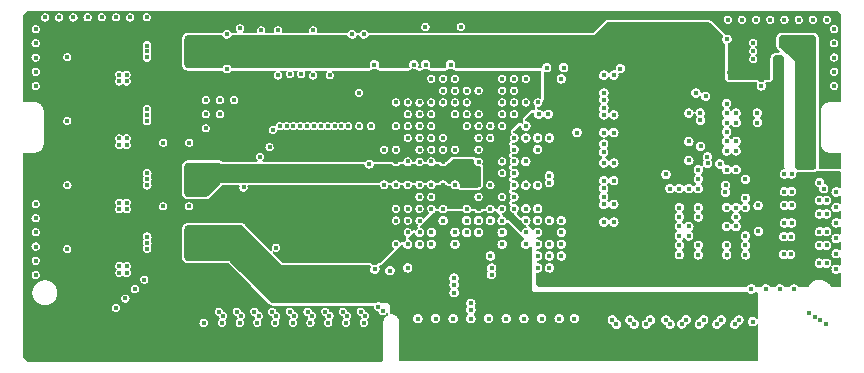
<source format=gbr>
%TF.GenerationSoftware,KiCad,Pcbnew,(6.0.0)*%
%TF.CreationDate,2022-04-26T23:28:09+08:00*%
%TF.ProjectId,XC6SLX25(FTG256)_CoreBoard,58433653-4c58-4323-9528-465447323536,rev?*%
%TF.SameCoordinates,Original*%
%TF.FileFunction,Copper,L3,Inr*%
%TF.FilePolarity,Positive*%
%FSLAX46Y46*%
G04 Gerber Fmt 4.6, Leading zero omitted, Abs format (unit mm)*
G04 Created by KiCad (PCBNEW (6.0.0)) date 2022-04-26 23:28:09*
%MOMM*%
%LPD*%
G01*
G04 APERTURE LIST*
%TA.AperFunction,ViaPad*%
%ADD10C,0.400000*%
%TD*%
%TA.AperFunction,ViaPad*%
%ADD11C,0.450000*%
%TD*%
G04 APERTURE END LIST*
D10*
%TO.N,/DDR_VTT*%
X172105401Y-90416362D03*
X172105401Y-91556362D03*
D11*
X170575000Y-81610000D03*
D10*
X172105401Y-90976362D03*
D11*
X170575000Y-81010000D03*
D10*
X172625401Y-91286362D03*
X172625401Y-90706362D03*
D11*
%TO.N,/DDR_VREF*%
X165725000Y-80940000D03*
D10*
X149672500Y-100312500D03*
X166475000Y-95205000D03*
X160545001Y-92404999D03*
X148675000Y-88305000D03*
%TO.N,/DDR_A8*%
X174140802Y-99908585D03*
X150675000Y-99305000D03*
X167275000Y-99205000D03*
%TO.N,GND*%
X143675000Y-96305000D03*
X168340000Y-95030000D03*
D11*
X116600000Y-81490000D03*
D10*
X107175000Y-94905000D03*
X142675000Y-90305000D03*
X134975000Y-80505000D03*
X174775000Y-80105000D03*
X152785000Y-104605000D03*
X168275000Y-87205000D03*
D11*
X116610000Y-98179999D03*
D10*
X143175000Y-79905000D03*
X145675000Y-93305000D03*
X168615000Y-84905000D03*
X123375000Y-80505000D03*
X138675000Y-97305000D03*
X112775000Y-79105000D03*
X121395000Y-104955000D03*
X107175000Y-96105000D03*
X151505000Y-104605000D03*
X172975000Y-79305000D03*
X136675000Y-90310000D03*
X170175000Y-102105000D03*
X151675000Y-84310000D03*
X113975000Y-79105000D03*
X147016250Y-104605000D03*
X165775000Y-79305000D03*
X107975000Y-79105000D03*
X166975000Y-79305000D03*
X133445000Y-104955000D03*
X115575000Y-102105000D03*
X165095000Y-91515000D03*
X123375000Y-83505000D03*
X150008750Y-104605000D03*
D11*
X116600000Y-82489999D03*
D10*
X166475000Y-89605000D03*
X174955000Y-96502000D03*
X107175000Y-84905000D03*
X163435000Y-87190000D03*
D11*
X116610000Y-93310000D03*
D10*
X147675000Y-91305000D03*
X148512500Y-104605000D03*
X133975000Y-80505000D03*
X167935000Y-81950000D03*
X134575000Y-88305000D03*
X142675000Y-93310000D03*
X122945000Y-104955000D03*
X141675000Y-85305000D03*
X150675000Y-89305000D03*
X167935000Y-82650000D03*
X117975000Y-95105000D03*
X120175000Y-95105000D03*
X128945000Y-104955000D03*
X113975000Y-103705000D03*
X117975000Y-89705000D03*
X140675000Y-98305000D03*
X122775000Y-87305000D03*
X107175000Y-80105000D03*
X167275000Y-92805000D03*
X110375000Y-79105000D03*
X127525000Y-98605000D03*
X138675000Y-87305000D03*
X124775000Y-93505000D03*
X149675000Y-86305001D03*
X142527500Y-104605000D03*
D11*
X116610000Y-92809999D03*
D10*
X135895000Y-100425000D03*
X136675000Y-93310000D03*
X123975000Y-86105000D03*
X134945000Y-104955000D03*
X174955000Y-93890000D03*
X107175000Y-97305000D03*
X139535000Y-104605000D03*
X124445000Y-104955000D03*
X168175000Y-79305000D03*
D11*
X116610000Y-98680000D03*
D10*
X174775000Y-84905000D03*
X167775000Y-102105000D03*
X127265000Y-88625000D03*
X107175000Y-82505000D03*
X174175000Y-79305000D03*
X135425750Y-91508948D03*
X142605000Y-102415000D03*
D11*
X116600000Y-87380000D03*
D10*
X174955000Y-99114000D03*
X121575000Y-87305000D03*
X111575000Y-79105000D03*
X174955000Y-100420000D03*
D11*
X116610000Y-97680000D03*
D10*
X107175000Y-100905000D03*
X168275000Y-88005000D03*
X122775000Y-86105000D03*
X107175000Y-81305000D03*
X116575000Y-79105000D03*
X168360000Y-97215000D03*
X144023750Y-104605000D03*
D11*
X116599999Y-86880001D03*
D10*
X145520000Y-104605000D03*
X120175000Y-89705000D03*
X114775000Y-102905000D03*
X174775000Y-81305000D03*
D11*
X116600000Y-87879999D03*
D10*
X125945000Y-104955000D03*
X150445000Y-83355000D03*
X126175000Y-90905000D03*
X174955000Y-95196000D03*
X145675000Y-99305000D03*
X161675000Y-93605000D03*
X144675000Y-94305000D03*
X139675000Y-93305000D03*
X149675000Y-93305000D03*
X171375000Y-102105000D03*
X174955000Y-97808000D03*
X144675000Y-91310000D03*
X107175000Y-83705000D03*
X107175000Y-99705000D03*
X131945000Y-104955000D03*
X174775000Y-82505000D03*
D11*
X116610000Y-92310000D03*
D10*
X116375000Y-101305000D03*
X115175000Y-79105000D03*
X171775000Y-79305000D03*
X135575000Y-88305000D03*
X144675000Y-90310000D03*
X168975000Y-102105000D03*
X170575000Y-79305000D03*
X109175000Y-79105000D03*
X148675000Y-97305000D03*
X140175000Y-79905000D03*
X126975000Y-90105000D03*
X141031250Y-104605000D03*
X174775000Y-83705000D03*
X134555000Y-85505000D03*
X144675000Y-88305000D03*
X130445000Y-104955000D03*
X121575000Y-86105000D03*
D11*
X116600000Y-81990000D03*
D10*
X169375000Y-79305000D03*
X167935000Y-81250000D03*
X107175000Y-98505000D03*
X121575000Y-88505000D03*
X127445000Y-104955000D03*
%TO.N,/DDR_A14*%
X173540802Y-99908585D03*
X147675000Y-95305000D03*
X165675000Y-99205001D03*
%TO.N,/DDR_A13*%
X163275000Y-99205000D03*
X146675000Y-95305000D03*
X171105401Y-99170452D03*
%TO.N,Net-(R40-Pad1)*%
X127695000Y-84015000D03*
%TO.N,Net-(R42-Pad1)*%
X130675000Y-80205000D03*
%TO.N,/DDR_RESET*%
X148675000Y-96305000D03*
X161675000Y-99205000D03*
%TO.N,/DDR_A6*%
X167275000Y-98405000D03*
X174140802Y-98408585D03*
X148675000Y-93305000D03*
%TO.N,/DDR_A11*%
X165675000Y-98405000D03*
X173540802Y-98408585D03*
X149675000Y-96304999D03*
%TO.N,/DDR_A9*%
X150675000Y-100305000D03*
X163275000Y-98405000D03*
X170505401Y-99170452D03*
D11*
%TO.N,+3V3*%
X144992501Y-79900000D03*
X120200000Y-86644999D03*
D10*
X146675001Y-89305000D03*
X142675000Y-89304999D03*
X148675000Y-85305000D03*
X112625000Y-104905000D03*
X141675000Y-93305000D03*
X151882501Y-80000000D03*
X148675000Y-80000000D03*
D11*
X166525000Y-83780000D03*
D10*
X145675000Y-87305000D03*
X129185000Y-80205000D03*
D11*
X120200000Y-88095000D03*
D10*
X113125000Y-104905000D03*
D11*
X120200000Y-87369999D03*
D10*
X136675000Y-88310000D03*
X141675001Y-91305000D03*
X141172501Y-80000000D03*
X138675000Y-94304999D03*
X112125000Y-104905000D03*
X136675000Y-96310000D03*
X132075000Y-80205000D03*
X146675001Y-93305000D03*
X142292501Y-80010000D03*
X144675000Y-86310000D03*
X137675000Y-91310000D03*
X144675000Y-95305000D03*
D11*
X165935000Y-83780000D03*
D10*
X141675000Y-94305000D03*
X141675000Y-87305000D03*
X139197500Y-80000000D03*
X147675000Y-96305000D03*
X138675000Y-90305000D03*
X138675000Y-85305000D03*
%TO.N,+1V5*%
X167275000Y-93605000D03*
X168355000Y-96405000D03*
X168355000Y-89675000D03*
X169995000Y-84470000D03*
D11*
X170195000Y-82440000D03*
D10*
X148675000Y-94305000D03*
X160675000Y-90805001D03*
X160185000Y-93605000D03*
X160675001Y-86805000D03*
X166475000Y-91205000D03*
X168355000Y-98005000D03*
X168355000Y-92405000D03*
X160675001Y-98005000D03*
X168355000Y-88745000D03*
X160675000Y-88404999D03*
X148675000Y-90305000D03*
X160675000Y-96405001D03*
X167515000Y-86205000D03*
X150675000Y-97305000D03*
X149675000Y-92305000D03*
D11*
X120200000Y-82710000D03*
X120200000Y-82035000D03*
D10*
X149675000Y-88304998D03*
D11*
X120199999Y-81360000D03*
D10*
%TO.N,+2V5*%
X138675000Y-99305000D03*
D11*
X120210000Y-98177500D03*
X120210000Y-97415000D03*
D10*
X145675000Y-97305000D03*
X141675000Y-97305000D03*
X154375000Y-104905000D03*
D11*
X120189430Y-98919430D03*
D10*
X154875000Y-104905000D03*
X148675000Y-99305000D03*
X142675000Y-99305000D03*
%TO.N,/DDR_A7*%
X161675000Y-98405000D03*
X171105401Y-97670452D03*
X149675000Y-97305000D03*
%TO.N,/DDR_A4*%
X173540802Y-97251540D03*
X147675000Y-94304999D03*
X167275000Y-97605000D03*
%TO.N,/DDR_A1*%
X146675000Y-91305000D03*
X174140802Y-95751540D03*
X165675000Y-96805000D03*
%TO.N,/DDR_A2*%
X162475000Y-97605000D03*
X151675000Y-97305000D03*
X171175000Y-96513407D03*
%TO.N,/DDR_A5*%
X147675000Y-93305001D03*
X170505401Y-97670452D03*
X161675000Y-97605000D03*
%TO.N,/DDR_BA1*%
X173540802Y-95751540D03*
X150675000Y-98305000D03*
X166475000Y-96004999D03*
%TO.N,+1V2*%
X142675000Y-92305000D03*
X143675000Y-93305000D03*
X144675000Y-93305000D03*
D11*
X120210000Y-93485000D03*
D10*
X143675000Y-92310000D03*
D11*
X120210000Y-92060000D03*
D10*
X142675000Y-91305000D03*
X144675000Y-92305000D03*
X143675000Y-91305000D03*
D11*
X120210000Y-92772500D03*
D10*
%TO.N,/DDR_A12*%
X174140802Y-97251540D03*
X149675000Y-95305000D03*
X166475000Y-96805000D03*
%TO.N,/DDR_A0*%
X171175000Y-95013407D03*
X162475000Y-96805000D03*
X147675000Y-90305000D03*
%TO.N,/DDR_A3*%
X148675000Y-89305000D03*
X161675000Y-96805000D03*
X170575000Y-96513407D03*
%TO.N,/DDR_BA2*%
X163275000Y-96005000D03*
X151675000Y-99305000D03*
X170575000Y-95013407D03*
%TO.N,/DDR_BA0*%
X149675000Y-98305000D03*
X171175000Y-93856362D03*
X161675000Y-96005000D03*
%TO.N,Net-(DDR3-1-PadL8)*%
X167275000Y-95205000D03*
%TO.N,/DDR_A10*%
X173540802Y-94594495D03*
X165675000Y-95204999D03*
X146675001Y-94305000D03*
%TO.N,/DDR_WE*%
X163275000Y-95205000D03*
X170575000Y-93856362D03*
X151675001Y-98305000D03*
%TO.N,/DDR_CS1*%
X161675000Y-95205000D03*
X149675000Y-99305000D03*
X170575000Y-92356362D03*
%TO.N,/DDR_CKE*%
X148675000Y-95305000D03*
X174140802Y-94594495D03*
X167275000Y-94405000D03*
%TO.N,/DDR_CLK-*%
X151675000Y-96305000D03*
X165575000Y-93905000D03*
%TO.N,/DDR_~{CAS}*%
X162485000Y-93605000D03*
X147675000Y-92305000D03*
X173905000Y-93600000D03*
%TO.N,/DDR_ODT*%
X171175000Y-92356362D03*
X160875000Y-93605000D03*
X147674999Y-89305000D03*
%TO.N,/DDR_CLK+*%
X150675000Y-96305000D03*
X165585000Y-93305000D03*
%TO.N,/DDR_~{RAS}*%
X146675000Y-92305000D03*
X173540802Y-93094495D03*
X163275000Y-93605000D03*
%TO.N,/DDR_D5*%
X166475000Y-92005000D03*
X155285001Y-96435000D03*
%TO.N,/DDR_D7*%
X156125001Y-96435000D03*
X165675000Y-92005000D03*
%TO.N,/DDR_D4*%
X163275000Y-92805000D03*
X156125001Y-94935001D03*
%TO.N,/DDR_LDQS-*%
X164065000Y-91475000D03*
X155275001Y-94285000D03*
%TO.N,/DDR_D6*%
X155285001Y-94935000D03*
X163275000Y-92005000D03*
%TO.N,/DDR_D3*%
X166474999Y-90405000D03*
X156125001Y-92925000D03*
%TO.N,/DDR_D1*%
X165675000Y-90405000D03*
X156125001Y-91425000D03*
%TO.N,/DDR_LDQS+*%
X164055000Y-90914999D03*
X155275001Y-93585000D03*
%TO.N,/DDR_D2*%
X155285001Y-92925000D03*
X162475000Y-91205000D03*
%TO.N,/DDR_LDM*%
X155275001Y-90515000D03*
X165674999Y-89605000D03*
%TO.N,/DDR_D0*%
X163475000Y-90005000D03*
X155285001Y-91425000D03*
%TO.N,/DDR_D8*%
X165675000Y-88805000D03*
X155285001Y-88855000D03*
%TO.N,/DDR_UDM*%
X155275001Y-89815000D03*
X162475000Y-89605000D03*
%TO.N,/DDR_D10*%
X166475000Y-88005000D03*
X156125001Y-88854999D03*
%TO.N,/DDR_UDQS+*%
X165675000Y-88005000D03*
X155285001Y-86785000D03*
%TO.N,/DDR_D9*%
X163455000Y-87824999D03*
X155285001Y-87355000D03*
%TO.N,/DDR_D11*%
X162474999Y-87205000D03*
X156125001Y-87355000D03*
%TO.N,/DDR_D14*%
X155285001Y-83995000D03*
X166475001Y-87205000D03*
%TO.N,/DDR_UDQS-*%
X155285001Y-86085000D03*
X165675000Y-87205000D03*
%TO.N,/DDR_D12*%
X165675001Y-86405000D03*
X156125000Y-83995000D03*
%TO.N,/DDR_D15*%
X163904999Y-85775000D03*
X156685000Y-83435000D03*
%TO.N,/DDR_D13*%
X155285001Y-85495000D03*
X163075000Y-85505000D03*
%TO.N,Net-(R1-Pad1)*%
X148675000Y-98305000D03*
%TO.N,TMS*%
X137175000Y-100555000D03*
X174125000Y-105055000D03*
%TO.N,TDI*%
X139675000Y-98305000D03*
X172625000Y-104155000D03*
%TO.N,TCK*%
X137675001Y-98305000D03*
X173625000Y-104755000D03*
%TO.N,TDO*%
X173125000Y-104455000D03*
X137675000Y-96305000D03*
%TO.N,RESET_FPGA*%
X124490000Y-80035000D03*
X151885000Y-83350000D03*
%TO.N,Flash_CLK*%
X130675000Y-84015000D03*
X140675000Y-84305000D03*
%TO.N,Net-(R8-Pad1)*%
X135855000Y-83100000D03*
X137675000Y-86305000D03*
%TO.N,Net-(R9-Pad1)*%
X140675000Y-89305000D03*
X142300000Y-83100000D03*
%TO.N,5V*%
X109850000Y-87870000D03*
X114870000Y-83960000D03*
X114880000Y-100730000D03*
X114880000Y-95360000D03*
X114870000Y-89350000D03*
X114270000Y-95360000D03*
X114270000Y-100730000D03*
X114270000Y-100160000D03*
X114870000Y-84530000D03*
X114880000Y-94790000D03*
X114260000Y-84530000D03*
X109860000Y-93310000D03*
X114260000Y-89350000D03*
X114270000Y-94790000D03*
X114870000Y-89920000D03*
X114260000Y-89919999D03*
X109860000Y-98709999D03*
X109850000Y-82480000D03*
X114880000Y-100160000D03*
X114260000Y-83960000D03*
%TO.N,/DDR_MD8*%
X153005001Y-88855000D03*
X149675000Y-89305000D03*
%TO.N,/DDR_MUDM*%
X149675000Y-90305000D03*
%TO.N,/DDR_MUDQS-*%
X150575000Y-87304999D03*
%TO.N,/DDR_MUDQS+*%
X149775000Y-87305000D03*
%TO.N,/DDR_MLDQS-*%
X150675000Y-93105000D03*
%TO.N,/DDR_MLDQS+*%
X150675000Y-92505000D03*
%TO.N,/DDR_MLDM*%
X148675000Y-91305000D03*
%TO.N,/FPGA_BL_DONE*%
X138675000Y-86305000D03*
X139197364Y-83100000D03*
%TO.N,/Bank1_L1-*%
X139675000Y-96305000D03*
X133551777Y-104381777D03*
%TO.N,/Bank1_L1+*%
X138675000Y-96305000D03*
X133198223Y-104028223D03*
%TO.N,/Bank1_L30+*%
X139675000Y-95305000D03*
X134698223Y-104028223D03*
%TO.N,/Bank1_L32+*%
X132051777Y-104381777D03*
X138675000Y-95305000D03*
%TO.N,/Bank1_L32-*%
X137675000Y-95305000D03*
X131698223Y-104028223D03*
%TO.N,/Bank1_L30-*%
X140675000Y-94305000D03*
X135051777Y-104381777D03*
%TO.N,/Bank1_L38+*%
X136198223Y-103628223D03*
X139675000Y-94305000D03*
%TO.N,/Bank1_L38-*%
X136551777Y-103981777D03*
X140675000Y-93305000D03*
%TO.N,/Bank1_L39+*%
X138674999Y-93305000D03*
X129051777Y-104381777D03*
%TO.N,/Bank1_L39-*%
X128698223Y-104028223D03*
X137675000Y-93310000D03*
%TO.N,/Bank1_L40+*%
X130551777Y-104381777D03*
X140674999Y-91305000D03*
%TO.N,/Bank1_L40-*%
X139675000Y-91310000D03*
X130198223Y-104028223D03*
%TO.N,/Bank1_L41+*%
X138675000Y-91305000D03*
X126051777Y-104381777D03*
%TO.N,/Bank1_L42-*%
X127551777Y-104381777D03*
X140675000Y-90305000D03*
%TO.N,/Bank1_L42+*%
X127198223Y-104028223D03*
X139675000Y-90305000D03*
%TO.N,/Bank1_L41-*%
X137675000Y-90305000D03*
X125698223Y-104028223D03*
%TO.N,/Bank1_L53+*%
X124551777Y-104381777D03*
X139675000Y-89305000D03*
%TO.N,/Bank1_L53-*%
X124198223Y-104028223D03*
X138674999Y-89305000D03*
%TO.N,/Bank1_L74+*%
X138675000Y-88305000D03*
X123051777Y-104381777D03*
%TO.N,/Bank1_L74-*%
X137675000Y-88305000D03*
X122698223Y-104028223D03*
%TO.N,/Bank0_L37+*%
X142600000Y-101730000D03*
X141675000Y-96305000D03*
%TO.N,/Bank0_L37-*%
X142600000Y-101180000D03*
X142675000Y-98310000D03*
%TO.N,/Bank0_L38+*%
X143675000Y-97310000D03*
%TO.N,/Bank0_L38-*%
X144675000Y-97310000D03*
%TO.N,/Bank0_L5+*%
X145775000Y-100330000D03*
X145675000Y-95305000D03*
%TO.N,/Bank0_L5-*%
X146675000Y-96305000D03*
X145775000Y-100880000D03*
%TO.N,/Bank0_L40+*%
X144025000Y-103305000D03*
X143675000Y-95305000D03*
%TO.N,/Bank0_L40-*%
X144025000Y-103855000D03*
X142675000Y-97305000D03*
%TO.N,/Bank0_L7+*%
X146675000Y-97305000D03*
%TO.N,/Bank0_L7-*%
X146675001Y-98305000D03*
%TO.N,/Bank0_L63+*%
X138674999Y-98305000D03*
%TO.N,/Bank0_L63-*%
X138675000Y-100310000D03*
%TO.N,/Bank0_L64+*%
X141675000Y-95305000D03*
%TO.N,/Bank0_L64-*%
X140675000Y-95310000D03*
%TO.N,/Bank0_L66+*%
X140675000Y-97305000D03*
%TO.N,/Bank0_L36+*%
X145675000Y-96305000D03*
%TO.N,/Bank0_L66-*%
X139675000Y-97305000D03*
%TO.N,/Bank0_L36-*%
X144675001Y-96305000D03*
%TO.N,/Bank2_L64-*%
X131321000Y-88315000D03*
X146675000Y-87305000D03*
%TO.N,/Bank2_L64+*%
X146675000Y-88305000D03*
X131902000Y-88315000D03*
%TO.N,/Bank2_L63-*%
X127835000Y-88315000D03*
X147675000Y-84305000D03*
%TO.N,/Bank2_L30-*%
X160538223Y-104728223D03*
X143675000Y-85305000D03*
%TO.N,/Bank2_L63+*%
X148675000Y-86305000D03*
X132483000Y-88315000D03*
%TO.N,/Bank2_L30+*%
X143675000Y-86305001D03*
X160891777Y-105081777D03*
%TO.N,/Bank2_L62-*%
X165221777Y-104718223D03*
X145675000Y-89305000D03*
%TO.N,/Bank2_L29-*%
X143675000Y-87310000D03*
X156351777Y-105081777D03*
%TO.N,/Bank2_L62+*%
X164868223Y-105071777D03*
X144675000Y-89305000D03*
%TO.N,/Bank2_L29+*%
X155998223Y-104728223D03*
X143675000Y-88305000D03*
%TO.N,/Bank2_L49-*%
X166368223Y-105071777D03*
X147675000Y-86305000D03*
%TO.N,/Bank2_L23-*%
X159225940Y-104731282D03*
X142675000Y-84305000D03*
%TO.N,/Bank2_L49+*%
X147675000Y-87305000D03*
X166721777Y-104718223D03*
%TO.N,/Bank2_L23+*%
X158872386Y-105084836D03*
X142675000Y-85305000D03*
%TO.N,/Bank2_L48-*%
X147675000Y-85305000D03*
X167880000Y-104870000D03*
%TO.N,/Bank2_L16-*%
X141675000Y-89310000D03*
X162241777Y-104708223D03*
%TO.N,/Bank2_L48+*%
X129578000Y-88315000D03*
X146675000Y-85305000D03*
%TO.N,/Bank2_L16+*%
X161888223Y-105061777D03*
X141675000Y-90310000D03*
%TO.N,/Bank2_L47-*%
X146675000Y-84305000D03*
X128416000Y-88315000D03*
%TO.N,/Bank2_L14-*%
X157851777Y-105081777D03*
X142675000Y-86305000D03*
%TO.N,/Bank2_L47+*%
X130740000Y-88315000D03*
X146675000Y-86305000D03*
%TO.N,/Bank2_L14+*%
X157498223Y-104728223D03*
X142675000Y-87305000D03*
%TO.N,/Bank2_L31+*%
X163378223Y-105071777D03*
X144675000Y-87305000D03*
%TO.N,/Bank2_L13-*%
X140675000Y-86305001D03*
X130159000Y-88315000D03*
%TO.N,/Bank2_L32+*%
X128997000Y-88315000D03*
X144675000Y-85310000D03*
%TO.N,/Bank2_L2-*%
X140675000Y-88305000D03*
X133064000Y-88315000D03*
%TO.N,/Bank2_L31-*%
X145675000Y-88305000D03*
X163731777Y-104718223D03*
%TO.N,/Bank2_L2+*%
X139675000Y-88305000D03*
X133645000Y-88315000D03*
%TO.N,Flash_CS*%
X148675000Y-84305000D03*
X126275000Y-80205000D03*
%TO.N,Net-(R4-Pad1)*%
X140675000Y-87304999D03*
X140200000Y-83100000D03*
%TO.N,Flash_MISO_2*%
X128715000Y-83905000D03*
X139675000Y-87305000D03*
%TO.N,Flash_MISO_3*%
X129655000Y-83905000D03*
X139675000Y-86305000D03*
%TO.N,Flash_MISO_1*%
X141675000Y-86305000D03*
X127695000Y-80205000D03*
%TO.N,Flash_MOSI*%
X141675000Y-84305000D03*
X132075000Y-84015000D03*
%TD*%
%TA.AperFunction,Conductor*%
%TO.N,+1V2*%
G36*
X144213280Y-91114010D02*
G01*
X144238911Y-91125716D01*
X144260207Y-91144169D01*
X144275442Y-91167874D01*
X144283380Y-91194911D01*
X144283380Y-91223089D01*
X144281469Y-91232863D01*
X144279456Y-91240967D01*
X144279099Y-91244454D01*
X144274043Y-91293801D01*
X144273675Y-91297388D01*
X144273812Y-91300879D01*
X144273812Y-91300884D01*
X144274696Y-91323381D01*
X144275902Y-91354061D01*
X144276530Y-91357502D01*
X144276531Y-91357507D01*
X144285179Y-91404855D01*
X144286092Y-91409855D01*
X144304041Y-91463656D01*
X144312822Y-91481230D01*
X144326397Y-91508397D01*
X144329392Y-91514392D01*
X144331382Y-91517271D01*
X144331383Y-91517273D01*
X144337779Y-91526527D01*
X144361639Y-91561049D01*
X144400139Y-91602698D01*
X144402849Y-91604905D01*
X144402853Y-91604908D01*
X144437980Y-91633506D01*
X144444122Y-91638506D01*
X144492712Y-91667760D01*
X144544940Y-91689875D01*
X144548319Y-91690771D01*
X144548325Y-91690773D01*
X144596373Y-91703513D01*
X144596381Y-91703515D01*
X144599762Y-91704411D01*
X144603235Y-91704822D01*
X144603240Y-91704823D01*
X144652613Y-91710666D01*
X144656086Y-91711077D01*
X144659575Y-91710995D01*
X144659580Y-91710995D01*
X144681298Y-91710483D01*
X144712787Y-91709741D01*
X144759746Y-91701925D01*
X144787917Y-91701302D01*
X144815123Y-91708640D01*
X144839160Y-91723346D01*
X144858079Y-91744229D01*
X144870349Y-91769595D01*
X144875000Y-91799582D01*
X144875000Y-93206110D01*
X144874695Y-93213877D01*
X144871918Y-93249165D01*
X144869487Y-93264511D01*
X144862136Y-93295128D01*
X144857336Y-93309901D01*
X144845284Y-93338997D01*
X144838232Y-93352838D01*
X144821776Y-93379692D01*
X144812645Y-93392259D01*
X144792193Y-93416206D01*
X144781206Y-93427193D01*
X144757259Y-93447645D01*
X144744692Y-93456776D01*
X144717838Y-93473232D01*
X144703997Y-93480284D01*
X144674901Y-93492336D01*
X144660128Y-93497136D01*
X144629511Y-93504487D01*
X144614165Y-93506918D01*
X144602951Y-93507801D01*
X144578875Y-93509695D01*
X144571110Y-93510000D01*
X143164974Y-93510000D01*
X143137082Y-93505990D01*
X143111451Y-93494284D01*
X143090155Y-93475831D01*
X143074920Y-93452126D01*
X143066982Y-93425089D01*
X143066982Y-93396911D01*
X143067555Y-93393640D01*
X143068180Y-93391424D01*
X143073199Y-93354061D01*
X143075395Y-93337716D01*
X143075396Y-93337709D01*
X143075731Y-93335212D01*
X143076523Y-93310000D01*
X143075276Y-93292388D01*
X143072765Y-93256922D01*
X143072764Y-93256917D01*
X143072517Y-93253425D01*
X143060580Y-93197979D01*
X143040949Y-93144768D01*
X143034791Y-93133354D01*
X143026511Y-93118009D01*
X143014017Y-93094853D01*
X143011697Y-93091711D01*
X142982398Y-93052045D01*
X142982396Y-93052043D01*
X142980320Y-93049232D01*
X142940532Y-93008813D01*
X142895445Y-92974404D01*
X142845960Y-92946691D01*
X142842705Y-92945432D01*
X142842697Y-92945428D01*
X142796337Y-92927493D01*
X142796334Y-92927492D01*
X142793064Y-92926227D01*
X142789651Y-92925436D01*
X142789648Y-92925435D01*
X142771493Y-92921227D01*
X142737812Y-92913420D01*
X142734326Y-92913118D01*
X142734325Y-92913118D01*
X142684796Y-92908829D01*
X142684794Y-92908829D01*
X142681307Y-92908527D01*
X142624676Y-92911643D01*
X142621252Y-92912324D01*
X142621245Y-92912325D01*
X142597614Y-92917026D01*
X142569049Y-92922708D01*
X142515536Y-92941500D01*
X142487655Y-92955983D01*
X142468311Y-92966031D01*
X142468305Y-92966035D01*
X142465205Y-92967645D01*
X142462358Y-92969680D01*
X142462354Y-92969682D01*
X142452770Y-92976531D01*
X142419060Y-93000621D01*
X142412699Y-93006689D01*
X142380552Y-93037355D01*
X142380548Y-93037359D01*
X142378021Y-93039770D01*
X142375859Y-93042512D01*
X142375854Y-93042518D01*
X142368344Y-93052045D01*
X142342908Y-93084311D01*
X142314421Y-93133354D01*
X142313105Y-93136602D01*
X142313104Y-93136605D01*
X142307634Y-93150111D01*
X142293447Y-93174457D01*
X142272975Y-93193820D01*
X142247877Y-93206631D01*
X142220187Y-93211852D01*
X142192147Y-93209060D01*
X142166030Y-93198482D01*
X142151580Y-93188226D01*
X142130030Y-93169821D01*
X142130027Y-93169819D01*
X142127072Y-93167295D01*
X142086933Y-93142698D01*
X142083339Y-93141209D01*
X142072223Y-93136605D01*
X142062038Y-93132386D01*
X142037807Y-93118009D01*
X142018605Y-93097386D01*
X142016334Y-93093965D01*
X142015677Y-93092930D01*
X142014017Y-93089853D01*
X142003660Y-93075831D01*
X141982398Y-93047045D01*
X141982396Y-93047043D01*
X141980320Y-93044232D01*
X141973711Y-93037518D01*
X141942988Y-93006307D01*
X141942981Y-93006301D01*
X141940532Y-93003813D01*
X141936350Y-93000621D01*
X141898232Y-92971531D01*
X141895445Y-92969404D01*
X141845960Y-92941691D01*
X141842705Y-92940432D01*
X141842697Y-92940428D01*
X141796337Y-92922493D01*
X141796334Y-92922492D01*
X141793064Y-92921227D01*
X141789651Y-92920436D01*
X141789648Y-92920435D01*
X141774940Y-92917026D01*
X141737812Y-92908420D01*
X141734326Y-92908118D01*
X141734325Y-92908118D01*
X141684796Y-92903829D01*
X141684794Y-92903829D01*
X141681307Y-92903527D01*
X141624676Y-92906643D01*
X141621252Y-92907324D01*
X141621245Y-92907325D01*
X141592124Y-92913118D01*
X141569049Y-92917708D01*
X141515536Y-92936500D01*
X141495918Y-92946691D01*
X141468311Y-92961031D01*
X141468305Y-92961035D01*
X141465205Y-92962645D01*
X141462358Y-92964680D01*
X141462354Y-92964682D01*
X141452770Y-92971531D01*
X141419060Y-92995621D01*
X141416532Y-92998033D01*
X141380552Y-93032355D01*
X141380548Y-93032359D01*
X141378021Y-93034770D01*
X141375859Y-93037512D01*
X141375854Y-93037518D01*
X141348443Y-93072290D01*
X141328026Y-93091711D01*
X141302965Y-93104593D01*
X141275290Y-93109893D01*
X141270696Y-93110000D01*
X141078852Y-93110000D01*
X141050960Y-93105990D01*
X141025329Y-93094284D01*
X141004033Y-93075831D01*
X140999219Y-93069818D01*
X140982403Y-93047051D01*
X140982397Y-93047044D01*
X140980320Y-93044232D01*
X140973711Y-93037518D01*
X140942988Y-93006307D01*
X140942981Y-93006301D01*
X140940532Y-93003813D01*
X140936350Y-93000621D01*
X140898232Y-92971531D01*
X140895445Y-92969404D01*
X140845960Y-92941691D01*
X140842705Y-92940432D01*
X140842697Y-92940428D01*
X140796337Y-92922493D01*
X140796334Y-92922492D01*
X140793064Y-92921227D01*
X140789651Y-92920436D01*
X140789648Y-92920435D01*
X140774940Y-92917026D01*
X140737812Y-92908420D01*
X140734326Y-92908118D01*
X140734325Y-92908118D01*
X140684796Y-92903829D01*
X140684794Y-92903829D01*
X140681307Y-92903527D01*
X140624676Y-92906643D01*
X140621252Y-92907324D01*
X140621245Y-92907325D01*
X140592124Y-92913118D01*
X140569049Y-92917708D01*
X140515536Y-92936500D01*
X140495918Y-92946691D01*
X140468311Y-92961031D01*
X140468305Y-92961035D01*
X140465205Y-92962645D01*
X140462358Y-92964680D01*
X140462354Y-92964682D01*
X140452770Y-92971531D01*
X140419060Y-92995621D01*
X140416532Y-92998033D01*
X140380552Y-93032355D01*
X140380548Y-93032359D01*
X140378021Y-93034770D01*
X140375859Y-93037512D01*
X140375854Y-93037518D01*
X140348443Y-93072290D01*
X140328026Y-93091711D01*
X140302965Y-93104593D01*
X140275290Y-93109893D01*
X140270696Y-93110000D01*
X140078852Y-93110000D01*
X140050960Y-93105990D01*
X140025329Y-93094284D01*
X140004033Y-93075831D01*
X139999219Y-93069818D01*
X139982403Y-93047051D01*
X139982397Y-93047044D01*
X139980320Y-93044232D01*
X139973711Y-93037518D01*
X139942988Y-93006307D01*
X139942981Y-93006301D01*
X139940532Y-93003813D01*
X139936350Y-93000621D01*
X139898232Y-92971531D01*
X139895445Y-92969404D01*
X139845960Y-92941691D01*
X139842705Y-92940432D01*
X139842697Y-92940428D01*
X139796337Y-92922493D01*
X139796334Y-92922492D01*
X139793064Y-92921227D01*
X139789651Y-92920436D01*
X139789648Y-92920435D01*
X139774940Y-92917026D01*
X139737812Y-92908420D01*
X139734326Y-92908118D01*
X139734325Y-92908118D01*
X139684796Y-92903829D01*
X139684794Y-92903829D01*
X139681307Y-92903527D01*
X139624676Y-92906643D01*
X139621252Y-92907324D01*
X139621245Y-92907325D01*
X139592124Y-92913118D01*
X139569049Y-92917708D01*
X139515536Y-92936500D01*
X139495918Y-92946691D01*
X139468311Y-92961031D01*
X139468305Y-92961035D01*
X139465205Y-92962645D01*
X139462358Y-92964680D01*
X139462354Y-92964682D01*
X139452770Y-92971531D01*
X139419060Y-92995621D01*
X139416532Y-92998033D01*
X139380552Y-93032355D01*
X139380548Y-93032359D01*
X139378021Y-93034770D01*
X139375859Y-93037512D01*
X139375854Y-93037518D01*
X139348443Y-93072290D01*
X139328026Y-93091711D01*
X139302965Y-93104593D01*
X139275290Y-93109893D01*
X139270696Y-93110000D01*
X139078851Y-93110000D01*
X139050959Y-93105990D01*
X139025328Y-93094284D01*
X139004032Y-93075831D01*
X138999218Y-93069818D01*
X138982402Y-93047051D01*
X138982396Y-93047044D01*
X138980319Y-93044232D01*
X138973710Y-93037518D01*
X138942987Y-93006307D01*
X138942980Y-93006301D01*
X138940531Y-93003813D01*
X138936349Y-93000621D01*
X138898231Y-92971531D01*
X138895444Y-92969404D01*
X138845959Y-92941691D01*
X138842704Y-92940432D01*
X138842696Y-92940428D01*
X138796336Y-92922493D01*
X138796333Y-92922492D01*
X138793063Y-92921227D01*
X138789650Y-92920436D01*
X138789647Y-92920435D01*
X138774939Y-92917026D01*
X138737811Y-92908420D01*
X138734325Y-92908118D01*
X138734324Y-92908118D01*
X138684795Y-92903829D01*
X138684793Y-92903829D01*
X138681306Y-92903527D01*
X138624675Y-92906643D01*
X138621251Y-92907324D01*
X138621244Y-92907325D01*
X138592123Y-92913118D01*
X138569048Y-92917708D01*
X138515535Y-92936500D01*
X138495917Y-92946691D01*
X138468310Y-92961031D01*
X138468304Y-92961035D01*
X138465204Y-92962645D01*
X138462357Y-92964680D01*
X138462353Y-92964682D01*
X138452769Y-92971531D01*
X138419059Y-92995621D01*
X138416531Y-92998033D01*
X138380551Y-93032355D01*
X138380547Y-93032359D01*
X138378020Y-93034770D01*
X138375858Y-93037512D01*
X138375853Y-93037518D01*
X138348442Y-93072290D01*
X138328025Y-93091711D01*
X138302964Y-93104593D01*
X138275289Y-93109893D01*
X138270695Y-93110000D01*
X138075159Y-93110000D01*
X138047267Y-93105990D01*
X138021636Y-93094284D01*
X138000340Y-93075831D01*
X137995526Y-93069819D01*
X137982398Y-93052045D01*
X137982396Y-93052043D01*
X137980320Y-93049232D01*
X137940532Y-93008813D01*
X137895445Y-92974404D01*
X137845960Y-92946691D01*
X137842705Y-92945432D01*
X137842697Y-92945428D01*
X137796337Y-92927493D01*
X137796334Y-92927492D01*
X137793064Y-92926227D01*
X137789651Y-92925436D01*
X137789648Y-92925435D01*
X137771493Y-92921227D01*
X137737812Y-92913420D01*
X137734326Y-92913118D01*
X137734325Y-92913118D01*
X137684796Y-92908829D01*
X137684794Y-92908829D01*
X137681307Y-92908527D01*
X137624676Y-92911643D01*
X137621252Y-92912324D01*
X137621245Y-92912325D01*
X137597614Y-92917026D01*
X137569049Y-92922708D01*
X137515536Y-92941500D01*
X137487655Y-92955983D01*
X137468311Y-92966031D01*
X137468305Y-92966035D01*
X137465205Y-92967645D01*
X137462358Y-92969680D01*
X137462354Y-92969682D01*
X137452770Y-92976531D01*
X137419060Y-93000621D01*
X137412699Y-93006689D01*
X137380552Y-93037355D01*
X137380548Y-93037359D01*
X137378021Y-93039770D01*
X137375855Y-93042518D01*
X137375849Y-93042525D01*
X137352385Y-93072289D01*
X137331969Y-93091711D01*
X137306908Y-93104593D01*
X137279232Y-93109893D01*
X137274638Y-93110000D01*
X137075159Y-93110000D01*
X137047267Y-93105990D01*
X137021636Y-93094284D01*
X137000340Y-93075831D01*
X136995526Y-93069819D01*
X136982398Y-93052045D01*
X136982396Y-93052043D01*
X136980320Y-93049232D01*
X136940532Y-93008813D01*
X136895445Y-92974404D01*
X136845960Y-92946691D01*
X136842705Y-92945432D01*
X136842697Y-92945428D01*
X136796337Y-92927493D01*
X136796334Y-92927492D01*
X136793064Y-92926227D01*
X136789651Y-92925436D01*
X136789648Y-92925435D01*
X136771493Y-92921227D01*
X136737812Y-92913420D01*
X136734326Y-92913118D01*
X136734325Y-92913118D01*
X136684796Y-92908829D01*
X136684794Y-92908829D01*
X136681307Y-92908527D01*
X136624676Y-92911643D01*
X136621252Y-92912324D01*
X136621245Y-92912325D01*
X136597614Y-92917026D01*
X136569049Y-92922708D01*
X136515536Y-92941500D01*
X136487655Y-92955983D01*
X136468311Y-92966031D01*
X136468305Y-92966035D01*
X136465205Y-92967645D01*
X136462358Y-92969680D01*
X136462354Y-92969682D01*
X136452770Y-92976531D01*
X136419060Y-93000621D01*
X136412699Y-93006689D01*
X136380552Y-93037355D01*
X136380548Y-93037359D01*
X136378021Y-93039770D01*
X136375855Y-93042518D01*
X136375849Y-93042525D01*
X136352385Y-93072289D01*
X136331969Y-93091711D01*
X136306908Y-93104593D01*
X136279232Y-93109893D01*
X136274638Y-93110000D01*
X124853999Y-93110000D01*
X124839810Y-93108883D01*
X124837812Y-93108420D01*
X124834332Y-93108119D01*
X124834328Y-93108118D01*
X124784796Y-93103829D01*
X124784794Y-93103829D01*
X124781307Y-93103527D01*
X124724676Y-93106643D01*
X124721243Y-93107326D01*
X124721242Y-93107326D01*
X124717360Y-93108098D01*
X124698047Y-93110000D01*
X122999264Y-93110000D01*
X122989584Y-93110762D01*
X122956217Y-93113387D01*
X122956211Y-93113388D01*
X122952334Y-93113693D01*
X122906559Y-93124683D01*
X122902969Y-93126170D01*
X122902966Y-93126171D01*
X122877777Y-93136605D01*
X122863067Y-93142698D01*
X122822928Y-93167295D01*
X122787132Y-93197868D01*
X121765615Y-94219385D01*
X121759909Y-94224660D01*
X121750936Y-94232323D01*
X121732996Y-94247645D01*
X121720428Y-94256776D01*
X121693574Y-94273232D01*
X121679733Y-94280284D01*
X121650637Y-94292336D01*
X121635864Y-94297136D01*
X121605247Y-94304487D01*
X121589901Y-94306918D01*
X121578687Y-94307801D01*
X121554611Y-94309695D01*
X121546846Y-94310000D01*
X120078890Y-94310000D01*
X120071125Y-94309695D01*
X120047049Y-94307801D01*
X120035835Y-94306918D01*
X120020489Y-94304487D01*
X119989872Y-94297136D01*
X119975099Y-94292336D01*
X119946003Y-94280284D01*
X119932162Y-94273232D01*
X119905308Y-94256776D01*
X119892741Y-94247645D01*
X119868794Y-94227193D01*
X119857807Y-94216206D01*
X119837355Y-94192259D01*
X119828224Y-94179692D01*
X119811768Y-94152838D01*
X119804716Y-94138997D01*
X119792664Y-94109901D01*
X119787864Y-94095128D01*
X119780513Y-94064511D01*
X119778082Y-94049165D01*
X119775305Y-94013877D01*
X119775000Y-94006110D01*
X119775000Y-91713890D01*
X119775305Y-91706123D01*
X119778082Y-91670835D01*
X119780513Y-91655489D01*
X119787864Y-91624872D01*
X119792664Y-91610099D01*
X119804716Y-91581003D01*
X119811768Y-91567162D01*
X119828224Y-91540308D01*
X119837355Y-91527741D01*
X119857807Y-91503794D01*
X119868794Y-91492807D01*
X119892741Y-91472355D01*
X119905308Y-91463224D01*
X119932162Y-91446768D01*
X119946003Y-91439716D01*
X119975099Y-91427664D01*
X119989872Y-91422864D01*
X120007662Y-91418593D01*
X120020490Y-91415513D01*
X120035835Y-91413082D01*
X120047049Y-91412199D01*
X120071125Y-91410305D01*
X120078890Y-91410000D01*
X122699429Y-91410000D01*
X122709132Y-91410477D01*
X122716447Y-91411197D01*
X122727885Y-91412324D01*
X122746918Y-91416110D01*
X122760286Y-91420165D01*
X122778218Y-91427592D01*
X122782196Y-91429718D01*
X122790535Y-91434176D01*
X122806668Y-91444956D01*
X122818582Y-91454733D01*
X122850869Y-91481230D01*
X122869559Y-91491220D01*
X122873979Y-91493582D01*
X122880383Y-91497005D01*
X122885028Y-91498414D01*
X122907758Y-91505310D01*
X122907761Y-91505311D01*
X122912407Y-91506720D01*
X122917242Y-91507196D01*
X122917246Y-91507197D01*
X122929435Y-91508397D01*
X122945711Y-91510000D01*
X134936240Y-91510000D01*
X134964132Y-91514010D01*
X134989763Y-91525716D01*
X135011059Y-91544169D01*
X135026294Y-91567874D01*
X135033629Y-91591211D01*
X135036842Y-91608803D01*
X135054791Y-91662604D01*
X135080142Y-91713340D01*
X135082132Y-91716219D01*
X135082133Y-91716221D01*
X135099939Y-91741984D01*
X135112389Y-91759997D01*
X135150889Y-91801646D01*
X135153599Y-91803853D01*
X135153603Y-91803856D01*
X135183446Y-91828152D01*
X135194872Y-91837454D01*
X135243462Y-91866708D01*
X135295690Y-91888823D01*
X135299069Y-91889719D01*
X135299075Y-91889721D01*
X135347123Y-91902461D01*
X135347131Y-91902463D01*
X135350512Y-91903359D01*
X135353985Y-91903770D01*
X135353990Y-91903771D01*
X135396240Y-91908771D01*
X135406836Y-91910025D01*
X135410325Y-91909943D01*
X135410330Y-91909943D01*
X135432048Y-91909431D01*
X135463537Y-91908689D01*
X135519484Y-91899377D01*
X135522816Y-91898323D01*
X135522821Y-91898322D01*
X135541033Y-91892562D01*
X135573560Y-91882275D01*
X135605979Y-91866708D01*
X135621526Y-91859243D01*
X135621533Y-91859239D01*
X135624688Y-91857724D01*
X135627596Y-91855781D01*
X135627601Y-91855778D01*
X135668945Y-91828152D01*
X135668950Y-91828148D01*
X135671846Y-91826213D01*
X135714094Y-91788373D01*
X135750589Y-91744957D01*
X135764067Y-91723346D01*
X135778750Y-91699803D01*
X135778752Y-91699800D01*
X135780602Y-91696833D01*
X135787245Y-91681808D01*
X135797199Y-91659291D01*
X135803535Y-91644959D01*
X135804485Y-91641590D01*
X135804488Y-91641582D01*
X135817982Y-91593734D01*
X135817982Y-91593732D01*
X135818930Y-91590372D01*
X135819212Y-91588276D01*
X135828565Y-91562418D01*
X135845227Y-91539694D01*
X135867617Y-91522584D01*
X135893920Y-91512476D01*
X135915921Y-91510000D01*
X137274436Y-91510000D01*
X137302328Y-91514010D01*
X137327959Y-91525716D01*
X137349255Y-91544169D01*
X137355874Y-91552708D01*
X137361639Y-91561049D01*
X137400139Y-91602698D01*
X137402849Y-91604905D01*
X137402853Y-91604908D01*
X137437980Y-91633506D01*
X137444122Y-91638506D01*
X137492712Y-91667760D01*
X137544940Y-91689875D01*
X137548319Y-91690771D01*
X137548325Y-91690773D01*
X137596373Y-91703513D01*
X137596381Y-91703515D01*
X137599762Y-91704411D01*
X137603235Y-91704822D01*
X137603240Y-91704823D01*
X137652613Y-91710666D01*
X137656086Y-91711077D01*
X137659575Y-91710995D01*
X137659580Y-91710995D01*
X137681298Y-91710483D01*
X137712787Y-91709741D01*
X137768734Y-91700429D01*
X137772066Y-91699375D01*
X137772071Y-91699374D01*
X137790283Y-91693614D01*
X137822810Y-91683327D01*
X137855229Y-91667760D01*
X137870776Y-91660295D01*
X137870783Y-91660291D01*
X137873938Y-91658776D01*
X137876846Y-91656833D01*
X137876851Y-91656830D01*
X137918195Y-91629204D01*
X137918200Y-91629200D01*
X137921096Y-91627265D01*
X137963344Y-91589425D01*
X137970424Y-91581003D01*
X137999839Y-91546009D01*
X138000317Y-91546411D01*
X138015716Y-91530578D01*
X138040257Y-91516731D01*
X138067706Y-91510360D01*
X138076139Y-91510000D01*
X138277892Y-91510000D01*
X138305784Y-91514010D01*
X138331415Y-91525716D01*
X138352711Y-91544169D01*
X138359333Y-91552713D01*
X138361639Y-91556049D01*
X138400139Y-91597698D01*
X138402849Y-91599905D01*
X138402853Y-91599908D01*
X138441412Y-91631300D01*
X138444122Y-91633506D01*
X138492712Y-91662760D01*
X138544940Y-91684875D01*
X138548319Y-91685771D01*
X138548325Y-91685773D01*
X138596373Y-91698513D01*
X138596381Y-91698515D01*
X138599762Y-91699411D01*
X138603235Y-91699822D01*
X138603240Y-91699823D01*
X138645490Y-91704823D01*
X138656086Y-91706077D01*
X138659575Y-91705995D01*
X138659580Y-91705995D01*
X138681298Y-91705483D01*
X138712787Y-91704741D01*
X138768734Y-91695429D01*
X138772066Y-91694375D01*
X138772071Y-91694374D01*
X138790612Y-91688510D01*
X138822810Y-91678327D01*
X138855229Y-91662760D01*
X138870776Y-91655295D01*
X138870783Y-91655291D01*
X138873938Y-91653776D01*
X138876846Y-91651833D01*
X138876851Y-91651830D01*
X138918195Y-91624204D01*
X138918200Y-91624200D01*
X138921096Y-91622265D01*
X138963344Y-91584425D01*
X138965597Y-91581745D01*
X138996234Y-91545298D01*
X139017251Y-91526527D01*
X139042705Y-91514439D01*
X139072017Y-91510000D01*
X139274436Y-91510000D01*
X139302328Y-91514010D01*
X139327959Y-91525716D01*
X139349255Y-91544169D01*
X139355874Y-91552708D01*
X139361639Y-91561049D01*
X139400139Y-91602698D01*
X139402849Y-91604905D01*
X139402853Y-91604908D01*
X139437980Y-91633506D01*
X139444122Y-91638506D01*
X139492712Y-91667760D01*
X139544940Y-91689875D01*
X139548319Y-91690771D01*
X139548325Y-91690773D01*
X139596373Y-91703513D01*
X139596381Y-91703515D01*
X139599762Y-91704411D01*
X139603235Y-91704822D01*
X139603240Y-91704823D01*
X139652613Y-91710666D01*
X139656086Y-91711077D01*
X139659575Y-91710995D01*
X139659580Y-91710995D01*
X139681298Y-91710483D01*
X139712787Y-91709741D01*
X139768734Y-91700429D01*
X139772066Y-91699375D01*
X139772071Y-91699374D01*
X139790283Y-91693614D01*
X139822810Y-91683327D01*
X139855229Y-91667760D01*
X139870776Y-91660295D01*
X139870783Y-91660291D01*
X139873938Y-91658776D01*
X139876846Y-91656833D01*
X139876851Y-91656830D01*
X139918195Y-91629204D01*
X139918200Y-91629200D01*
X139921096Y-91627265D01*
X139963344Y-91589425D01*
X139970424Y-91581003D01*
X139999839Y-91546009D01*
X140000317Y-91546411D01*
X140015716Y-91530578D01*
X140040257Y-91516731D01*
X140067706Y-91510360D01*
X140076139Y-91510000D01*
X140277891Y-91510000D01*
X140305783Y-91514010D01*
X140331414Y-91525716D01*
X140352710Y-91544169D01*
X140359332Y-91552713D01*
X140361638Y-91556049D01*
X140400138Y-91597698D01*
X140402848Y-91599905D01*
X140402852Y-91599908D01*
X140441411Y-91631300D01*
X140444121Y-91633506D01*
X140492711Y-91662760D01*
X140544939Y-91684875D01*
X140548318Y-91685771D01*
X140548324Y-91685773D01*
X140596372Y-91698513D01*
X140596380Y-91698515D01*
X140599761Y-91699411D01*
X140603234Y-91699822D01*
X140603239Y-91699823D01*
X140645489Y-91704823D01*
X140656085Y-91706077D01*
X140659574Y-91705995D01*
X140659579Y-91705995D01*
X140681297Y-91705483D01*
X140712786Y-91704741D01*
X140768733Y-91695429D01*
X140772065Y-91694375D01*
X140772070Y-91694374D01*
X140790611Y-91688510D01*
X140822809Y-91678327D01*
X140855228Y-91662760D01*
X140870775Y-91655295D01*
X140870782Y-91655291D01*
X140873937Y-91653776D01*
X140876845Y-91651833D01*
X140876850Y-91651830D01*
X140918194Y-91624204D01*
X140918199Y-91624200D01*
X140921095Y-91622265D01*
X140963343Y-91584425D01*
X140965596Y-91581745D01*
X140996233Y-91545298D01*
X141017250Y-91526527D01*
X141042704Y-91514439D01*
X141072016Y-91510000D01*
X141277893Y-91510000D01*
X141305785Y-91514010D01*
X141331416Y-91525716D01*
X141352712Y-91544169D01*
X141359334Y-91552713D01*
X141361640Y-91556049D01*
X141400140Y-91597698D01*
X141402850Y-91599905D01*
X141402854Y-91599908D01*
X141441413Y-91631300D01*
X141444123Y-91633506D01*
X141492713Y-91662760D01*
X141544941Y-91684875D01*
X141548320Y-91685771D01*
X141548326Y-91685773D01*
X141596374Y-91698513D01*
X141596382Y-91698515D01*
X141599763Y-91699411D01*
X141603236Y-91699822D01*
X141603241Y-91699823D01*
X141645491Y-91704823D01*
X141656087Y-91706077D01*
X141659576Y-91705995D01*
X141659581Y-91705995D01*
X141681299Y-91705483D01*
X141712788Y-91704741D01*
X141768735Y-91695429D01*
X141772067Y-91694375D01*
X141772072Y-91694374D01*
X141790613Y-91688510D01*
X141822811Y-91678327D01*
X141855230Y-91662760D01*
X141870777Y-91655295D01*
X141870784Y-91655291D01*
X141873939Y-91653776D01*
X141876847Y-91651833D01*
X141876852Y-91651830D01*
X141918196Y-91624204D01*
X141918201Y-91624200D01*
X141921097Y-91622265D01*
X141963345Y-91584425D01*
X141965598Y-91581745D01*
X141997590Y-91543686D01*
X141997592Y-91543684D01*
X141999840Y-91541009D01*
X142001692Y-91538040D01*
X142006283Y-91530679D01*
X142024447Y-91509136D01*
X142047944Y-91493582D01*
X142052396Y-91491609D01*
X142083331Y-91478795D01*
X142083341Y-91478790D01*
X142086933Y-91477302D01*
X142103263Y-91467295D01*
X142123763Y-91454733D01*
X142123765Y-91454731D01*
X142127072Y-91452705D01*
X142162868Y-91422132D01*
X142384385Y-91200615D01*
X142390094Y-91195338D01*
X142417004Y-91172355D01*
X142429572Y-91163224D01*
X142456426Y-91146768D01*
X142470267Y-91139716D01*
X142499363Y-91127664D01*
X142514136Y-91122864D01*
X142544753Y-91115513D01*
X142560099Y-91113082D01*
X142571313Y-91112199D01*
X142595389Y-91110305D01*
X142603154Y-91110000D01*
X144185388Y-91110000D01*
X144213280Y-91114010D01*
G37*
%TD.AperFunction*%
%TD*%
%TA.AperFunction,Conductor*%
%TO.N,+2V5*%
G36*
X141302328Y-95509010D02*
G01*
X141327959Y-95520716D01*
X141349255Y-95539169D01*
X141355874Y-95547708D01*
X141361639Y-95556049D01*
X141400139Y-95597698D01*
X141402849Y-95599905D01*
X141402853Y-95599908D01*
X141441412Y-95631300D01*
X141444122Y-95633506D01*
X141492712Y-95662760D01*
X141544940Y-95684875D01*
X141548319Y-95685771D01*
X141548325Y-95685773D01*
X141596373Y-95698513D01*
X141596381Y-95698515D01*
X141599762Y-95699411D01*
X141603235Y-95699822D01*
X141603240Y-95699823D01*
X141645490Y-95704823D01*
X141656086Y-95706077D01*
X141659575Y-95705995D01*
X141659580Y-95705995D01*
X141681298Y-95705483D01*
X141712787Y-95704741D01*
X141768734Y-95695429D01*
X141772066Y-95694375D01*
X141772071Y-95694374D01*
X141792158Y-95688021D01*
X141822810Y-95678327D01*
X141855229Y-95662760D01*
X141870776Y-95655295D01*
X141870783Y-95655291D01*
X141873938Y-95653776D01*
X141876846Y-95651833D01*
X141876851Y-95651830D01*
X141918195Y-95624204D01*
X141918200Y-95624200D01*
X141921096Y-95622265D01*
X141963344Y-95584425D01*
X141994817Y-95546984D01*
X141999839Y-95541009D01*
X142000317Y-95541411D01*
X142015716Y-95525578D01*
X142040257Y-95511731D01*
X142067706Y-95505360D01*
X142076139Y-95505000D01*
X143274436Y-95505000D01*
X143302328Y-95509010D01*
X143327959Y-95520716D01*
X143349255Y-95539169D01*
X143355874Y-95547708D01*
X143361639Y-95556049D01*
X143400139Y-95597698D01*
X143402849Y-95599905D01*
X143402853Y-95599908D01*
X143441412Y-95631300D01*
X143444122Y-95633506D01*
X143492712Y-95662760D01*
X143544940Y-95684875D01*
X143548319Y-95685771D01*
X143548325Y-95685773D01*
X143596373Y-95698513D01*
X143596381Y-95698515D01*
X143599762Y-95699411D01*
X143603235Y-95699822D01*
X143603240Y-95699823D01*
X143645490Y-95704823D01*
X143656086Y-95706077D01*
X143659575Y-95705995D01*
X143659580Y-95705995D01*
X143681298Y-95705483D01*
X143712787Y-95704741D01*
X143768734Y-95695429D01*
X143772066Y-95694375D01*
X143772071Y-95694374D01*
X143792158Y-95688021D01*
X143822810Y-95678327D01*
X143855229Y-95662760D01*
X143870776Y-95655295D01*
X143870783Y-95655291D01*
X143873938Y-95653776D01*
X143876846Y-95651833D01*
X143876851Y-95651830D01*
X143918195Y-95624204D01*
X143918200Y-95624200D01*
X143921096Y-95622265D01*
X143963344Y-95584425D01*
X143994817Y-95546984D01*
X143999839Y-95541009D01*
X144000317Y-95541411D01*
X144015716Y-95525578D01*
X144040257Y-95511731D01*
X144067706Y-95505360D01*
X144076139Y-95505000D01*
X144274436Y-95505000D01*
X144302328Y-95509010D01*
X144327959Y-95520716D01*
X144349255Y-95539169D01*
X144355874Y-95547708D01*
X144361639Y-95556049D01*
X144400139Y-95597698D01*
X144402849Y-95599905D01*
X144402853Y-95599908D01*
X144441412Y-95631300D01*
X144444122Y-95633506D01*
X144492712Y-95662760D01*
X144544940Y-95684875D01*
X144548319Y-95685771D01*
X144548325Y-95685773D01*
X144596373Y-95698513D01*
X144596381Y-95698515D01*
X144599762Y-95699411D01*
X144603235Y-95699822D01*
X144603240Y-95699823D01*
X144645490Y-95704823D01*
X144656086Y-95706077D01*
X144659575Y-95705995D01*
X144659580Y-95705995D01*
X144681298Y-95705483D01*
X144712787Y-95704741D01*
X144768734Y-95695429D01*
X144772066Y-95694375D01*
X144772071Y-95694374D01*
X144792158Y-95688021D01*
X144822810Y-95678327D01*
X144855229Y-95662760D01*
X144870776Y-95655295D01*
X144870783Y-95655291D01*
X144873938Y-95653776D01*
X144876846Y-95651833D01*
X144876851Y-95651830D01*
X144918195Y-95624204D01*
X144918200Y-95624200D01*
X144921096Y-95622265D01*
X144963344Y-95584425D01*
X144994817Y-95546984D01*
X144999839Y-95541009D01*
X145000317Y-95541411D01*
X145015716Y-95525578D01*
X145040257Y-95511731D01*
X145067706Y-95505360D01*
X145076139Y-95505000D01*
X145274436Y-95505000D01*
X145302328Y-95509010D01*
X145327959Y-95520716D01*
X145349255Y-95539169D01*
X145355874Y-95547708D01*
X145361639Y-95556049D01*
X145400139Y-95597698D01*
X145402849Y-95599905D01*
X145402853Y-95599908D01*
X145441412Y-95631300D01*
X145444122Y-95633506D01*
X145492712Y-95662760D01*
X145544940Y-95684875D01*
X145548319Y-95685771D01*
X145548325Y-95685773D01*
X145596373Y-95698513D01*
X145596381Y-95698515D01*
X145599762Y-95699411D01*
X145603235Y-95699822D01*
X145603240Y-95699823D01*
X145645490Y-95704823D01*
X145656086Y-95706077D01*
X145659575Y-95705995D01*
X145659580Y-95705995D01*
X145681298Y-95705483D01*
X145712787Y-95704741D01*
X145768734Y-95695429D01*
X145772066Y-95694375D01*
X145772071Y-95694374D01*
X145792158Y-95688021D01*
X145822810Y-95678327D01*
X145855229Y-95662760D01*
X145870776Y-95655295D01*
X145870783Y-95655291D01*
X145873938Y-95653776D01*
X145876846Y-95651833D01*
X145876851Y-95651830D01*
X145918195Y-95624204D01*
X145918200Y-95624200D01*
X145921096Y-95622265D01*
X145963344Y-95584425D01*
X145998615Y-95542465D01*
X146019631Y-95523696D01*
X146045084Y-95511607D01*
X146072912Y-95507179D01*
X146082160Y-95507473D01*
X146089904Y-95508082D01*
X146105246Y-95510513D01*
X146110320Y-95511731D01*
X146135864Y-95517864D01*
X146150637Y-95522664D01*
X146179733Y-95534716D01*
X146193574Y-95541768D01*
X146220428Y-95558224D01*
X146232996Y-95567355D01*
X146259906Y-95590338D01*
X146265615Y-95595615D01*
X146480405Y-95810405D01*
X146497291Y-95832963D01*
X146507139Y-95859365D01*
X146509149Y-95887472D01*
X146503159Y-95915006D01*
X146489655Y-95939737D01*
X146469729Y-95959663D01*
X146465759Y-95962357D01*
X146465205Y-95962645D01*
X146419060Y-95995621D01*
X146410474Y-96003812D01*
X146380552Y-96032355D01*
X146380548Y-96032359D01*
X146378021Y-96034770D01*
X146375859Y-96037512D01*
X146375854Y-96037518D01*
X146354700Y-96064353D01*
X146342908Y-96079311D01*
X146314421Y-96128354D01*
X146313105Y-96131602D01*
X146313104Y-96131605D01*
X146302148Y-96158656D01*
X146293129Y-96180923D01*
X146279456Y-96235967D01*
X146273675Y-96292388D01*
X146273801Y-96295596D01*
X146273077Y-96299710D01*
X146274283Y-96307869D01*
X146275902Y-96349061D01*
X146276530Y-96352502D01*
X146276531Y-96352507D01*
X146285098Y-96399411D01*
X146286092Y-96404855D01*
X146304041Y-96458656D01*
X146325966Y-96502535D01*
X146327126Y-96504856D01*
X146329392Y-96509392D01*
X146361639Y-96556049D01*
X146400139Y-96597698D01*
X146402849Y-96599905D01*
X146402853Y-96599908D01*
X146441412Y-96631300D01*
X146444122Y-96633506D01*
X146492712Y-96662760D01*
X146525889Y-96676808D01*
X146529474Y-96678326D01*
X146544940Y-96684875D01*
X146548319Y-96685771D01*
X146548325Y-96685773D01*
X146596373Y-96698513D01*
X146596381Y-96698515D01*
X146599762Y-96699411D01*
X146603235Y-96699822D01*
X146603240Y-96699823D01*
X146645490Y-96704823D01*
X146656086Y-96706077D01*
X146659575Y-96705995D01*
X146659580Y-96705995D01*
X146681298Y-96705483D01*
X146712787Y-96704741D01*
X146768734Y-96695429D01*
X146772066Y-96694375D01*
X146772071Y-96694374D01*
X146798393Y-96686049D01*
X146822810Y-96678327D01*
X146855231Y-96662759D01*
X146870776Y-96655295D01*
X146870783Y-96655291D01*
X146873938Y-96653776D01*
X146876846Y-96651833D01*
X146876851Y-96651830D01*
X146918195Y-96624204D01*
X146918200Y-96624200D01*
X146921096Y-96622265D01*
X146963344Y-96584425D01*
X146999839Y-96541009D01*
X147015033Y-96516646D01*
X147033192Y-96495107D01*
X147056688Y-96479553D01*
X147083615Y-96471248D01*
X147111790Y-96470866D01*
X147138933Y-96478437D01*
X147162842Y-96493348D01*
X147169036Y-96499036D01*
X148480405Y-97810405D01*
X148497291Y-97832963D01*
X148507139Y-97859365D01*
X148509149Y-97887472D01*
X148503159Y-97915006D01*
X148489655Y-97939737D01*
X148469729Y-97959663D01*
X148465759Y-97962357D01*
X148465205Y-97962645D01*
X148419060Y-97995621D01*
X148408099Y-98006077D01*
X148380552Y-98032355D01*
X148380548Y-98032359D01*
X148378021Y-98034770D01*
X148375859Y-98037512D01*
X148375854Y-98037518D01*
X148356046Y-98062645D01*
X148342908Y-98079311D01*
X148314421Y-98128354D01*
X148313105Y-98131602D01*
X148313104Y-98131605D01*
X148302148Y-98158656D01*
X148293129Y-98180923D01*
X148279456Y-98235967D01*
X148273675Y-98292388D01*
X148273812Y-98295879D01*
X148273812Y-98295884D01*
X148274268Y-98307482D01*
X148275902Y-98349061D01*
X148276530Y-98352502D01*
X148276531Y-98352507D01*
X148285098Y-98399411D01*
X148286092Y-98404855D01*
X148304041Y-98458656D01*
X148329392Y-98509392D01*
X148361639Y-98556049D01*
X148400139Y-98597698D01*
X148402849Y-98599905D01*
X148402853Y-98599908D01*
X148440076Y-98630212D01*
X148444122Y-98633506D01*
X148492712Y-98662760D01*
X148507742Y-98669124D01*
X148535338Y-98680809D01*
X148544940Y-98684875D01*
X148548319Y-98685771D01*
X148548325Y-98685773D01*
X148596373Y-98698513D01*
X148596381Y-98698515D01*
X148599762Y-98699411D01*
X148603235Y-98699822D01*
X148603240Y-98699823D01*
X148652613Y-98705666D01*
X148656086Y-98706077D01*
X148659575Y-98705995D01*
X148659580Y-98705995D01*
X148681298Y-98705483D01*
X148712787Y-98704741D01*
X148768734Y-98695429D01*
X148772066Y-98694375D01*
X148772071Y-98694374D01*
X148796227Y-98686734D01*
X148822810Y-98678327D01*
X148855229Y-98662760D01*
X148870776Y-98655295D01*
X148870783Y-98655291D01*
X148873938Y-98653776D01*
X148876846Y-98651833D01*
X148876851Y-98651830D01*
X148918195Y-98624204D01*
X148918200Y-98624200D01*
X148921096Y-98622265D01*
X148963344Y-98584425D01*
X148965598Y-98581744D01*
X148998139Y-98543032D01*
X149019155Y-98524262D01*
X149044609Y-98512174D01*
X149072437Y-98507746D01*
X149100386Y-98511338D01*
X149126190Y-98522658D01*
X149147760Y-98540790D01*
X149163348Y-98564264D01*
X149171691Y-98591179D01*
X149172616Y-98598967D01*
X149174660Y-98624936D01*
X149174695Y-98625387D01*
X149175000Y-98633154D01*
X149175000Y-102060000D01*
X149175153Y-102061943D01*
X149177402Y-102090520D01*
X149178693Y-102106930D01*
X149189683Y-102152705D01*
X149191170Y-102156295D01*
X149191171Y-102156298D01*
X149202167Y-102182844D01*
X149207698Y-102196197D01*
X149232295Y-102236336D01*
X149262868Y-102272132D01*
X149298664Y-102302705D01*
X149338803Y-102327302D01*
X149342398Y-102328791D01*
X149378702Y-102343829D01*
X149378705Y-102343830D01*
X149382295Y-102345317D01*
X149428070Y-102356307D01*
X149431947Y-102356612D01*
X149431953Y-102356613D01*
X149465320Y-102359238D01*
X149475000Y-102360000D01*
X167421987Y-102360000D01*
X167449879Y-102364010D01*
X167475510Y-102375716D01*
X167494684Y-102391798D01*
X167497758Y-102395124D01*
X167497770Y-102395135D01*
X167500139Y-102397698D01*
X167502849Y-102399905D01*
X167502853Y-102399908D01*
X167530425Y-102422355D01*
X167544122Y-102433506D01*
X167592712Y-102462760D01*
X167644940Y-102484875D01*
X167648319Y-102485771D01*
X167648325Y-102485773D01*
X167696373Y-102498513D01*
X167696381Y-102498515D01*
X167699762Y-102499411D01*
X167703235Y-102499822D01*
X167703240Y-102499823D01*
X167745490Y-102504823D01*
X167756086Y-102506077D01*
X167759575Y-102505995D01*
X167759580Y-102505995D01*
X167781298Y-102505483D01*
X167812787Y-102504741D01*
X167868734Y-102495429D01*
X167872066Y-102494375D01*
X167872071Y-102494374D01*
X167890283Y-102488614D01*
X167922810Y-102478327D01*
X167955229Y-102462760D01*
X167970776Y-102455295D01*
X167970783Y-102455291D01*
X167973938Y-102453776D01*
X167976846Y-102451833D01*
X167976851Y-102451830D01*
X168018195Y-102424204D01*
X168018200Y-102424200D01*
X168021096Y-102422265D01*
X168023690Y-102419942D01*
X168023696Y-102419937D01*
X168055308Y-102391623D01*
X168078760Y-102376002D01*
X168105663Y-102367621D01*
X168133838Y-102367159D01*
X168144460Y-102369102D01*
X168160134Y-102372865D01*
X168174901Y-102377664D01*
X168203997Y-102389716D01*
X168217838Y-102396768D01*
X168244692Y-102413224D01*
X168257259Y-102422355D01*
X168281206Y-102442807D01*
X168292193Y-102453794D01*
X168312645Y-102477741D01*
X168321776Y-102490308D01*
X168338232Y-102517162D01*
X168345284Y-102531003D01*
X168357336Y-102560099D01*
X168362136Y-102574872D01*
X168369487Y-102605489D01*
X168371918Y-102620835D01*
X168374695Y-102656123D01*
X168375000Y-102663890D01*
X168375000Y-104565369D01*
X168370990Y-104593261D01*
X168359284Y-104618892D01*
X168340831Y-104640188D01*
X168317126Y-104655423D01*
X168290089Y-104663361D01*
X168261911Y-104663361D01*
X168234874Y-104655423D01*
X168211169Y-104640188D01*
X168196368Y-104624188D01*
X168187405Y-104612054D01*
X168187401Y-104612049D01*
X168185320Y-104609232D01*
X168181154Y-104605000D01*
X168147988Y-104571307D01*
X168147981Y-104571301D01*
X168145532Y-104568813D01*
X168100445Y-104534404D01*
X168057342Y-104510265D01*
X168054010Y-104508399D01*
X168054009Y-104508399D01*
X168050960Y-104506691D01*
X168047705Y-104505432D01*
X168047697Y-104505428D01*
X168001337Y-104487493D01*
X168001334Y-104487492D01*
X167998064Y-104486227D01*
X167994651Y-104485436D01*
X167994648Y-104485435D01*
X167975181Y-104480923D01*
X167942812Y-104473420D01*
X167939326Y-104473118D01*
X167939325Y-104473118D01*
X167889796Y-104468829D01*
X167889794Y-104468829D01*
X167886307Y-104468527D01*
X167829676Y-104471643D01*
X167826252Y-104472324D01*
X167826245Y-104472325D01*
X167799361Y-104477673D01*
X167774049Y-104482708D01*
X167720536Y-104501500D01*
X167697774Y-104513324D01*
X167673311Y-104526031D01*
X167673305Y-104526035D01*
X167670205Y-104527645D01*
X167667358Y-104529680D01*
X167667354Y-104529682D01*
X167657770Y-104536531D01*
X167624060Y-104560621D01*
X167617699Y-104566689D01*
X167585552Y-104597355D01*
X167585548Y-104597359D01*
X167583021Y-104599770D01*
X167580859Y-104602512D01*
X167580854Y-104602518D01*
X167562891Y-104625305D01*
X167547908Y-104644311D01*
X167519421Y-104693354D01*
X167518105Y-104696602D01*
X167518104Y-104696605D01*
X167500119Y-104741011D01*
X167498129Y-104745923D01*
X167484456Y-104800967D01*
X167478675Y-104857388D01*
X167478812Y-104860879D01*
X167478812Y-104860884D01*
X167479190Y-104870502D01*
X167480902Y-104914061D01*
X167481530Y-104917502D01*
X167481531Y-104917507D01*
X167490081Y-104964318D01*
X167491092Y-104969855D01*
X167509041Y-105023656D01*
X167534392Y-105074392D01*
X167536382Y-105077271D01*
X167536383Y-105077273D01*
X167546251Y-105091550D01*
X167566639Y-105121049D01*
X167605139Y-105162698D01*
X167607849Y-105164905D01*
X167607853Y-105164908D01*
X167646412Y-105196300D01*
X167649122Y-105198506D01*
X167697712Y-105227760D01*
X167715233Y-105235179D01*
X167744799Y-105247698D01*
X167749940Y-105249875D01*
X167753319Y-105250771D01*
X167753325Y-105250773D01*
X167801373Y-105263513D01*
X167801381Y-105263515D01*
X167804762Y-105264411D01*
X167808235Y-105264822D01*
X167808240Y-105264823D01*
X167850490Y-105269823D01*
X167861086Y-105271077D01*
X167864575Y-105270995D01*
X167864580Y-105270995D01*
X167886298Y-105270483D01*
X167917787Y-105269741D01*
X167973734Y-105260429D01*
X167977066Y-105259375D01*
X167977071Y-105259374D01*
X167998388Y-105252632D01*
X168027810Y-105243327D01*
X168057388Y-105229124D01*
X168075776Y-105220295D01*
X168075783Y-105220291D01*
X168078938Y-105218776D01*
X168081846Y-105216833D01*
X168081851Y-105216830D01*
X168123195Y-105189204D01*
X168123200Y-105189200D01*
X168126096Y-105187265D01*
X168168344Y-105149425D01*
X168170598Y-105146744D01*
X168200218Y-105111507D01*
X168221234Y-105092737D01*
X168246688Y-105080649D01*
X168274516Y-105076221D01*
X168302465Y-105079813D01*
X168328269Y-105091133D01*
X168349839Y-105109265D01*
X168365427Y-105132739D01*
X168373770Y-105159654D01*
X168375000Y-105175210D01*
X168375000Y-108006110D01*
X168374695Y-108013877D01*
X168371918Y-108049165D01*
X168369487Y-108064511D01*
X168362136Y-108095128D01*
X168357336Y-108109901D01*
X168345284Y-108138997D01*
X168338231Y-108152838D01*
X168332171Y-108162727D01*
X168314179Y-108184414D01*
X168290805Y-108200152D01*
X168263945Y-108208668D01*
X168247760Y-108210000D01*
X138050850Y-108210000D01*
X138022958Y-108205990D01*
X137997327Y-108194284D01*
X137980846Y-108181004D01*
X137978996Y-108179154D01*
X137962110Y-108156596D01*
X137952262Y-108130194D01*
X137950000Y-108109150D01*
X137950000Y-104928882D01*
X137950488Y-104921127D01*
X137950350Y-104921117D01*
X137950543Y-104918358D01*
X137950890Y-104915611D01*
X137950968Y-104910000D01*
X137950719Y-104907465D01*
X137950650Y-104906059D01*
X137950618Y-104905357D01*
X137950612Y-104905205D01*
X137950600Y-104905051D01*
X137947469Y-104841305D01*
X137943509Y-104814606D01*
X137942270Y-104806258D01*
X137937377Y-104773272D01*
X137936254Y-104768786D01*
X137924222Y-104720751D01*
X137920666Y-104706556D01*
X137917978Y-104699042D01*
X137898312Y-104644082D01*
X137898311Y-104644080D01*
X137897495Y-104641799D01*
X137887258Y-104620155D01*
X137874126Y-104592388D01*
X139133675Y-104592388D01*
X139133812Y-104595879D01*
X139133812Y-104595884D01*
X139134487Y-104613054D01*
X139135902Y-104649061D01*
X139136530Y-104652502D01*
X139136531Y-104652507D01*
X139144841Y-104698004D01*
X139146092Y-104704855D01*
X139164041Y-104758656D01*
X139189392Y-104809392D01*
X139191382Y-104812271D01*
X139191383Y-104812273D01*
X139211139Y-104840857D01*
X139221639Y-104856049D01*
X139260139Y-104897698D01*
X139262849Y-104899905D01*
X139262853Y-104899908D01*
X139290795Y-104922656D01*
X139304122Y-104933506D01*
X139352712Y-104962760D01*
X139369468Y-104969855D01*
X139397768Y-104981838D01*
X139404940Y-104984875D01*
X139408319Y-104985771D01*
X139408325Y-104985773D01*
X139456373Y-104998513D01*
X139456381Y-104998515D01*
X139459762Y-104999411D01*
X139463235Y-104999822D01*
X139463240Y-104999823D01*
X139505490Y-105004823D01*
X139516086Y-105006077D01*
X139519575Y-105005995D01*
X139519580Y-105005995D01*
X139541298Y-105005483D01*
X139572787Y-105004741D01*
X139628734Y-104995429D01*
X139632066Y-104994375D01*
X139632071Y-104994374D01*
X139653337Y-104987648D01*
X139682810Y-104978327D01*
X139715229Y-104962760D01*
X139730776Y-104955295D01*
X139730783Y-104955291D01*
X139733938Y-104953776D01*
X139736846Y-104951833D01*
X139736851Y-104951830D01*
X139778195Y-104924204D01*
X139778200Y-104924200D01*
X139781096Y-104922265D01*
X139823344Y-104884425D01*
X139835470Y-104870000D01*
X139846905Y-104856396D01*
X139859839Y-104841009D01*
X139874592Y-104817354D01*
X139888000Y-104795855D01*
X139888002Y-104795852D01*
X139889852Y-104792885D01*
X139891284Y-104789647D01*
X139904984Y-104758656D01*
X139912785Y-104741011D01*
X139913735Y-104737642D01*
X139913738Y-104737634D01*
X139925978Y-104694232D01*
X139928180Y-104686424D01*
X139930840Y-104666622D01*
X139935395Y-104632716D01*
X139935396Y-104632709D01*
X139935731Y-104630212D01*
X139936270Y-104613054D01*
X139936444Y-104607528D01*
X139936444Y-104607520D01*
X139936523Y-104605000D01*
X139936328Y-104602246D01*
X139935630Y-104592388D01*
X140629925Y-104592388D01*
X140630062Y-104595879D01*
X140630062Y-104595884D01*
X140630737Y-104613054D01*
X140632152Y-104649061D01*
X140632780Y-104652502D01*
X140632781Y-104652507D01*
X140641091Y-104698004D01*
X140642342Y-104704855D01*
X140660291Y-104758656D01*
X140685642Y-104809392D01*
X140687632Y-104812271D01*
X140687633Y-104812273D01*
X140707389Y-104840857D01*
X140717889Y-104856049D01*
X140756389Y-104897698D01*
X140759099Y-104899905D01*
X140759103Y-104899908D01*
X140787045Y-104922656D01*
X140800372Y-104933506D01*
X140848962Y-104962760D01*
X140865718Y-104969855D01*
X140894018Y-104981838D01*
X140901190Y-104984875D01*
X140904569Y-104985771D01*
X140904575Y-104985773D01*
X140952623Y-104998513D01*
X140952631Y-104998515D01*
X140956012Y-104999411D01*
X140959485Y-104999822D01*
X140959490Y-104999823D01*
X141001740Y-105004823D01*
X141012336Y-105006077D01*
X141015825Y-105005995D01*
X141015830Y-105005995D01*
X141037548Y-105005483D01*
X141069037Y-105004741D01*
X141124984Y-104995429D01*
X141128316Y-104994375D01*
X141128321Y-104994374D01*
X141149587Y-104987648D01*
X141179060Y-104978327D01*
X141211479Y-104962760D01*
X141227026Y-104955295D01*
X141227033Y-104955291D01*
X141230188Y-104953776D01*
X141233096Y-104951833D01*
X141233101Y-104951830D01*
X141274445Y-104924204D01*
X141274450Y-104924200D01*
X141277346Y-104922265D01*
X141319594Y-104884425D01*
X141331720Y-104870000D01*
X141343155Y-104856396D01*
X141356089Y-104841009D01*
X141370842Y-104817354D01*
X141384250Y-104795855D01*
X141384252Y-104795852D01*
X141386102Y-104792885D01*
X141387534Y-104789647D01*
X141401234Y-104758656D01*
X141409035Y-104741011D01*
X141409985Y-104737642D01*
X141409988Y-104737634D01*
X141422228Y-104694232D01*
X141424430Y-104686424D01*
X141427090Y-104666622D01*
X141431645Y-104632716D01*
X141431646Y-104632709D01*
X141431981Y-104630212D01*
X141432520Y-104613054D01*
X141432694Y-104607528D01*
X141432694Y-104607520D01*
X141432773Y-104605000D01*
X141432578Y-104602246D01*
X141431880Y-104592388D01*
X142126175Y-104592388D01*
X142126312Y-104595879D01*
X142126312Y-104595884D01*
X142126987Y-104613054D01*
X142128402Y-104649061D01*
X142129030Y-104652502D01*
X142129031Y-104652507D01*
X142137341Y-104698004D01*
X142138592Y-104704855D01*
X142156541Y-104758656D01*
X142181892Y-104809392D01*
X142183882Y-104812271D01*
X142183883Y-104812273D01*
X142203639Y-104840857D01*
X142214139Y-104856049D01*
X142252639Y-104897698D01*
X142255349Y-104899905D01*
X142255353Y-104899908D01*
X142283295Y-104922656D01*
X142296622Y-104933506D01*
X142345212Y-104962760D01*
X142361968Y-104969855D01*
X142390268Y-104981838D01*
X142397440Y-104984875D01*
X142400819Y-104985771D01*
X142400825Y-104985773D01*
X142448873Y-104998513D01*
X142448881Y-104998515D01*
X142452262Y-104999411D01*
X142455735Y-104999822D01*
X142455740Y-104999823D01*
X142497990Y-105004823D01*
X142508586Y-105006077D01*
X142512075Y-105005995D01*
X142512080Y-105005995D01*
X142533798Y-105005483D01*
X142565287Y-105004741D01*
X142621234Y-104995429D01*
X142624566Y-104994375D01*
X142624571Y-104994374D01*
X142645837Y-104987648D01*
X142675310Y-104978327D01*
X142707729Y-104962760D01*
X142723276Y-104955295D01*
X142723283Y-104955291D01*
X142726438Y-104953776D01*
X142729346Y-104951833D01*
X142729351Y-104951830D01*
X142770695Y-104924204D01*
X142770700Y-104924200D01*
X142773596Y-104922265D01*
X142815844Y-104884425D01*
X142827970Y-104870000D01*
X142839405Y-104856396D01*
X142852339Y-104841009D01*
X142867092Y-104817354D01*
X142880500Y-104795855D01*
X142880502Y-104795852D01*
X142882352Y-104792885D01*
X142883784Y-104789647D01*
X142897484Y-104758656D01*
X142905285Y-104741011D01*
X142906235Y-104737642D01*
X142906238Y-104737634D01*
X142918478Y-104694232D01*
X142920680Y-104686424D01*
X142923340Y-104666622D01*
X142927895Y-104632716D01*
X142927896Y-104632709D01*
X142928231Y-104630212D01*
X142928770Y-104613054D01*
X142928944Y-104607528D01*
X142928944Y-104607520D01*
X142929023Y-104605000D01*
X142928828Y-104602246D01*
X142928130Y-104592388D01*
X143622425Y-104592388D01*
X143622562Y-104595879D01*
X143622562Y-104595884D01*
X143623237Y-104613054D01*
X143624652Y-104649061D01*
X143625280Y-104652502D01*
X143625281Y-104652507D01*
X143633591Y-104698004D01*
X143634842Y-104704855D01*
X143652791Y-104758656D01*
X143678142Y-104809392D01*
X143680132Y-104812271D01*
X143680133Y-104812273D01*
X143699889Y-104840857D01*
X143710389Y-104856049D01*
X143748889Y-104897698D01*
X143751599Y-104899905D01*
X143751603Y-104899908D01*
X143779545Y-104922656D01*
X143792872Y-104933506D01*
X143841462Y-104962760D01*
X143858218Y-104969855D01*
X143886518Y-104981838D01*
X143893690Y-104984875D01*
X143897069Y-104985771D01*
X143897075Y-104985773D01*
X143945123Y-104998513D01*
X143945131Y-104998515D01*
X143948512Y-104999411D01*
X143951985Y-104999822D01*
X143951990Y-104999823D01*
X143994240Y-105004823D01*
X144004836Y-105006077D01*
X144008325Y-105005995D01*
X144008330Y-105005995D01*
X144030048Y-105005483D01*
X144061537Y-105004741D01*
X144117484Y-104995429D01*
X144120816Y-104994375D01*
X144120821Y-104994374D01*
X144142087Y-104987648D01*
X144171560Y-104978327D01*
X144203979Y-104962760D01*
X144219526Y-104955295D01*
X144219533Y-104955291D01*
X144222688Y-104953776D01*
X144225596Y-104951833D01*
X144225601Y-104951830D01*
X144266945Y-104924204D01*
X144266950Y-104924200D01*
X144269846Y-104922265D01*
X144312094Y-104884425D01*
X144324220Y-104870000D01*
X144335655Y-104856396D01*
X144348589Y-104841009D01*
X144363342Y-104817354D01*
X144376750Y-104795855D01*
X144376752Y-104795852D01*
X144378602Y-104792885D01*
X144380034Y-104789647D01*
X144393734Y-104758656D01*
X144401535Y-104741011D01*
X144402485Y-104737642D01*
X144402488Y-104737634D01*
X144414728Y-104694232D01*
X144416930Y-104686424D01*
X144419590Y-104666622D01*
X144424145Y-104632716D01*
X144424146Y-104632709D01*
X144424481Y-104630212D01*
X144425020Y-104613054D01*
X144425194Y-104607528D01*
X144425194Y-104607520D01*
X144425273Y-104605000D01*
X144425078Y-104602246D01*
X144424380Y-104592388D01*
X145118675Y-104592388D01*
X145118812Y-104595879D01*
X145118812Y-104595884D01*
X145119487Y-104613054D01*
X145120902Y-104649061D01*
X145121530Y-104652502D01*
X145121531Y-104652507D01*
X145129841Y-104698004D01*
X145131092Y-104704855D01*
X145149041Y-104758656D01*
X145174392Y-104809392D01*
X145176382Y-104812271D01*
X145176383Y-104812273D01*
X145196139Y-104840857D01*
X145206639Y-104856049D01*
X145245139Y-104897698D01*
X145247849Y-104899905D01*
X145247853Y-104899908D01*
X145275795Y-104922656D01*
X145289122Y-104933506D01*
X145337712Y-104962760D01*
X145354468Y-104969855D01*
X145382768Y-104981838D01*
X145389940Y-104984875D01*
X145393319Y-104985771D01*
X145393325Y-104985773D01*
X145441373Y-104998513D01*
X145441381Y-104998515D01*
X145444762Y-104999411D01*
X145448235Y-104999822D01*
X145448240Y-104999823D01*
X145490490Y-105004823D01*
X145501086Y-105006077D01*
X145504575Y-105005995D01*
X145504580Y-105005995D01*
X145526298Y-105005483D01*
X145557787Y-105004741D01*
X145613734Y-104995429D01*
X145617066Y-104994375D01*
X145617071Y-104994374D01*
X145638337Y-104987648D01*
X145667810Y-104978327D01*
X145700229Y-104962760D01*
X145715776Y-104955295D01*
X145715783Y-104955291D01*
X145718938Y-104953776D01*
X145721846Y-104951833D01*
X145721851Y-104951830D01*
X145763195Y-104924204D01*
X145763200Y-104924200D01*
X145766096Y-104922265D01*
X145808344Y-104884425D01*
X145820470Y-104870000D01*
X145831905Y-104856396D01*
X145844839Y-104841009D01*
X145859592Y-104817354D01*
X145873000Y-104795855D01*
X145873002Y-104795852D01*
X145874852Y-104792885D01*
X145876284Y-104789647D01*
X145889984Y-104758656D01*
X145897785Y-104741011D01*
X145898735Y-104737642D01*
X145898738Y-104737634D01*
X145910978Y-104694232D01*
X145913180Y-104686424D01*
X145915840Y-104666622D01*
X145920395Y-104632716D01*
X145920396Y-104632709D01*
X145920731Y-104630212D01*
X145921270Y-104613054D01*
X145921444Y-104607528D01*
X145921444Y-104607520D01*
X145921523Y-104605000D01*
X145921328Y-104602246D01*
X145920630Y-104592388D01*
X146614925Y-104592388D01*
X146615062Y-104595879D01*
X146615062Y-104595884D01*
X146615737Y-104613054D01*
X146617152Y-104649061D01*
X146617780Y-104652502D01*
X146617781Y-104652507D01*
X146626091Y-104698004D01*
X146627342Y-104704855D01*
X146645291Y-104758656D01*
X146670642Y-104809392D01*
X146672632Y-104812271D01*
X146672633Y-104812273D01*
X146692389Y-104840857D01*
X146702889Y-104856049D01*
X146741389Y-104897698D01*
X146744099Y-104899905D01*
X146744103Y-104899908D01*
X146772045Y-104922656D01*
X146785372Y-104933506D01*
X146833962Y-104962760D01*
X146850718Y-104969855D01*
X146879018Y-104981838D01*
X146886190Y-104984875D01*
X146889569Y-104985771D01*
X146889575Y-104985773D01*
X146937623Y-104998513D01*
X146937631Y-104998515D01*
X146941012Y-104999411D01*
X146944485Y-104999822D01*
X146944490Y-104999823D01*
X146986740Y-105004823D01*
X146997336Y-105006077D01*
X147000825Y-105005995D01*
X147000830Y-105005995D01*
X147022548Y-105005483D01*
X147054037Y-105004741D01*
X147109984Y-104995429D01*
X147113316Y-104994375D01*
X147113321Y-104994374D01*
X147134587Y-104987648D01*
X147164060Y-104978327D01*
X147196479Y-104962760D01*
X147212026Y-104955295D01*
X147212033Y-104955291D01*
X147215188Y-104953776D01*
X147218096Y-104951833D01*
X147218101Y-104951830D01*
X147259445Y-104924204D01*
X147259450Y-104924200D01*
X147262346Y-104922265D01*
X147304594Y-104884425D01*
X147316720Y-104870000D01*
X147328155Y-104856396D01*
X147341089Y-104841009D01*
X147355842Y-104817354D01*
X147369250Y-104795855D01*
X147369252Y-104795852D01*
X147371102Y-104792885D01*
X147372534Y-104789647D01*
X147386234Y-104758656D01*
X147394035Y-104741011D01*
X147394985Y-104737642D01*
X147394988Y-104737634D01*
X147407228Y-104694232D01*
X147409430Y-104686424D01*
X147412090Y-104666622D01*
X147416645Y-104632716D01*
X147416646Y-104632709D01*
X147416981Y-104630212D01*
X147417520Y-104613054D01*
X147417694Y-104607528D01*
X147417694Y-104607520D01*
X147417773Y-104605000D01*
X147417578Y-104602246D01*
X147416880Y-104592388D01*
X148111175Y-104592388D01*
X148111312Y-104595879D01*
X148111312Y-104595884D01*
X148111987Y-104613054D01*
X148113402Y-104649061D01*
X148114030Y-104652502D01*
X148114031Y-104652507D01*
X148122341Y-104698004D01*
X148123592Y-104704855D01*
X148141541Y-104758656D01*
X148166892Y-104809392D01*
X148168882Y-104812271D01*
X148168883Y-104812273D01*
X148188639Y-104840857D01*
X148199139Y-104856049D01*
X148237639Y-104897698D01*
X148240349Y-104899905D01*
X148240353Y-104899908D01*
X148268295Y-104922656D01*
X148281622Y-104933506D01*
X148330212Y-104962760D01*
X148346968Y-104969855D01*
X148375268Y-104981838D01*
X148382440Y-104984875D01*
X148385819Y-104985771D01*
X148385825Y-104985773D01*
X148433873Y-104998513D01*
X148433881Y-104998515D01*
X148437262Y-104999411D01*
X148440735Y-104999822D01*
X148440740Y-104999823D01*
X148482990Y-105004823D01*
X148493586Y-105006077D01*
X148497075Y-105005995D01*
X148497080Y-105005995D01*
X148518798Y-105005483D01*
X148550287Y-105004741D01*
X148606234Y-104995429D01*
X148609566Y-104994375D01*
X148609571Y-104994374D01*
X148630837Y-104987648D01*
X148660310Y-104978327D01*
X148692729Y-104962760D01*
X148708276Y-104955295D01*
X148708283Y-104955291D01*
X148711438Y-104953776D01*
X148714346Y-104951833D01*
X148714351Y-104951830D01*
X148755695Y-104924204D01*
X148755700Y-104924200D01*
X148758596Y-104922265D01*
X148800844Y-104884425D01*
X148812970Y-104870000D01*
X148824405Y-104856396D01*
X148837339Y-104841009D01*
X148852092Y-104817354D01*
X148865500Y-104795855D01*
X148865502Y-104795852D01*
X148867352Y-104792885D01*
X148868784Y-104789647D01*
X148882484Y-104758656D01*
X148890285Y-104741011D01*
X148891235Y-104737642D01*
X148891238Y-104737634D01*
X148903478Y-104694232D01*
X148905680Y-104686424D01*
X148908340Y-104666622D01*
X148912895Y-104632716D01*
X148912896Y-104632709D01*
X148913231Y-104630212D01*
X148913770Y-104613054D01*
X148913944Y-104607528D01*
X148913944Y-104607520D01*
X148914023Y-104605000D01*
X148913828Y-104602246D01*
X148913130Y-104592388D01*
X149607425Y-104592388D01*
X149607562Y-104595879D01*
X149607562Y-104595884D01*
X149608237Y-104613054D01*
X149609652Y-104649061D01*
X149610280Y-104652502D01*
X149610281Y-104652507D01*
X149618591Y-104698004D01*
X149619842Y-104704855D01*
X149637791Y-104758656D01*
X149663142Y-104809392D01*
X149665132Y-104812271D01*
X149665133Y-104812273D01*
X149684889Y-104840857D01*
X149695389Y-104856049D01*
X149733889Y-104897698D01*
X149736599Y-104899905D01*
X149736603Y-104899908D01*
X149764545Y-104922656D01*
X149777872Y-104933506D01*
X149826462Y-104962760D01*
X149843218Y-104969855D01*
X149871518Y-104981838D01*
X149878690Y-104984875D01*
X149882069Y-104985771D01*
X149882075Y-104985773D01*
X149930123Y-104998513D01*
X149930131Y-104998515D01*
X149933512Y-104999411D01*
X149936985Y-104999822D01*
X149936990Y-104999823D01*
X149979240Y-105004823D01*
X149989836Y-105006077D01*
X149993325Y-105005995D01*
X149993330Y-105005995D01*
X150015048Y-105005483D01*
X150046537Y-105004741D01*
X150102484Y-104995429D01*
X150105816Y-104994375D01*
X150105821Y-104994374D01*
X150127087Y-104987648D01*
X150156560Y-104978327D01*
X150188979Y-104962760D01*
X150204526Y-104955295D01*
X150204533Y-104955291D01*
X150207688Y-104953776D01*
X150210596Y-104951833D01*
X150210601Y-104951830D01*
X150251945Y-104924204D01*
X150251950Y-104924200D01*
X150254846Y-104922265D01*
X150297094Y-104884425D01*
X150309220Y-104870000D01*
X150320655Y-104856396D01*
X150333589Y-104841009D01*
X150348342Y-104817354D01*
X150361750Y-104795855D01*
X150361752Y-104795852D01*
X150363602Y-104792885D01*
X150365034Y-104789647D01*
X150378734Y-104758656D01*
X150386535Y-104741011D01*
X150387485Y-104737642D01*
X150387488Y-104737634D01*
X150399728Y-104694232D01*
X150401930Y-104686424D01*
X150404590Y-104666622D01*
X150409145Y-104632716D01*
X150409146Y-104632709D01*
X150409481Y-104630212D01*
X150410020Y-104613054D01*
X150410194Y-104607528D01*
X150410194Y-104607520D01*
X150410273Y-104605000D01*
X150410078Y-104602246D01*
X150409380Y-104592388D01*
X151103675Y-104592388D01*
X151103812Y-104595879D01*
X151103812Y-104595884D01*
X151104487Y-104613054D01*
X151105902Y-104649061D01*
X151106530Y-104652502D01*
X151106531Y-104652507D01*
X151114841Y-104698004D01*
X151116092Y-104704855D01*
X151134041Y-104758656D01*
X151159392Y-104809392D01*
X151161382Y-104812271D01*
X151161383Y-104812273D01*
X151181139Y-104840857D01*
X151191639Y-104856049D01*
X151230139Y-104897698D01*
X151232849Y-104899905D01*
X151232853Y-104899908D01*
X151260795Y-104922656D01*
X151274122Y-104933506D01*
X151322712Y-104962760D01*
X151339468Y-104969855D01*
X151367768Y-104981838D01*
X151374940Y-104984875D01*
X151378319Y-104985771D01*
X151378325Y-104985773D01*
X151426373Y-104998513D01*
X151426381Y-104998515D01*
X151429762Y-104999411D01*
X151433235Y-104999822D01*
X151433240Y-104999823D01*
X151475490Y-105004823D01*
X151486086Y-105006077D01*
X151489575Y-105005995D01*
X151489580Y-105005995D01*
X151511298Y-105005483D01*
X151542787Y-105004741D01*
X151598734Y-104995429D01*
X151602066Y-104994375D01*
X151602071Y-104994374D01*
X151623337Y-104987648D01*
X151652810Y-104978327D01*
X151685229Y-104962760D01*
X151700776Y-104955295D01*
X151700783Y-104955291D01*
X151703938Y-104953776D01*
X151706846Y-104951833D01*
X151706851Y-104951830D01*
X151748195Y-104924204D01*
X151748200Y-104924200D01*
X151751096Y-104922265D01*
X151793344Y-104884425D01*
X151805470Y-104870000D01*
X151816905Y-104856396D01*
X151829839Y-104841009D01*
X151844592Y-104817354D01*
X151858000Y-104795855D01*
X151858002Y-104795852D01*
X151859852Y-104792885D01*
X151861284Y-104789647D01*
X151874984Y-104758656D01*
X151882785Y-104741011D01*
X151883735Y-104737642D01*
X151883738Y-104737634D01*
X151895978Y-104694232D01*
X151898180Y-104686424D01*
X151900840Y-104666622D01*
X151905395Y-104632716D01*
X151905396Y-104632709D01*
X151905731Y-104630212D01*
X151906270Y-104613054D01*
X151906444Y-104607528D01*
X151906444Y-104607520D01*
X151906523Y-104605000D01*
X151906328Y-104602246D01*
X151905630Y-104592388D01*
X152383675Y-104592388D01*
X152383812Y-104595879D01*
X152383812Y-104595884D01*
X152384487Y-104613054D01*
X152385902Y-104649061D01*
X152386530Y-104652502D01*
X152386531Y-104652507D01*
X152394841Y-104698004D01*
X152396092Y-104704855D01*
X152414041Y-104758656D01*
X152439392Y-104809392D01*
X152441382Y-104812271D01*
X152441383Y-104812273D01*
X152461139Y-104840857D01*
X152471639Y-104856049D01*
X152510139Y-104897698D01*
X152512849Y-104899905D01*
X152512853Y-104899908D01*
X152540795Y-104922656D01*
X152554122Y-104933506D01*
X152602712Y-104962760D01*
X152619468Y-104969855D01*
X152647768Y-104981838D01*
X152654940Y-104984875D01*
X152658319Y-104985771D01*
X152658325Y-104985773D01*
X152706373Y-104998513D01*
X152706381Y-104998515D01*
X152709762Y-104999411D01*
X152713235Y-104999822D01*
X152713240Y-104999823D01*
X152755490Y-105004823D01*
X152766086Y-105006077D01*
X152769575Y-105005995D01*
X152769580Y-105005995D01*
X152791298Y-105005483D01*
X152822787Y-105004741D01*
X152878734Y-104995429D01*
X152882066Y-104994375D01*
X152882071Y-104994374D01*
X152903337Y-104987648D01*
X152932810Y-104978327D01*
X152965229Y-104962760D01*
X152980776Y-104955295D01*
X152980783Y-104955291D01*
X152983938Y-104953776D01*
X152986846Y-104951833D01*
X152986851Y-104951830D01*
X153028195Y-104924204D01*
X153028200Y-104924200D01*
X153031096Y-104922265D01*
X153073344Y-104884425D01*
X153085470Y-104870000D01*
X153096905Y-104856396D01*
X153109839Y-104841009D01*
X153124592Y-104817354D01*
X153138000Y-104795855D01*
X153138002Y-104795852D01*
X153139852Y-104792885D01*
X153141284Y-104789647D01*
X153154984Y-104758656D01*
X153162785Y-104741011D01*
X153163735Y-104737642D01*
X153163738Y-104737634D01*
X153169949Y-104715611D01*
X155596898Y-104715611D01*
X155597035Y-104719102D01*
X155597035Y-104719107D01*
X155597377Y-104727808D01*
X155599125Y-104772284D01*
X155599753Y-104775725D01*
X155599754Y-104775730D01*
X155608538Y-104823822D01*
X155609315Y-104828078D01*
X155627264Y-104881879D01*
X155652615Y-104932615D01*
X155654605Y-104935494D01*
X155654606Y-104935496D01*
X155660644Y-104944232D01*
X155684862Y-104979272D01*
X155723362Y-105020921D01*
X155726072Y-105023128D01*
X155726076Y-105023131D01*
X155759976Y-105050730D01*
X155767345Y-105056729D01*
X155815935Y-105085983D01*
X155831886Y-105092737D01*
X155863230Y-105106009D01*
X155868163Y-105108098D01*
X155871542Y-105108994D01*
X155871548Y-105108996D01*
X155893715Y-105114873D01*
X155919647Y-105125897D01*
X155941423Y-105143781D01*
X155957278Y-105167076D01*
X155962666Y-105181700D01*
X155962869Y-105181632D01*
X155980818Y-105235433D01*
X156006169Y-105286169D01*
X156038416Y-105332826D01*
X156076916Y-105374475D01*
X156079626Y-105376682D01*
X156079630Y-105376685D01*
X156118189Y-105408077D01*
X156120899Y-105410283D01*
X156169489Y-105439537D01*
X156221717Y-105461652D01*
X156225096Y-105462548D01*
X156225102Y-105462550D01*
X156273150Y-105475290D01*
X156273158Y-105475292D01*
X156276539Y-105476188D01*
X156280012Y-105476599D01*
X156280017Y-105476600D01*
X156322267Y-105481600D01*
X156332863Y-105482854D01*
X156336352Y-105482772D01*
X156336357Y-105482772D01*
X156358075Y-105482260D01*
X156389564Y-105481518D01*
X156445511Y-105472206D01*
X156448843Y-105471152D01*
X156448848Y-105471151D01*
X156473526Y-105463346D01*
X156499587Y-105455104D01*
X156532006Y-105439537D01*
X156547553Y-105432072D01*
X156547560Y-105432068D01*
X156550715Y-105430553D01*
X156553623Y-105428610D01*
X156553628Y-105428607D01*
X156594972Y-105400981D01*
X156594977Y-105400977D01*
X156597873Y-105399042D01*
X156640121Y-105361202D01*
X156676616Y-105317786D01*
X156692630Y-105292109D01*
X156704777Y-105272632D01*
X156704779Y-105272629D01*
X156706629Y-105269662D01*
X156708174Y-105266169D01*
X156721761Y-105235433D01*
X156729562Y-105217788D01*
X156730512Y-105214419D01*
X156730515Y-105214411D01*
X156744008Y-105166565D01*
X156744957Y-105163201D01*
X156745422Y-105159740D01*
X156752172Y-105109493D01*
X156752173Y-105109486D01*
X156752508Y-105106989D01*
X156753300Y-105081777D01*
X156753122Y-105079259D01*
X156749542Y-105028699D01*
X156749541Y-105028694D01*
X156749294Y-105025202D01*
X156747271Y-105015803D01*
X156738096Y-104973189D01*
X156737357Y-104969756D01*
X156717726Y-104916545D01*
X156690794Y-104866630D01*
X156687507Y-104862179D01*
X156659175Y-104823822D01*
X156659173Y-104823820D01*
X156657097Y-104821009D01*
X156650794Y-104814606D01*
X156619765Y-104783084D01*
X156619758Y-104783078D01*
X156617309Y-104780590D01*
X156606426Y-104772284D01*
X156575009Y-104748308D01*
X156572222Y-104746181D01*
X156522737Y-104718468D01*
X156519482Y-104717209D01*
X156519474Y-104717205D01*
X156515354Y-104715611D01*
X157096898Y-104715611D01*
X157097035Y-104719102D01*
X157097035Y-104719107D01*
X157097377Y-104727808D01*
X157099125Y-104772284D01*
X157099753Y-104775725D01*
X157099754Y-104775730D01*
X157108538Y-104823822D01*
X157109315Y-104828078D01*
X157127264Y-104881879D01*
X157152615Y-104932615D01*
X157154605Y-104935494D01*
X157154606Y-104935496D01*
X157160644Y-104944232D01*
X157184862Y-104979272D01*
X157223362Y-105020921D01*
X157226072Y-105023128D01*
X157226076Y-105023131D01*
X157259976Y-105050730D01*
X157267345Y-105056729D01*
X157315935Y-105085983D01*
X157331886Y-105092737D01*
X157363230Y-105106009D01*
X157368163Y-105108098D01*
X157371542Y-105108994D01*
X157371548Y-105108996D01*
X157393715Y-105114873D01*
X157419647Y-105125897D01*
X157441423Y-105143781D01*
X157457278Y-105167076D01*
X157462666Y-105181700D01*
X157462869Y-105181632D01*
X157480818Y-105235433D01*
X157506169Y-105286169D01*
X157538416Y-105332826D01*
X157576916Y-105374475D01*
X157579626Y-105376682D01*
X157579630Y-105376685D01*
X157618189Y-105408077D01*
X157620899Y-105410283D01*
X157669489Y-105439537D01*
X157721717Y-105461652D01*
X157725096Y-105462548D01*
X157725102Y-105462550D01*
X157773150Y-105475290D01*
X157773158Y-105475292D01*
X157776539Y-105476188D01*
X157780012Y-105476599D01*
X157780017Y-105476600D01*
X157822267Y-105481600D01*
X157832863Y-105482854D01*
X157836352Y-105482772D01*
X157836357Y-105482772D01*
X157858075Y-105482260D01*
X157889564Y-105481518D01*
X157945511Y-105472206D01*
X157948843Y-105471152D01*
X157948848Y-105471151D01*
X157973526Y-105463346D01*
X157999587Y-105455104D01*
X158032006Y-105439537D01*
X158047553Y-105432072D01*
X158047560Y-105432068D01*
X158050715Y-105430553D01*
X158053623Y-105428610D01*
X158053628Y-105428607D01*
X158094972Y-105400981D01*
X158094977Y-105400977D01*
X158097873Y-105399042D01*
X158140121Y-105361202D01*
X158176616Y-105317786D01*
X158192630Y-105292109D01*
X158204777Y-105272632D01*
X158204779Y-105272629D01*
X158206629Y-105269662D01*
X158208174Y-105266169D01*
X158221761Y-105235433D01*
X158229562Y-105217788D01*
X158230512Y-105214419D01*
X158230515Y-105214411D01*
X158244008Y-105166565D01*
X158244957Y-105163201D01*
X158245422Y-105159740D01*
X158252172Y-105109493D01*
X158252173Y-105109486D01*
X158252508Y-105106989D01*
X158253300Y-105081777D01*
X158253122Y-105079259D01*
X158252624Y-105072224D01*
X158471061Y-105072224D01*
X158471198Y-105075715D01*
X158471198Y-105075720D01*
X158471655Y-105087347D01*
X158473288Y-105128897D01*
X158473916Y-105132338D01*
X158473917Y-105132343D01*
X158481615Y-105174489D01*
X158483478Y-105184691D01*
X158501427Y-105238492D01*
X158526778Y-105289228D01*
X158528768Y-105292107D01*
X158528769Y-105292109D01*
X158539604Y-105307786D01*
X158559025Y-105335885D01*
X158597525Y-105377534D01*
X158600235Y-105379741D01*
X158600239Y-105379744D01*
X158638082Y-105410553D01*
X158641508Y-105413342D01*
X158690098Y-105442596D01*
X158710302Y-105451151D01*
X158737766Y-105462780D01*
X158742326Y-105464711D01*
X158745705Y-105465607D01*
X158745711Y-105465609D01*
X158793759Y-105478349D01*
X158793767Y-105478351D01*
X158797148Y-105479247D01*
X158800621Y-105479658D01*
X158800626Y-105479659D01*
X158842876Y-105484659D01*
X158853472Y-105485913D01*
X158856961Y-105485831D01*
X158856966Y-105485831D01*
X158878684Y-105485319D01*
X158910173Y-105484577D01*
X158966120Y-105475265D01*
X158969452Y-105474211D01*
X158969457Y-105474210D01*
X158994821Y-105466188D01*
X159020196Y-105458163D01*
X159052615Y-105442596D01*
X159068162Y-105435131D01*
X159068169Y-105435127D01*
X159071324Y-105433612D01*
X159074232Y-105431669D01*
X159074237Y-105431666D01*
X159115581Y-105404040D01*
X159115586Y-105404036D01*
X159118482Y-105402101D01*
X159160730Y-105364261D01*
X159163302Y-105361202D01*
X159182426Y-105338451D01*
X159197225Y-105320845D01*
X159213460Y-105294813D01*
X159225386Y-105275691D01*
X159225388Y-105275688D01*
X159227238Y-105272721D01*
X159232419Y-105261003D01*
X159238847Y-105246462D01*
X159250171Y-105220847D01*
X159259563Y-105187547D01*
X159270992Y-105161793D01*
X159289216Y-105140300D01*
X159312757Y-105124813D01*
X159324992Y-105120029D01*
X159327348Y-105119284D01*
X159373750Y-105104609D01*
X159404109Y-105090031D01*
X159421716Y-105081577D01*
X159421723Y-105081573D01*
X159424878Y-105080058D01*
X159427786Y-105078115D01*
X159427791Y-105078112D01*
X159469135Y-105050486D01*
X159469140Y-105050482D01*
X159472036Y-105048547D01*
X159514284Y-105010707D01*
X159518047Y-105006231D01*
X159542779Y-104976808D01*
X159550779Y-104967291D01*
X159571261Y-104934450D01*
X159578940Y-104922137D01*
X159578942Y-104922134D01*
X159580792Y-104919167D01*
X159583050Y-104914061D01*
X159597180Y-104882098D01*
X159603725Y-104867293D01*
X159604675Y-104863924D01*
X159604678Y-104863916D01*
X159616778Y-104821009D01*
X159619120Y-104812706D01*
X159619986Y-104806258D01*
X159626335Y-104758998D01*
X159626336Y-104758991D01*
X159626671Y-104756494D01*
X159627194Y-104739853D01*
X159627384Y-104733810D01*
X159627384Y-104733802D01*
X159627463Y-104731282D01*
X159627217Y-104727808D01*
X159626353Y-104715611D01*
X160136898Y-104715611D01*
X160137035Y-104719102D01*
X160137035Y-104719107D01*
X160137377Y-104727808D01*
X160139125Y-104772284D01*
X160139753Y-104775725D01*
X160139754Y-104775730D01*
X160148538Y-104823822D01*
X160149315Y-104828078D01*
X160167264Y-104881879D01*
X160192615Y-104932615D01*
X160194605Y-104935494D01*
X160194606Y-104935496D01*
X160200644Y-104944232D01*
X160224862Y-104979272D01*
X160263362Y-105020921D01*
X160266072Y-105023128D01*
X160266076Y-105023131D01*
X160299976Y-105050730D01*
X160307345Y-105056729D01*
X160355935Y-105085983D01*
X160371886Y-105092737D01*
X160403230Y-105106009D01*
X160408163Y-105108098D01*
X160411542Y-105108994D01*
X160411548Y-105108996D01*
X160433715Y-105114873D01*
X160459647Y-105125897D01*
X160481423Y-105143781D01*
X160497278Y-105167076D01*
X160502666Y-105181700D01*
X160502869Y-105181632D01*
X160520818Y-105235433D01*
X160546169Y-105286169D01*
X160578416Y-105332826D01*
X160616916Y-105374475D01*
X160619626Y-105376682D01*
X160619630Y-105376685D01*
X160658189Y-105408077D01*
X160660899Y-105410283D01*
X160709489Y-105439537D01*
X160761717Y-105461652D01*
X160765096Y-105462548D01*
X160765102Y-105462550D01*
X160813150Y-105475290D01*
X160813158Y-105475292D01*
X160816539Y-105476188D01*
X160820012Y-105476599D01*
X160820017Y-105476600D01*
X160862267Y-105481600D01*
X160872863Y-105482854D01*
X160876352Y-105482772D01*
X160876357Y-105482772D01*
X160898075Y-105482260D01*
X160929564Y-105481518D01*
X160985511Y-105472206D01*
X160988843Y-105471152D01*
X160988848Y-105471151D01*
X161013526Y-105463346D01*
X161039587Y-105455104D01*
X161072006Y-105439537D01*
X161087553Y-105432072D01*
X161087560Y-105432068D01*
X161090715Y-105430553D01*
X161093623Y-105428610D01*
X161093628Y-105428607D01*
X161134972Y-105400981D01*
X161134977Y-105400977D01*
X161137873Y-105399042D01*
X161180121Y-105361202D01*
X161216616Y-105317786D01*
X161232630Y-105292109D01*
X161244777Y-105272632D01*
X161244779Y-105272629D01*
X161246629Y-105269662D01*
X161248174Y-105266169D01*
X161261761Y-105235433D01*
X161269562Y-105217788D01*
X161270512Y-105214419D01*
X161270515Y-105214411D01*
X161284008Y-105166565D01*
X161284957Y-105163201D01*
X161285434Y-105159654D01*
X161289565Y-105128897D01*
X161292508Y-105106989D01*
X161292562Y-105106996D01*
X161298564Y-105080790D01*
X161300647Y-105077073D01*
X161299112Y-105072536D01*
X161479290Y-105072536D01*
X161487900Y-105096418D01*
X161489038Y-105103625D01*
X161489125Y-105105838D01*
X161490313Y-105112340D01*
X161497512Y-105151759D01*
X161499315Y-105161632D01*
X161517264Y-105215433D01*
X161542615Y-105266169D01*
X161544605Y-105269048D01*
X161544606Y-105269050D01*
X161551518Y-105279050D01*
X161574862Y-105312826D01*
X161613362Y-105354475D01*
X161616072Y-105356682D01*
X161616076Y-105356685D01*
X161644400Y-105379744D01*
X161657345Y-105390283D01*
X161705935Y-105419537D01*
X161711922Y-105422072D01*
X161748908Y-105437733D01*
X161758163Y-105441652D01*
X161761542Y-105442548D01*
X161761548Y-105442550D01*
X161809596Y-105455290D01*
X161809604Y-105455292D01*
X161812985Y-105456188D01*
X161816458Y-105456599D01*
X161816463Y-105456600D01*
X161865836Y-105462443D01*
X161869309Y-105462854D01*
X161872798Y-105462772D01*
X161872803Y-105462772D01*
X161894521Y-105462260D01*
X161926010Y-105461518D01*
X161981957Y-105452206D01*
X161985289Y-105451152D01*
X161985294Y-105451151D01*
X162004413Y-105445104D01*
X162036033Y-105435104D01*
X162061597Y-105422829D01*
X162083999Y-105412072D01*
X162084006Y-105412068D01*
X162087161Y-105410553D01*
X162090069Y-105408610D01*
X162090074Y-105408607D01*
X162131418Y-105380981D01*
X162131423Y-105380977D01*
X162134319Y-105379042D01*
X162176567Y-105341202D01*
X162178880Y-105338451D01*
X162198749Y-105314813D01*
X162213062Y-105297786D01*
X162229719Y-105271077D01*
X162241223Y-105252632D01*
X162241225Y-105252629D01*
X162243075Y-105249662D01*
X162245409Y-105244384D01*
X162255251Y-105222120D01*
X162266008Y-105197788D01*
X162275400Y-105164488D01*
X162286829Y-105138734D01*
X162305053Y-105117241D01*
X162328594Y-105101754D01*
X162340829Y-105096970D01*
X162389587Y-105081550D01*
X162416266Y-105068739D01*
X162436206Y-105059165D01*
X162976898Y-105059165D01*
X162977035Y-105062656D01*
X162977035Y-105062661D01*
X162977819Y-105082606D01*
X162979125Y-105115838D01*
X162979753Y-105119279D01*
X162979754Y-105119284D01*
X162988483Y-105167076D01*
X162989315Y-105171632D01*
X163007264Y-105225433D01*
X163032615Y-105276169D01*
X163034605Y-105279048D01*
X163034606Y-105279050D01*
X163041518Y-105289050D01*
X163064862Y-105322826D01*
X163103362Y-105364475D01*
X163106072Y-105366682D01*
X163106076Y-105366685D01*
X163135062Y-105390283D01*
X163147345Y-105400283D01*
X163195935Y-105429537D01*
X163248163Y-105451652D01*
X163251542Y-105452548D01*
X163251548Y-105452550D01*
X163299596Y-105465290D01*
X163299604Y-105465292D01*
X163302985Y-105466188D01*
X163306458Y-105466599D01*
X163306463Y-105466600D01*
X163355836Y-105472443D01*
X163359309Y-105472854D01*
X163362798Y-105472772D01*
X163362803Y-105472772D01*
X163384521Y-105472260D01*
X163416010Y-105471518D01*
X163471957Y-105462206D01*
X163475289Y-105461152D01*
X163475294Y-105461151D01*
X163499216Y-105453585D01*
X163526033Y-105445104D01*
X163551597Y-105432829D01*
X163573999Y-105422072D01*
X163574006Y-105422068D01*
X163577161Y-105420553D01*
X163580069Y-105418610D01*
X163580074Y-105418607D01*
X163621418Y-105390981D01*
X163621423Y-105390977D01*
X163624319Y-105389042D01*
X163666567Y-105351202D01*
X163703062Y-105307786D01*
X163716590Y-105286094D01*
X163731223Y-105262632D01*
X163731225Y-105262629D01*
X163733075Y-105259662D01*
X163756008Y-105207788D01*
X163765400Y-105174488D01*
X163776829Y-105148734D01*
X163795053Y-105127241D01*
X163818594Y-105111754D01*
X163830829Y-105106970D01*
X163879587Y-105091550D01*
X163911510Y-105076221D01*
X163927553Y-105068518D01*
X163927560Y-105068514D01*
X163930715Y-105066999D01*
X163933623Y-105065056D01*
X163933628Y-105065053D01*
X163942440Y-105059165D01*
X164466898Y-105059165D01*
X164467035Y-105062656D01*
X164467035Y-105062661D01*
X164467819Y-105082606D01*
X164469125Y-105115838D01*
X164469753Y-105119279D01*
X164469754Y-105119284D01*
X164478483Y-105167076D01*
X164479315Y-105171632D01*
X164497264Y-105225433D01*
X164522615Y-105276169D01*
X164524605Y-105279048D01*
X164524606Y-105279050D01*
X164531518Y-105289050D01*
X164554862Y-105322826D01*
X164593362Y-105364475D01*
X164596072Y-105366682D01*
X164596076Y-105366685D01*
X164625062Y-105390283D01*
X164637345Y-105400283D01*
X164685935Y-105429537D01*
X164738163Y-105451652D01*
X164741542Y-105452548D01*
X164741548Y-105452550D01*
X164789596Y-105465290D01*
X164789604Y-105465292D01*
X164792985Y-105466188D01*
X164796458Y-105466599D01*
X164796463Y-105466600D01*
X164845836Y-105472443D01*
X164849309Y-105472854D01*
X164852798Y-105472772D01*
X164852803Y-105472772D01*
X164874521Y-105472260D01*
X164906010Y-105471518D01*
X164961957Y-105462206D01*
X164965289Y-105461152D01*
X164965294Y-105461151D01*
X164989216Y-105453585D01*
X165016033Y-105445104D01*
X165041597Y-105432829D01*
X165063999Y-105422072D01*
X165064006Y-105422068D01*
X165067161Y-105420553D01*
X165070069Y-105418610D01*
X165070074Y-105418607D01*
X165111418Y-105390981D01*
X165111423Y-105390977D01*
X165114319Y-105389042D01*
X165156567Y-105351202D01*
X165193062Y-105307786D01*
X165206590Y-105286094D01*
X165221223Y-105262632D01*
X165221225Y-105262629D01*
X165223075Y-105259662D01*
X165246008Y-105207788D01*
X165255400Y-105174488D01*
X165266829Y-105148734D01*
X165285053Y-105127241D01*
X165308594Y-105111754D01*
X165320829Y-105106970D01*
X165369587Y-105091550D01*
X165401510Y-105076221D01*
X165417553Y-105068518D01*
X165417560Y-105068514D01*
X165420715Y-105066999D01*
X165423623Y-105065056D01*
X165423628Y-105065053D01*
X165432440Y-105059165D01*
X165966898Y-105059165D01*
X165967035Y-105062656D01*
X165967035Y-105062661D01*
X165967819Y-105082606D01*
X165969125Y-105115838D01*
X165969753Y-105119279D01*
X165969754Y-105119284D01*
X165978483Y-105167076D01*
X165979315Y-105171632D01*
X165997264Y-105225433D01*
X166022615Y-105276169D01*
X166024605Y-105279048D01*
X166024606Y-105279050D01*
X166031518Y-105289050D01*
X166054862Y-105322826D01*
X166093362Y-105364475D01*
X166096072Y-105366682D01*
X166096076Y-105366685D01*
X166125062Y-105390283D01*
X166137345Y-105400283D01*
X166185935Y-105429537D01*
X166238163Y-105451652D01*
X166241542Y-105452548D01*
X166241548Y-105452550D01*
X166289596Y-105465290D01*
X166289604Y-105465292D01*
X166292985Y-105466188D01*
X166296458Y-105466599D01*
X166296463Y-105466600D01*
X166345836Y-105472443D01*
X166349309Y-105472854D01*
X166352798Y-105472772D01*
X166352803Y-105472772D01*
X166374521Y-105472260D01*
X166406010Y-105471518D01*
X166461957Y-105462206D01*
X166465289Y-105461152D01*
X166465294Y-105461151D01*
X166489216Y-105453585D01*
X166516033Y-105445104D01*
X166541597Y-105432829D01*
X166563999Y-105422072D01*
X166564006Y-105422068D01*
X166567161Y-105420553D01*
X166570069Y-105418610D01*
X166570074Y-105418607D01*
X166611418Y-105390981D01*
X166611423Y-105390977D01*
X166614319Y-105389042D01*
X166656567Y-105351202D01*
X166693062Y-105307786D01*
X166706590Y-105286094D01*
X166721223Y-105262632D01*
X166721225Y-105262629D01*
X166723075Y-105259662D01*
X166746008Y-105207788D01*
X166755400Y-105174488D01*
X166766829Y-105148734D01*
X166785053Y-105127241D01*
X166808594Y-105111754D01*
X166820829Y-105106970D01*
X166869587Y-105091550D01*
X166901510Y-105076221D01*
X166917553Y-105068518D01*
X166917560Y-105068514D01*
X166920715Y-105066999D01*
X166923623Y-105065056D01*
X166923628Y-105065053D01*
X166964972Y-105037427D01*
X166964977Y-105037423D01*
X166967873Y-105035488D01*
X167010121Y-104997648D01*
X167046616Y-104954232D01*
X167066553Y-104922265D01*
X167074777Y-104909078D01*
X167074779Y-104909075D01*
X167076629Y-104906108D01*
X167082509Y-104892809D01*
X167092592Y-104870000D01*
X167099562Y-104854234D01*
X167100512Y-104850865D01*
X167100515Y-104850857D01*
X167112250Y-104809245D01*
X167114957Y-104799647D01*
X167115676Y-104794295D01*
X167122172Y-104745939D01*
X167122173Y-104745932D01*
X167122508Y-104743435D01*
X167122999Y-104727808D01*
X167123221Y-104720751D01*
X167123221Y-104720743D01*
X167123300Y-104718223D01*
X167123115Y-104715611D01*
X167119542Y-104665145D01*
X167119541Y-104665140D01*
X167119294Y-104661648D01*
X167107357Y-104606202D01*
X167087726Y-104552991D01*
X167081568Y-104541577D01*
X167077697Y-104534404D01*
X167060794Y-104503076D01*
X167055681Y-104496153D01*
X167029175Y-104460268D01*
X167029173Y-104460266D01*
X167027097Y-104457455D01*
X167017253Y-104447455D01*
X166989765Y-104419530D01*
X166989758Y-104419524D01*
X166987309Y-104417036D01*
X166981738Y-104412784D01*
X166945009Y-104384754D01*
X166942222Y-104382627D01*
X166892737Y-104354914D01*
X166889482Y-104353655D01*
X166889474Y-104353651D01*
X166843114Y-104335716D01*
X166843111Y-104335715D01*
X166839841Y-104334450D01*
X166836428Y-104333659D01*
X166836425Y-104333658D01*
X166824275Y-104330842D01*
X166784589Y-104321643D01*
X166781103Y-104321341D01*
X166781102Y-104321341D01*
X166731573Y-104317052D01*
X166731571Y-104317052D01*
X166728084Y-104316750D01*
X166671453Y-104319866D01*
X166668029Y-104320547D01*
X166668022Y-104320548D01*
X166644627Y-104325202D01*
X166615826Y-104330931D01*
X166562313Y-104349723D01*
X166535501Y-104363651D01*
X166515088Y-104374254D01*
X166515082Y-104374258D01*
X166511982Y-104375868D01*
X166509135Y-104377903D01*
X166509131Y-104377905D01*
X166496346Y-104387042D01*
X166465837Y-104408844D01*
X166457250Y-104417036D01*
X166427329Y-104445578D01*
X166427325Y-104445582D01*
X166424798Y-104447993D01*
X166422636Y-104450735D01*
X166422631Y-104450741D01*
X166401477Y-104477576D01*
X166389685Y-104492534D01*
X166361198Y-104541577D01*
X166359882Y-104544825D01*
X166359881Y-104544828D01*
X166342030Y-104588903D01*
X166339906Y-104594146D01*
X166337422Y-104604146D01*
X166335410Y-104612246D01*
X166324794Y-104638348D01*
X166307255Y-104660402D01*
X166284212Y-104676622D01*
X166265552Y-104683833D01*
X166262272Y-104684485D01*
X166258974Y-104685643D01*
X166258971Y-104685644D01*
X166227077Y-104696844D01*
X166208759Y-104703277D01*
X166181947Y-104717205D01*
X166161534Y-104727808D01*
X166161528Y-104727812D01*
X166158428Y-104729422D01*
X166155581Y-104731457D01*
X166155577Y-104731459D01*
X166143831Y-104739853D01*
X166112283Y-104762398D01*
X166098307Y-104775730D01*
X166073775Y-104799132D01*
X166073771Y-104799136D01*
X166071244Y-104801547D01*
X166069082Y-104804289D01*
X166069077Y-104804295D01*
X166053684Y-104823822D01*
X166036131Y-104846088D01*
X166007644Y-104895131D01*
X166006328Y-104898379D01*
X166006327Y-104898382D01*
X165987757Y-104944232D01*
X165986352Y-104947700D01*
X165972679Y-105002744D01*
X165966898Y-105059165D01*
X165432440Y-105059165D01*
X165464972Y-105037427D01*
X165464977Y-105037423D01*
X165467873Y-105035488D01*
X165510121Y-104997648D01*
X165546616Y-104954232D01*
X165566553Y-104922265D01*
X165574777Y-104909078D01*
X165574779Y-104909075D01*
X165576629Y-104906108D01*
X165582509Y-104892809D01*
X165592592Y-104870000D01*
X165599562Y-104854234D01*
X165600512Y-104850865D01*
X165600515Y-104850857D01*
X165612250Y-104809245D01*
X165614957Y-104799647D01*
X165615676Y-104794295D01*
X165622172Y-104745939D01*
X165622173Y-104745932D01*
X165622508Y-104743435D01*
X165622999Y-104727808D01*
X165623221Y-104720751D01*
X165623221Y-104720743D01*
X165623300Y-104718223D01*
X165623115Y-104715611D01*
X165619542Y-104665145D01*
X165619541Y-104665140D01*
X165619294Y-104661648D01*
X165607357Y-104606202D01*
X165587726Y-104552991D01*
X165581568Y-104541577D01*
X165577697Y-104534404D01*
X165560794Y-104503076D01*
X165555681Y-104496153D01*
X165529175Y-104460268D01*
X165529173Y-104460266D01*
X165527097Y-104457455D01*
X165517253Y-104447455D01*
X165489765Y-104419530D01*
X165489758Y-104419524D01*
X165487309Y-104417036D01*
X165481738Y-104412784D01*
X165445009Y-104384754D01*
X165442222Y-104382627D01*
X165392737Y-104354914D01*
X165389482Y-104353655D01*
X165389474Y-104353651D01*
X165343114Y-104335716D01*
X165343111Y-104335715D01*
X165339841Y-104334450D01*
X165336428Y-104333659D01*
X165336425Y-104333658D01*
X165324275Y-104330842D01*
X165284589Y-104321643D01*
X165281103Y-104321341D01*
X165281102Y-104321341D01*
X165231573Y-104317052D01*
X165231571Y-104317052D01*
X165228084Y-104316750D01*
X165171453Y-104319866D01*
X165168029Y-104320547D01*
X165168022Y-104320548D01*
X165144627Y-104325202D01*
X165115826Y-104330931D01*
X165062313Y-104349723D01*
X165035501Y-104363651D01*
X165015088Y-104374254D01*
X165015082Y-104374258D01*
X165011982Y-104375868D01*
X165009135Y-104377903D01*
X165009131Y-104377905D01*
X164996346Y-104387042D01*
X164965837Y-104408844D01*
X164957250Y-104417036D01*
X164927329Y-104445578D01*
X164927325Y-104445582D01*
X164924798Y-104447993D01*
X164922636Y-104450735D01*
X164922631Y-104450741D01*
X164901477Y-104477576D01*
X164889685Y-104492534D01*
X164861198Y-104541577D01*
X164859882Y-104544825D01*
X164859881Y-104544828D01*
X164842030Y-104588903D01*
X164839906Y-104594146D01*
X164837422Y-104604146D01*
X164835410Y-104612246D01*
X164824794Y-104638348D01*
X164807255Y-104660402D01*
X164784212Y-104676622D01*
X164765552Y-104683833D01*
X164762272Y-104684485D01*
X164758974Y-104685643D01*
X164758971Y-104685644D01*
X164727077Y-104696844D01*
X164708759Y-104703277D01*
X164681947Y-104717205D01*
X164661534Y-104727808D01*
X164661528Y-104727812D01*
X164658428Y-104729422D01*
X164655581Y-104731457D01*
X164655577Y-104731459D01*
X164643831Y-104739853D01*
X164612283Y-104762398D01*
X164598307Y-104775730D01*
X164573775Y-104799132D01*
X164573771Y-104799136D01*
X164571244Y-104801547D01*
X164569082Y-104804289D01*
X164569077Y-104804295D01*
X164553684Y-104823822D01*
X164536131Y-104846088D01*
X164507644Y-104895131D01*
X164506328Y-104898379D01*
X164506327Y-104898382D01*
X164487757Y-104944232D01*
X164486352Y-104947700D01*
X164472679Y-105002744D01*
X164466898Y-105059165D01*
X163942440Y-105059165D01*
X163974972Y-105037427D01*
X163974977Y-105037423D01*
X163977873Y-105035488D01*
X164020121Y-104997648D01*
X164056616Y-104954232D01*
X164076553Y-104922265D01*
X164084777Y-104909078D01*
X164084779Y-104909075D01*
X164086629Y-104906108D01*
X164092509Y-104892809D01*
X164102592Y-104870000D01*
X164109562Y-104854234D01*
X164110512Y-104850865D01*
X164110515Y-104850857D01*
X164122250Y-104809245D01*
X164124957Y-104799647D01*
X164125676Y-104794295D01*
X164132172Y-104745939D01*
X164132173Y-104745932D01*
X164132508Y-104743435D01*
X164132999Y-104727808D01*
X164133221Y-104720751D01*
X164133221Y-104720743D01*
X164133300Y-104718223D01*
X164133115Y-104715611D01*
X164129542Y-104665145D01*
X164129541Y-104665140D01*
X164129294Y-104661648D01*
X164117357Y-104606202D01*
X164097726Y-104552991D01*
X164091568Y-104541577D01*
X164087697Y-104534404D01*
X164070794Y-104503076D01*
X164065681Y-104496153D01*
X164039175Y-104460268D01*
X164039173Y-104460266D01*
X164037097Y-104457455D01*
X164027253Y-104447455D01*
X163999765Y-104419530D01*
X163999758Y-104419524D01*
X163997309Y-104417036D01*
X163991738Y-104412784D01*
X163955009Y-104384754D01*
X163952222Y-104382627D01*
X163902737Y-104354914D01*
X163899482Y-104353655D01*
X163899474Y-104353651D01*
X163853114Y-104335716D01*
X163853111Y-104335715D01*
X163849841Y-104334450D01*
X163846428Y-104333659D01*
X163846425Y-104333658D01*
X163834275Y-104330842D01*
X163794589Y-104321643D01*
X163791103Y-104321341D01*
X163791102Y-104321341D01*
X163741573Y-104317052D01*
X163741571Y-104317052D01*
X163738084Y-104316750D01*
X163681453Y-104319866D01*
X163678029Y-104320547D01*
X163678022Y-104320548D01*
X163654627Y-104325202D01*
X163625826Y-104330931D01*
X163572313Y-104349723D01*
X163545501Y-104363651D01*
X163525088Y-104374254D01*
X163525082Y-104374258D01*
X163521982Y-104375868D01*
X163519135Y-104377903D01*
X163519131Y-104377905D01*
X163506346Y-104387042D01*
X163475837Y-104408844D01*
X163467250Y-104417036D01*
X163437329Y-104445578D01*
X163437325Y-104445582D01*
X163434798Y-104447993D01*
X163432636Y-104450735D01*
X163432631Y-104450741D01*
X163411477Y-104477576D01*
X163399685Y-104492534D01*
X163371198Y-104541577D01*
X163369882Y-104544825D01*
X163369881Y-104544828D01*
X163352030Y-104588903D01*
X163349906Y-104594146D01*
X163347422Y-104604146D01*
X163345410Y-104612246D01*
X163334794Y-104638348D01*
X163317255Y-104660402D01*
X163294212Y-104676622D01*
X163275552Y-104683833D01*
X163272272Y-104684485D01*
X163268974Y-104685643D01*
X163268971Y-104685644D01*
X163237077Y-104696844D01*
X163218759Y-104703277D01*
X163191947Y-104717205D01*
X163171534Y-104727808D01*
X163171528Y-104727812D01*
X163168428Y-104729422D01*
X163165581Y-104731457D01*
X163165577Y-104731459D01*
X163153831Y-104739853D01*
X163122283Y-104762398D01*
X163108307Y-104775730D01*
X163083775Y-104799132D01*
X163083771Y-104799136D01*
X163081244Y-104801547D01*
X163079082Y-104804289D01*
X163079077Y-104804295D01*
X163063684Y-104823822D01*
X163046131Y-104846088D01*
X163017644Y-104895131D01*
X163016328Y-104898379D01*
X163016327Y-104898382D01*
X162997757Y-104944232D01*
X162996352Y-104947700D01*
X162982679Y-105002744D01*
X162976898Y-105059165D01*
X162436206Y-105059165D01*
X162437553Y-105058518D01*
X162437560Y-105058514D01*
X162440715Y-105056999D01*
X162443623Y-105055056D01*
X162443628Y-105055053D01*
X162484972Y-105027427D01*
X162484977Y-105027423D01*
X162487873Y-105025488D01*
X162530121Y-104987648D01*
X162533600Y-104983510D01*
X162552724Y-104960759D01*
X162566616Y-104944232D01*
X162581032Y-104921117D01*
X162594777Y-104899078D01*
X162594779Y-104899075D01*
X162596629Y-104896108D01*
X162598088Y-104892809D01*
X162614185Y-104856396D01*
X162619562Y-104844234D01*
X162620512Y-104840865D01*
X162620515Y-104840857D01*
X162632282Y-104799132D01*
X162634957Y-104789647D01*
X162636539Y-104777869D01*
X162642172Y-104735939D01*
X162642173Y-104735932D01*
X162642508Y-104733435D01*
X162643068Y-104715611D01*
X162643221Y-104710751D01*
X162643221Y-104710743D01*
X162643300Y-104708223D01*
X162643062Y-104704855D01*
X162639542Y-104655145D01*
X162639541Y-104655140D01*
X162639294Y-104651648D01*
X162637997Y-104645621D01*
X162630985Y-104613054D01*
X162627357Y-104596202D01*
X162607726Y-104542991D01*
X162601568Y-104531577D01*
X162594610Y-104518683D01*
X162580794Y-104493076D01*
X162578293Y-104489689D01*
X162549175Y-104450268D01*
X162549173Y-104450266D01*
X162547097Y-104447455D01*
X162536505Y-104436695D01*
X162509765Y-104409530D01*
X162509758Y-104409524D01*
X162507309Y-104407036D01*
X162462222Y-104372627D01*
X162416542Y-104347045D01*
X162415787Y-104346622D01*
X162415786Y-104346622D01*
X162412737Y-104344914D01*
X162409482Y-104343655D01*
X162409474Y-104343651D01*
X162363114Y-104325716D01*
X162363111Y-104325715D01*
X162359841Y-104324450D01*
X162356428Y-104323659D01*
X162356425Y-104323658D01*
X162341717Y-104320249D01*
X162304589Y-104311643D01*
X162301103Y-104311341D01*
X162301102Y-104311341D01*
X162251573Y-104307052D01*
X162251571Y-104307052D01*
X162248084Y-104306750D01*
X162191453Y-104309866D01*
X162188029Y-104310547D01*
X162188022Y-104310548D01*
X162157175Y-104316684D01*
X162135826Y-104320931D01*
X162082313Y-104339723D01*
X162059963Y-104351333D01*
X162035088Y-104364254D01*
X162035082Y-104364258D01*
X162031982Y-104365868D01*
X162029135Y-104367903D01*
X162029131Y-104367905D01*
X162012133Y-104380053D01*
X161985837Y-104398844D01*
X161977299Y-104406989D01*
X161947329Y-104435578D01*
X161947325Y-104435582D01*
X161944798Y-104437993D01*
X161942636Y-104440735D01*
X161942631Y-104440741D01*
X161923538Y-104464961D01*
X161909685Y-104482534D01*
X161881198Y-104531577D01*
X161879882Y-104534825D01*
X161879881Y-104534828D01*
X161861738Y-104579624D01*
X161859906Y-104584146D01*
X161858032Y-104591691D01*
X161855410Y-104602246D01*
X161844794Y-104628348D01*
X161827255Y-104650402D01*
X161804212Y-104666622D01*
X161785552Y-104673833D01*
X161782272Y-104674485D01*
X161778974Y-104675643D01*
X161778971Y-104675644D01*
X161752984Y-104684770D01*
X161728759Y-104693277D01*
X161706638Y-104704768D01*
X161681534Y-104717808D01*
X161681528Y-104717812D01*
X161678428Y-104719422D01*
X161675581Y-104721457D01*
X161675577Y-104721459D01*
X161666693Y-104727808D01*
X161632283Y-104752398D01*
X161622443Y-104761785D01*
X161593775Y-104789132D01*
X161593771Y-104789136D01*
X161591244Y-104791547D01*
X161589082Y-104794289D01*
X161589077Y-104794295D01*
X161569984Y-104818515D01*
X161556131Y-104836088D01*
X161527644Y-104885131D01*
X161526328Y-104888379D01*
X161526327Y-104888382D01*
X161508051Y-104933506D01*
X161506352Y-104937700D01*
X161492679Y-104992744D01*
X161488101Y-105037427D01*
X161487555Y-105042755D01*
X161480723Y-105070093D01*
X161479290Y-105072536D01*
X161299112Y-105072536D01*
X161291733Y-105050730D01*
X161290318Y-105039660D01*
X161289857Y-105033159D01*
X161289294Y-105025202D01*
X161287271Y-105015803D01*
X161278096Y-104973189D01*
X161277357Y-104969756D01*
X161257726Y-104916545D01*
X161230794Y-104866630D01*
X161227507Y-104862179D01*
X161199175Y-104823822D01*
X161199173Y-104823820D01*
X161197097Y-104821009D01*
X161190794Y-104814606D01*
X161159765Y-104783084D01*
X161159758Y-104783078D01*
X161157309Y-104780590D01*
X161146426Y-104772284D01*
X161115009Y-104748308D01*
X161112222Y-104746181D01*
X161062737Y-104718468D01*
X161059482Y-104717209D01*
X161059474Y-104717205D01*
X161013114Y-104699270D01*
X161013111Y-104699269D01*
X161009841Y-104698004D01*
X160999023Y-104695497D01*
X160972761Y-104685294D01*
X160950434Y-104668103D01*
X160933854Y-104645318D01*
X160925702Y-104622926D01*
X160925514Y-104622981D01*
X160924693Y-104620155D01*
X160924597Y-104619891D01*
X160924541Y-104619632D01*
X160923803Y-104616202D01*
X160904172Y-104562991D01*
X160898014Y-104551577D01*
X160895149Y-104546268D01*
X160877240Y-104513076D01*
X160873953Y-104508625D01*
X160845621Y-104470268D01*
X160845619Y-104470266D01*
X160843543Y-104467455D01*
X160839740Y-104463592D01*
X160806211Y-104429530D01*
X160806204Y-104429524D01*
X160803755Y-104427036D01*
X160777549Y-104407036D01*
X160761455Y-104394754D01*
X160758668Y-104392627D01*
X160709183Y-104364914D01*
X160705928Y-104363655D01*
X160705920Y-104363651D01*
X160659560Y-104345716D01*
X160659557Y-104345715D01*
X160656287Y-104344450D01*
X160652874Y-104343659D01*
X160652871Y-104343658D01*
X160638163Y-104340249D01*
X160601035Y-104331643D01*
X160597549Y-104331341D01*
X160597548Y-104331341D01*
X160548019Y-104327052D01*
X160548017Y-104327052D01*
X160544530Y-104326750D01*
X160487899Y-104329866D01*
X160484475Y-104330547D01*
X160484468Y-104330548D01*
X160459610Y-104335493D01*
X160432272Y-104340931D01*
X160378759Y-104359723D01*
X160353918Y-104372627D01*
X160331534Y-104384254D01*
X160331528Y-104384258D01*
X160328428Y-104385868D01*
X160325581Y-104387903D01*
X160325577Y-104387905D01*
X160317085Y-104393974D01*
X160282283Y-104418844D01*
X160264741Y-104435578D01*
X160243775Y-104455578D01*
X160243771Y-104455582D01*
X160241244Y-104457993D01*
X160239082Y-104460735D01*
X160239077Y-104460741D01*
X160221760Y-104482708D01*
X160206131Y-104502534D01*
X160177644Y-104551577D01*
X160176328Y-104554825D01*
X160176327Y-104554828D01*
X160159103Y-104597355D01*
X160156352Y-104604146D01*
X160142679Y-104659190D01*
X160136898Y-104715611D01*
X159626353Y-104715611D01*
X159623705Y-104678204D01*
X159623704Y-104678199D01*
X159623457Y-104674707D01*
X159619246Y-104655145D01*
X159615899Y-104639600D01*
X159611520Y-104619261D01*
X159591889Y-104566050D01*
X159585731Y-104554636D01*
X159583185Y-104549918D01*
X159564957Y-104516135D01*
X159560622Y-104510265D01*
X159533338Y-104473327D01*
X159533336Y-104473325D01*
X159531260Y-104470514D01*
X159521174Y-104460268D01*
X159493928Y-104432589D01*
X159493921Y-104432583D01*
X159491472Y-104430095D01*
X159474361Y-104417036D01*
X159458474Y-104404912D01*
X159446385Y-104395686D01*
X159396900Y-104367973D01*
X159393645Y-104366714D01*
X159393637Y-104366710D01*
X159347277Y-104348775D01*
X159347274Y-104348774D01*
X159344004Y-104347509D01*
X159340591Y-104346718D01*
X159340588Y-104346717D01*
X159320625Y-104342090D01*
X159288752Y-104334702D01*
X159285266Y-104334400D01*
X159285265Y-104334400D01*
X159235736Y-104330111D01*
X159235734Y-104330111D01*
X159232247Y-104329809D01*
X159175616Y-104332925D01*
X159172192Y-104333606D01*
X159172185Y-104333607D01*
X159141440Y-104339723D01*
X159119989Y-104343990D01*
X159066476Y-104362782D01*
X159039952Y-104376560D01*
X159019251Y-104387313D01*
X159019245Y-104387317D01*
X159016145Y-104388927D01*
X159013298Y-104390962D01*
X159013294Y-104390964D01*
X158998892Y-104401256D01*
X158970000Y-104421903D01*
X158963639Y-104427971D01*
X158931492Y-104458637D01*
X158931488Y-104458641D01*
X158928961Y-104461052D01*
X158926799Y-104463794D01*
X158926794Y-104463800D01*
X158912026Y-104482534D01*
X158893848Y-104505593D01*
X158865361Y-104554636D01*
X158864045Y-104557884D01*
X158864044Y-104557887D01*
X158845808Y-104602912D01*
X158844069Y-104607205D01*
X158842616Y-104613054D01*
X158839573Y-104625305D01*
X158828957Y-104651407D01*
X158811418Y-104673461D01*
X158788375Y-104689681D01*
X158769715Y-104696892D01*
X158766435Y-104697544D01*
X158763137Y-104698702D01*
X158763134Y-104698703D01*
X158743195Y-104705705D01*
X158712922Y-104716336D01*
X158690838Y-104727808D01*
X158665697Y-104740867D01*
X158665691Y-104740871D01*
X158662591Y-104742481D01*
X158659744Y-104744516D01*
X158659740Y-104744518D01*
X158642982Y-104756494D01*
X158616446Y-104775457D01*
X158608451Y-104783084D01*
X158577938Y-104812191D01*
X158577934Y-104812195D01*
X158575407Y-104814606D01*
X158573245Y-104817348D01*
X158573240Y-104817354D01*
X158554593Y-104841009D01*
X158540294Y-104859147D01*
X158511807Y-104908190D01*
X158510491Y-104911438D01*
X158510490Y-104911441D01*
X158492848Y-104955000D01*
X158490515Y-104960759D01*
X158476842Y-105015803D01*
X158471061Y-105072224D01*
X158252624Y-105072224D01*
X158249542Y-105028699D01*
X158249541Y-105028694D01*
X158249294Y-105025202D01*
X158247271Y-105015803D01*
X158238096Y-104973189D01*
X158237357Y-104969756D01*
X158217726Y-104916545D01*
X158190794Y-104866630D01*
X158187507Y-104862179D01*
X158159175Y-104823822D01*
X158159173Y-104823820D01*
X158157097Y-104821009D01*
X158150794Y-104814606D01*
X158119765Y-104783084D01*
X158119758Y-104783078D01*
X158117309Y-104780590D01*
X158106426Y-104772284D01*
X158075009Y-104748308D01*
X158072222Y-104746181D01*
X158022737Y-104718468D01*
X158019482Y-104717209D01*
X158019474Y-104717205D01*
X157973114Y-104699270D01*
X157973111Y-104699269D01*
X157969841Y-104698004D01*
X157959023Y-104695497D01*
X157932761Y-104685294D01*
X157910434Y-104668103D01*
X157893854Y-104645318D01*
X157885702Y-104622926D01*
X157885514Y-104622981D01*
X157884693Y-104620155D01*
X157884597Y-104619891D01*
X157884541Y-104619632D01*
X157883803Y-104616202D01*
X157864172Y-104562991D01*
X157858014Y-104551577D01*
X157855149Y-104546268D01*
X157837240Y-104513076D01*
X157833953Y-104508625D01*
X157805621Y-104470268D01*
X157805619Y-104470266D01*
X157803543Y-104467455D01*
X157799740Y-104463592D01*
X157766211Y-104429530D01*
X157766204Y-104429524D01*
X157763755Y-104427036D01*
X157737549Y-104407036D01*
X157721455Y-104394754D01*
X157718668Y-104392627D01*
X157669183Y-104364914D01*
X157665928Y-104363655D01*
X157665920Y-104363651D01*
X157619560Y-104345716D01*
X157619557Y-104345715D01*
X157616287Y-104344450D01*
X157612874Y-104343659D01*
X157612871Y-104343658D01*
X157598163Y-104340249D01*
X157561035Y-104331643D01*
X157557549Y-104331341D01*
X157557548Y-104331341D01*
X157508019Y-104327052D01*
X157508017Y-104327052D01*
X157504530Y-104326750D01*
X157447899Y-104329866D01*
X157444475Y-104330547D01*
X157444468Y-104330548D01*
X157419610Y-104335493D01*
X157392272Y-104340931D01*
X157338759Y-104359723D01*
X157313918Y-104372627D01*
X157291534Y-104384254D01*
X157291528Y-104384258D01*
X157288428Y-104385868D01*
X157285581Y-104387903D01*
X157285577Y-104387905D01*
X157277085Y-104393974D01*
X157242283Y-104418844D01*
X157224741Y-104435578D01*
X157203775Y-104455578D01*
X157203771Y-104455582D01*
X157201244Y-104457993D01*
X157199082Y-104460735D01*
X157199077Y-104460741D01*
X157181760Y-104482708D01*
X157166131Y-104502534D01*
X157137644Y-104551577D01*
X157136328Y-104554825D01*
X157136327Y-104554828D01*
X157119103Y-104597355D01*
X157116352Y-104604146D01*
X157102679Y-104659190D01*
X157096898Y-104715611D01*
X156515354Y-104715611D01*
X156473114Y-104699270D01*
X156473111Y-104699269D01*
X156469841Y-104698004D01*
X156459023Y-104695497D01*
X156432761Y-104685294D01*
X156410434Y-104668103D01*
X156393854Y-104645318D01*
X156385702Y-104622926D01*
X156385514Y-104622981D01*
X156384693Y-104620155D01*
X156384597Y-104619891D01*
X156384541Y-104619632D01*
X156383803Y-104616202D01*
X156364172Y-104562991D01*
X156358014Y-104551577D01*
X156355149Y-104546268D01*
X156337240Y-104513076D01*
X156333953Y-104508625D01*
X156305621Y-104470268D01*
X156305619Y-104470266D01*
X156303543Y-104467455D01*
X156299740Y-104463592D01*
X156266211Y-104429530D01*
X156266204Y-104429524D01*
X156263755Y-104427036D01*
X156237549Y-104407036D01*
X156221455Y-104394754D01*
X156218668Y-104392627D01*
X156169183Y-104364914D01*
X156165928Y-104363655D01*
X156165920Y-104363651D01*
X156119560Y-104345716D01*
X156119557Y-104345715D01*
X156116287Y-104344450D01*
X156112874Y-104343659D01*
X156112871Y-104343658D01*
X156098163Y-104340249D01*
X156061035Y-104331643D01*
X156057549Y-104331341D01*
X156057548Y-104331341D01*
X156008019Y-104327052D01*
X156008017Y-104327052D01*
X156004530Y-104326750D01*
X155947899Y-104329866D01*
X155944475Y-104330547D01*
X155944468Y-104330548D01*
X155919610Y-104335493D01*
X155892272Y-104340931D01*
X155838759Y-104359723D01*
X155813918Y-104372627D01*
X155791534Y-104384254D01*
X155791528Y-104384258D01*
X155788428Y-104385868D01*
X155785581Y-104387903D01*
X155785577Y-104387905D01*
X155777085Y-104393974D01*
X155742283Y-104418844D01*
X155724741Y-104435578D01*
X155703775Y-104455578D01*
X155703771Y-104455582D01*
X155701244Y-104457993D01*
X155699082Y-104460735D01*
X155699077Y-104460741D01*
X155681760Y-104482708D01*
X155666131Y-104502534D01*
X155637644Y-104551577D01*
X155636328Y-104554825D01*
X155636327Y-104554828D01*
X155619103Y-104597355D01*
X155616352Y-104604146D01*
X155602679Y-104659190D01*
X155596898Y-104715611D01*
X153169949Y-104715611D01*
X153175978Y-104694232D01*
X153178180Y-104686424D01*
X153180840Y-104666622D01*
X153185395Y-104632716D01*
X153185396Y-104632709D01*
X153185731Y-104630212D01*
X153186270Y-104613054D01*
X153186444Y-104607528D01*
X153186444Y-104607520D01*
X153186523Y-104605000D01*
X153186328Y-104602246D01*
X153182765Y-104551922D01*
X153182764Y-104551917D01*
X153182517Y-104548425D01*
X153170580Y-104492979D01*
X153150949Y-104439768D01*
X153144791Y-104428354D01*
X153137277Y-104414429D01*
X153124017Y-104389853D01*
X153119882Y-104384254D01*
X153092398Y-104347045D01*
X153092396Y-104347043D01*
X153090320Y-104344232D01*
X153086399Y-104340249D01*
X153052988Y-104306307D01*
X153052981Y-104306301D01*
X153050532Y-104303813D01*
X153044281Y-104299042D01*
X153008232Y-104271531D01*
X153005445Y-104269404D01*
X152955960Y-104241691D01*
X152952705Y-104240432D01*
X152952697Y-104240428D01*
X152906337Y-104222493D01*
X152906334Y-104222492D01*
X152903064Y-104221227D01*
X152899651Y-104220436D01*
X152899648Y-104220435D01*
X152882865Y-104216545D01*
X152847812Y-104208420D01*
X152844326Y-104208118D01*
X152844325Y-104208118D01*
X152794796Y-104203829D01*
X152794794Y-104203829D01*
X152791307Y-104203527D01*
X152734676Y-104206643D01*
X152731252Y-104207324D01*
X152731245Y-104207325D01*
X152705075Y-104212531D01*
X152679049Y-104217708D01*
X152625536Y-104236500D01*
X152597655Y-104250983D01*
X152578311Y-104261031D01*
X152578305Y-104261035D01*
X152575205Y-104262645D01*
X152572358Y-104264680D01*
X152572354Y-104264682D01*
X152565254Y-104269756D01*
X152529060Y-104295621D01*
X152517077Y-104307052D01*
X152490552Y-104332355D01*
X152490548Y-104332359D01*
X152488021Y-104334770D01*
X152485859Y-104337512D01*
X152485854Y-104337518D01*
X152472141Y-104354914D01*
X152452908Y-104379311D01*
X152424421Y-104428354D01*
X152423105Y-104431602D01*
X152423104Y-104431605D01*
X152405848Y-104474211D01*
X152403129Y-104480923D01*
X152389456Y-104535967D01*
X152383675Y-104592388D01*
X151905630Y-104592388D01*
X151902765Y-104551922D01*
X151902764Y-104551917D01*
X151902517Y-104548425D01*
X151890580Y-104492979D01*
X151870949Y-104439768D01*
X151864791Y-104428354D01*
X151857277Y-104414429D01*
X151844017Y-104389853D01*
X151839882Y-104384254D01*
X151812398Y-104347045D01*
X151812396Y-104347043D01*
X151810320Y-104344232D01*
X151806399Y-104340249D01*
X151772988Y-104306307D01*
X151772981Y-104306301D01*
X151770532Y-104303813D01*
X151764281Y-104299042D01*
X151728232Y-104271531D01*
X151725445Y-104269404D01*
X151675960Y-104241691D01*
X151672705Y-104240432D01*
X151672697Y-104240428D01*
X151626337Y-104222493D01*
X151626334Y-104222492D01*
X151623064Y-104221227D01*
X151619651Y-104220436D01*
X151619648Y-104220435D01*
X151602865Y-104216545D01*
X151567812Y-104208420D01*
X151564326Y-104208118D01*
X151564325Y-104208118D01*
X151514796Y-104203829D01*
X151514794Y-104203829D01*
X151511307Y-104203527D01*
X151454676Y-104206643D01*
X151451252Y-104207324D01*
X151451245Y-104207325D01*
X151425075Y-104212531D01*
X151399049Y-104217708D01*
X151345536Y-104236500D01*
X151317655Y-104250983D01*
X151298311Y-104261031D01*
X151298305Y-104261035D01*
X151295205Y-104262645D01*
X151292358Y-104264680D01*
X151292354Y-104264682D01*
X151285254Y-104269756D01*
X151249060Y-104295621D01*
X151237077Y-104307052D01*
X151210552Y-104332355D01*
X151210548Y-104332359D01*
X151208021Y-104334770D01*
X151205859Y-104337512D01*
X151205854Y-104337518D01*
X151192141Y-104354914D01*
X151172908Y-104379311D01*
X151144421Y-104428354D01*
X151143105Y-104431602D01*
X151143104Y-104431605D01*
X151125848Y-104474211D01*
X151123129Y-104480923D01*
X151109456Y-104535967D01*
X151103675Y-104592388D01*
X150409380Y-104592388D01*
X150406515Y-104551922D01*
X150406514Y-104551917D01*
X150406267Y-104548425D01*
X150394330Y-104492979D01*
X150374699Y-104439768D01*
X150368541Y-104428354D01*
X150361027Y-104414429D01*
X150347767Y-104389853D01*
X150343632Y-104384254D01*
X150316148Y-104347045D01*
X150316146Y-104347043D01*
X150314070Y-104344232D01*
X150310149Y-104340249D01*
X150276738Y-104306307D01*
X150276731Y-104306301D01*
X150274282Y-104303813D01*
X150268031Y-104299042D01*
X150231982Y-104271531D01*
X150229195Y-104269404D01*
X150179710Y-104241691D01*
X150176455Y-104240432D01*
X150176447Y-104240428D01*
X150130087Y-104222493D01*
X150130084Y-104222492D01*
X150126814Y-104221227D01*
X150123401Y-104220436D01*
X150123398Y-104220435D01*
X150106615Y-104216545D01*
X150071562Y-104208420D01*
X150068076Y-104208118D01*
X150068075Y-104208118D01*
X150018546Y-104203829D01*
X150018544Y-104203829D01*
X150015057Y-104203527D01*
X149958426Y-104206643D01*
X149955002Y-104207324D01*
X149954995Y-104207325D01*
X149928825Y-104212531D01*
X149902799Y-104217708D01*
X149849286Y-104236500D01*
X149821405Y-104250983D01*
X149802061Y-104261031D01*
X149802055Y-104261035D01*
X149798955Y-104262645D01*
X149796108Y-104264680D01*
X149796104Y-104264682D01*
X149789004Y-104269756D01*
X149752810Y-104295621D01*
X149740827Y-104307052D01*
X149714302Y-104332355D01*
X149714298Y-104332359D01*
X149711771Y-104334770D01*
X149709609Y-104337512D01*
X149709604Y-104337518D01*
X149695891Y-104354914D01*
X149676658Y-104379311D01*
X149648171Y-104428354D01*
X149646855Y-104431602D01*
X149646854Y-104431605D01*
X149629598Y-104474211D01*
X149626879Y-104480923D01*
X149613206Y-104535967D01*
X149607425Y-104592388D01*
X148913130Y-104592388D01*
X148910265Y-104551922D01*
X148910264Y-104551917D01*
X148910017Y-104548425D01*
X148898080Y-104492979D01*
X148878449Y-104439768D01*
X148872291Y-104428354D01*
X148864777Y-104414429D01*
X148851517Y-104389853D01*
X148847382Y-104384254D01*
X148819898Y-104347045D01*
X148819896Y-104347043D01*
X148817820Y-104344232D01*
X148813899Y-104340249D01*
X148780488Y-104306307D01*
X148780481Y-104306301D01*
X148778032Y-104303813D01*
X148771781Y-104299042D01*
X148735732Y-104271531D01*
X148732945Y-104269404D01*
X148683460Y-104241691D01*
X148680205Y-104240432D01*
X148680197Y-104240428D01*
X148633837Y-104222493D01*
X148633834Y-104222492D01*
X148630564Y-104221227D01*
X148627151Y-104220436D01*
X148627148Y-104220435D01*
X148610365Y-104216545D01*
X148575312Y-104208420D01*
X148571826Y-104208118D01*
X148571825Y-104208118D01*
X148522296Y-104203829D01*
X148522294Y-104203829D01*
X148518807Y-104203527D01*
X148462176Y-104206643D01*
X148458752Y-104207324D01*
X148458745Y-104207325D01*
X148432575Y-104212531D01*
X148406549Y-104217708D01*
X148353036Y-104236500D01*
X148325155Y-104250983D01*
X148305811Y-104261031D01*
X148305805Y-104261035D01*
X148302705Y-104262645D01*
X148299858Y-104264680D01*
X148299854Y-104264682D01*
X148292754Y-104269756D01*
X148256560Y-104295621D01*
X148244577Y-104307052D01*
X148218052Y-104332355D01*
X148218048Y-104332359D01*
X148215521Y-104334770D01*
X148213359Y-104337512D01*
X148213354Y-104337518D01*
X148199641Y-104354914D01*
X148180408Y-104379311D01*
X148151921Y-104428354D01*
X148150605Y-104431602D01*
X148150604Y-104431605D01*
X148133348Y-104474211D01*
X148130629Y-104480923D01*
X148116956Y-104535967D01*
X148111175Y-104592388D01*
X147416880Y-104592388D01*
X147414015Y-104551922D01*
X147414014Y-104551917D01*
X147413767Y-104548425D01*
X147401830Y-104492979D01*
X147382199Y-104439768D01*
X147376041Y-104428354D01*
X147368527Y-104414429D01*
X147355267Y-104389853D01*
X147351132Y-104384254D01*
X147323648Y-104347045D01*
X147323646Y-104347043D01*
X147321570Y-104344232D01*
X147317649Y-104340249D01*
X147284238Y-104306307D01*
X147284231Y-104306301D01*
X147281782Y-104303813D01*
X147275531Y-104299042D01*
X147239482Y-104271531D01*
X147236695Y-104269404D01*
X147187210Y-104241691D01*
X147183955Y-104240432D01*
X147183947Y-104240428D01*
X147137587Y-104222493D01*
X147137584Y-104222492D01*
X147134314Y-104221227D01*
X147130901Y-104220436D01*
X147130898Y-104220435D01*
X147114115Y-104216545D01*
X147079062Y-104208420D01*
X147075576Y-104208118D01*
X147075575Y-104208118D01*
X147026046Y-104203829D01*
X147026044Y-104203829D01*
X147022557Y-104203527D01*
X146965926Y-104206643D01*
X146962502Y-104207324D01*
X146962495Y-104207325D01*
X146936325Y-104212531D01*
X146910299Y-104217708D01*
X146856786Y-104236500D01*
X146828905Y-104250983D01*
X146809561Y-104261031D01*
X146809555Y-104261035D01*
X146806455Y-104262645D01*
X146803608Y-104264680D01*
X146803604Y-104264682D01*
X146796504Y-104269756D01*
X146760310Y-104295621D01*
X146748327Y-104307052D01*
X146721802Y-104332355D01*
X146721798Y-104332359D01*
X146719271Y-104334770D01*
X146717109Y-104337512D01*
X146717104Y-104337518D01*
X146703391Y-104354914D01*
X146684158Y-104379311D01*
X146655671Y-104428354D01*
X146654355Y-104431602D01*
X146654354Y-104431605D01*
X146637098Y-104474211D01*
X146634379Y-104480923D01*
X146620706Y-104535967D01*
X146614925Y-104592388D01*
X145920630Y-104592388D01*
X145917765Y-104551922D01*
X145917764Y-104551917D01*
X145917517Y-104548425D01*
X145905580Y-104492979D01*
X145885949Y-104439768D01*
X145879791Y-104428354D01*
X145872277Y-104414429D01*
X145859017Y-104389853D01*
X145854882Y-104384254D01*
X145827398Y-104347045D01*
X145827396Y-104347043D01*
X145825320Y-104344232D01*
X145821399Y-104340249D01*
X145787988Y-104306307D01*
X145787981Y-104306301D01*
X145785532Y-104303813D01*
X145779281Y-104299042D01*
X145743232Y-104271531D01*
X145740445Y-104269404D01*
X145690960Y-104241691D01*
X145687705Y-104240432D01*
X145687697Y-104240428D01*
X145641337Y-104222493D01*
X145641334Y-104222492D01*
X145638064Y-104221227D01*
X145634651Y-104220436D01*
X145634648Y-104220435D01*
X145617865Y-104216545D01*
X145582812Y-104208420D01*
X145579326Y-104208118D01*
X145579325Y-104208118D01*
X145529796Y-104203829D01*
X145529794Y-104203829D01*
X145526307Y-104203527D01*
X145469676Y-104206643D01*
X145466252Y-104207324D01*
X145466245Y-104207325D01*
X145440075Y-104212531D01*
X145414049Y-104217708D01*
X145360536Y-104236500D01*
X145332655Y-104250983D01*
X145313311Y-104261031D01*
X145313305Y-104261035D01*
X145310205Y-104262645D01*
X145307358Y-104264680D01*
X145307354Y-104264682D01*
X145300254Y-104269756D01*
X145264060Y-104295621D01*
X145252077Y-104307052D01*
X145225552Y-104332355D01*
X145225548Y-104332359D01*
X145223021Y-104334770D01*
X145220859Y-104337512D01*
X145220854Y-104337518D01*
X145207141Y-104354914D01*
X145187908Y-104379311D01*
X145159421Y-104428354D01*
X145158105Y-104431602D01*
X145158104Y-104431605D01*
X145140848Y-104474211D01*
X145138129Y-104480923D01*
X145124456Y-104535967D01*
X145118675Y-104592388D01*
X144424380Y-104592388D01*
X144421515Y-104551922D01*
X144421514Y-104551917D01*
X144421267Y-104548425D01*
X144409330Y-104492979D01*
X144389699Y-104439768D01*
X144383541Y-104428354D01*
X144376027Y-104414429D01*
X144362767Y-104389853D01*
X144358632Y-104384254D01*
X144331148Y-104347045D01*
X144331146Y-104347043D01*
X144329070Y-104344232D01*
X144323493Y-104338566D01*
X144295651Y-104310283D01*
X144289282Y-104303813D01*
X144288622Y-104303309D01*
X144271212Y-104282862D01*
X144259728Y-104257130D01*
X144255959Y-104229205D01*
X144260210Y-104201349D01*
X144272136Y-104175819D01*
X144288904Y-104156315D01*
X144313344Y-104134425D01*
X144349839Y-104091009D01*
X144367182Y-104063201D01*
X144378000Y-104045855D01*
X144378002Y-104045852D01*
X144379852Y-104042885D01*
X144402785Y-103991011D01*
X144403735Y-103987642D01*
X144403738Y-103987634D01*
X144417231Y-103939788D01*
X144418180Y-103936424D01*
X144418645Y-103932963D01*
X144425395Y-103882716D01*
X144425396Y-103882709D01*
X144425731Y-103880212D01*
X144426523Y-103855000D01*
X144425630Y-103842388D01*
X144422765Y-103801922D01*
X144422764Y-103801917D01*
X144422517Y-103798425D01*
X144410580Y-103742979D01*
X144390949Y-103689768D01*
X144384791Y-103678354D01*
X144365677Y-103642930D01*
X144364017Y-103639853D01*
X144361940Y-103637041D01*
X144360061Y-103634080D01*
X144360467Y-103633822D01*
X144349541Y-103613515D01*
X144343722Y-103585944D01*
X144345907Y-103557851D01*
X144355918Y-103531511D01*
X144358494Y-103527132D01*
X144379852Y-103492885D01*
X144402785Y-103441011D01*
X144403735Y-103437642D01*
X144403738Y-103437634D01*
X144414133Y-103400775D01*
X144418180Y-103386424D01*
X144425731Y-103330212D01*
X144426364Y-103310076D01*
X144426444Y-103307528D01*
X144426444Y-103307520D01*
X144426523Y-103305000D01*
X144425786Y-103294594D01*
X144422765Y-103251922D01*
X144422764Y-103251917D01*
X144422517Y-103248425D01*
X144410580Y-103192979D01*
X144390949Y-103139768D01*
X144384791Y-103128354D01*
X144365677Y-103092930D01*
X144364017Y-103089853D01*
X144356231Y-103079311D01*
X144332398Y-103047045D01*
X144332396Y-103047043D01*
X144330320Y-103044232D01*
X144321006Y-103034770D01*
X144292988Y-103006307D01*
X144292981Y-103006301D01*
X144290532Y-103003813D01*
X144245445Y-102969404D01*
X144195960Y-102941691D01*
X144192705Y-102940432D01*
X144192697Y-102940428D01*
X144146337Y-102922493D01*
X144146334Y-102922492D01*
X144143064Y-102921227D01*
X144139651Y-102920436D01*
X144139648Y-102920435D01*
X144124940Y-102917026D01*
X144087812Y-102908420D01*
X144084326Y-102908118D01*
X144084325Y-102908118D01*
X144034796Y-102903829D01*
X144034794Y-102903829D01*
X144031307Y-102903527D01*
X143974676Y-102906643D01*
X143971252Y-102907324D01*
X143971245Y-102907325D01*
X143940398Y-102913461D01*
X143919049Y-102917708D01*
X143865536Y-102936500D01*
X143837655Y-102950983D01*
X143818311Y-102961031D01*
X143818305Y-102961035D01*
X143815205Y-102962645D01*
X143812358Y-102964680D01*
X143812354Y-102964682D01*
X143802770Y-102971531D01*
X143769060Y-102995621D01*
X143766532Y-102998033D01*
X143730552Y-103032355D01*
X143730548Y-103032359D01*
X143728021Y-103034770D01*
X143725859Y-103037512D01*
X143725854Y-103037518D01*
X143718344Y-103047045D01*
X143692908Y-103079311D01*
X143664421Y-103128354D01*
X143663105Y-103131602D01*
X143663104Y-103131605D01*
X143658471Y-103143045D01*
X143643129Y-103180923D01*
X143629456Y-103235967D01*
X143623675Y-103292388D01*
X143623812Y-103295879D01*
X143623812Y-103295884D01*
X143624510Y-103313627D01*
X143625902Y-103349061D01*
X143626530Y-103352502D01*
X143626531Y-103352507D01*
X143635347Y-103400775D01*
X143636092Y-103404855D01*
X143654041Y-103458656D01*
X143679392Y-103509392D01*
X143688874Y-103523112D01*
X143701431Y-103548332D01*
X143706375Y-103576073D01*
X143703303Y-103604083D01*
X143692814Y-103629256D01*
X143692908Y-103629311D01*
X143664421Y-103678354D01*
X143663105Y-103681602D01*
X143663104Y-103681605D01*
X143658471Y-103693045D01*
X143643129Y-103730923D01*
X143629456Y-103785967D01*
X143623675Y-103842388D01*
X143623812Y-103845879D01*
X143623812Y-103845884D01*
X143624270Y-103857528D01*
X143625902Y-103899061D01*
X143626530Y-103902502D01*
X143626531Y-103902507D01*
X143632726Y-103936424D01*
X143636092Y-103954855D01*
X143654041Y-104008656D01*
X143679392Y-104059392D01*
X143681382Y-104062271D01*
X143681383Y-104062273D01*
X143688302Y-104072284D01*
X143711639Y-104106049D01*
X143750139Y-104147698D01*
X143756254Y-104152676D01*
X143775348Y-104173390D01*
X143787836Y-104198649D01*
X143792702Y-104226404D01*
X143789552Y-104254406D01*
X143778640Y-104280386D01*
X143762084Y-104301082D01*
X143729309Y-104332348D01*
X143729303Y-104332355D01*
X143726771Y-104334770D01*
X143724609Y-104337512D01*
X143724604Y-104337518D01*
X143710891Y-104354914D01*
X143691658Y-104379311D01*
X143663171Y-104428354D01*
X143661855Y-104431602D01*
X143661854Y-104431605D01*
X143644598Y-104474211D01*
X143641879Y-104480923D01*
X143628206Y-104535967D01*
X143622425Y-104592388D01*
X142928130Y-104592388D01*
X142925265Y-104551922D01*
X142925264Y-104551917D01*
X142925017Y-104548425D01*
X142913080Y-104492979D01*
X142893449Y-104439768D01*
X142887291Y-104428354D01*
X142879777Y-104414429D01*
X142866517Y-104389853D01*
X142862382Y-104384254D01*
X142834898Y-104347045D01*
X142834896Y-104347043D01*
X142832820Y-104344232D01*
X142828899Y-104340249D01*
X142795488Y-104306307D01*
X142795481Y-104306301D01*
X142793032Y-104303813D01*
X142786781Y-104299042D01*
X142750732Y-104271531D01*
X142747945Y-104269404D01*
X142698460Y-104241691D01*
X142695205Y-104240432D01*
X142695197Y-104240428D01*
X142648837Y-104222493D01*
X142648834Y-104222492D01*
X142645564Y-104221227D01*
X142642151Y-104220436D01*
X142642148Y-104220435D01*
X142625365Y-104216545D01*
X142590312Y-104208420D01*
X142586826Y-104208118D01*
X142586825Y-104208118D01*
X142537296Y-104203829D01*
X142537294Y-104203829D01*
X142533807Y-104203527D01*
X142477176Y-104206643D01*
X142473752Y-104207324D01*
X142473745Y-104207325D01*
X142447575Y-104212531D01*
X142421549Y-104217708D01*
X142368036Y-104236500D01*
X142340155Y-104250983D01*
X142320811Y-104261031D01*
X142320805Y-104261035D01*
X142317705Y-104262645D01*
X142314858Y-104264680D01*
X142314854Y-104264682D01*
X142307754Y-104269756D01*
X142271560Y-104295621D01*
X142259577Y-104307052D01*
X142233052Y-104332355D01*
X142233048Y-104332359D01*
X142230521Y-104334770D01*
X142228359Y-104337512D01*
X142228354Y-104337518D01*
X142214641Y-104354914D01*
X142195408Y-104379311D01*
X142166921Y-104428354D01*
X142165605Y-104431602D01*
X142165604Y-104431605D01*
X142148348Y-104474211D01*
X142145629Y-104480923D01*
X142131956Y-104535967D01*
X142126175Y-104592388D01*
X141431880Y-104592388D01*
X141429015Y-104551922D01*
X141429014Y-104551917D01*
X141428767Y-104548425D01*
X141416830Y-104492979D01*
X141397199Y-104439768D01*
X141391041Y-104428354D01*
X141383527Y-104414429D01*
X141370267Y-104389853D01*
X141366132Y-104384254D01*
X141338648Y-104347045D01*
X141338646Y-104347043D01*
X141336570Y-104344232D01*
X141332649Y-104340249D01*
X141299238Y-104306307D01*
X141299231Y-104306301D01*
X141296782Y-104303813D01*
X141290531Y-104299042D01*
X141254482Y-104271531D01*
X141251695Y-104269404D01*
X141202210Y-104241691D01*
X141198955Y-104240432D01*
X141198947Y-104240428D01*
X141152587Y-104222493D01*
X141152584Y-104222492D01*
X141149314Y-104221227D01*
X141145901Y-104220436D01*
X141145898Y-104220435D01*
X141129115Y-104216545D01*
X141094062Y-104208420D01*
X141090576Y-104208118D01*
X141090575Y-104208118D01*
X141041046Y-104203829D01*
X141041044Y-104203829D01*
X141037557Y-104203527D01*
X140980926Y-104206643D01*
X140977502Y-104207324D01*
X140977495Y-104207325D01*
X140951325Y-104212531D01*
X140925299Y-104217708D01*
X140871786Y-104236500D01*
X140843905Y-104250983D01*
X140824561Y-104261031D01*
X140824555Y-104261035D01*
X140821455Y-104262645D01*
X140818608Y-104264680D01*
X140818604Y-104264682D01*
X140811504Y-104269756D01*
X140775310Y-104295621D01*
X140763327Y-104307052D01*
X140736802Y-104332355D01*
X140736798Y-104332359D01*
X140734271Y-104334770D01*
X140732109Y-104337512D01*
X140732104Y-104337518D01*
X140718391Y-104354914D01*
X140699158Y-104379311D01*
X140670671Y-104428354D01*
X140669355Y-104431602D01*
X140669354Y-104431605D01*
X140652098Y-104474211D01*
X140649379Y-104480923D01*
X140635706Y-104535967D01*
X140629925Y-104592388D01*
X139935630Y-104592388D01*
X139932765Y-104551922D01*
X139932764Y-104551917D01*
X139932517Y-104548425D01*
X139920580Y-104492979D01*
X139900949Y-104439768D01*
X139894791Y-104428354D01*
X139887277Y-104414429D01*
X139874017Y-104389853D01*
X139869882Y-104384254D01*
X139842398Y-104347045D01*
X139842396Y-104347043D01*
X139840320Y-104344232D01*
X139836399Y-104340249D01*
X139802988Y-104306307D01*
X139802981Y-104306301D01*
X139800532Y-104303813D01*
X139794281Y-104299042D01*
X139758232Y-104271531D01*
X139755445Y-104269404D01*
X139705960Y-104241691D01*
X139702705Y-104240432D01*
X139702697Y-104240428D01*
X139656337Y-104222493D01*
X139656334Y-104222492D01*
X139653064Y-104221227D01*
X139649651Y-104220436D01*
X139649648Y-104220435D01*
X139632865Y-104216545D01*
X139597812Y-104208420D01*
X139594326Y-104208118D01*
X139594325Y-104208118D01*
X139544796Y-104203829D01*
X139544794Y-104203829D01*
X139541307Y-104203527D01*
X139484676Y-104206643D01*
X139481252Y-104207324D01*
X139481245Y-104207325D01*
X139455075Y-104212531D01*
X139429049Y-104217708D01*
X139375536Y-104236500D01*
X139347655Y-104250983D01*
X139328311Y-104261031D01*
X139328305Y-104261035D01*
X139325205Y-104262645D01*
X139322358Y-104264680D01*
X139322354Y-104264682D01*
X139315254Y-104269756D01*
X139279060Y-104295621D01*
X139267077Y-104307052D01*
X139240552Y-104332355D01*
X139240548Y-104332359D01*
X139238021Y-104334770D01*
X139235859Y-104337512D01*
X139235854Y-104337518D01*
X139222141Y-104354914D01*
X139202908Y-104379311D01*
X139174421Y-104428354D01*
X139173105Y-104431602D01*
X139173104Y-104431605D01*
X139155848Y-104474211D01*
X139153129Y-104480923D01*
X139139456Y-104535967D01*
X139133675Y-104592388D01*
X137874126Y-104592388D01*
X137869126Y-104581816D01*
X137869124Y-104581811D01*
X137868089Y-104579624D01*
X137856278Y-104559918D01*
X137841922Y-104535967D01*
X137832730Y-104520632D01*
X137831290Y-104518690D01*
X137831285Y-104518683D01*
X137793203Y-104467336D01*
X137793196Y-104467327D01*
X137791759Y-104465390D01*
X137745571Y-104414429D01*
X137694610Y-104368241D01*
X137692673Y-104366804D01*
X137692664Y-104366797D01*
X137641317Y-104328715D01*
X137641310Y-104328710D01*
X137639368Y-104327270D01*
X137580376Y-104291911D01*
X137578189Y-104290876D01*
X137578184Y-104290874D01*
X137520400Y-104263545D01*
X137518201Y-104262505D01*
X137515918Y-104261688D01*
X137455723Y-104240149D01*
X137455715Y-104240146D01*
X137453444Y-104239334D01*
X137427462Y-104232826D01*
X137389097Y-104223216D01*
X137389090Y-104223215D01*
X137386728Y-104222623D01*
X137318695Y-104212531D01*
X137316267Y-104212412D01*
X137316260Y-104212411D01*
X137269141Y-104210096D01*
X137241480Y-104204721D01*
X137216454Y-104191772D01*
X137196089Y-104172296D01*
X137182037Y-104147872D01*
X137175434Y-104120478D01*
X137175000Y-104111215D01*
X137175000Y-103609923D01*
X137171308Y-103563000D01*
X137167787Y-103548332D01*
X137161229Y-103521009D01*
X137161228Y-103521005D01*
X137160322Y-103517232D01*
X137151466Y-103495848D01*
X137143802Y-103477343D01*
X137143801Y-103477340D01*
X137142312Y-103473746D01*
X137117723Y-103433612D01*
X137090225Y-103401408D01*
X137089685Y-103400776D01*
X137089684Y-103400775D01*
X137087159Y-103397818D01*
X137051373Y-103367245D01*
X137048062Y-103365215D01*
X137048059Y-103365213D01*
X137014564Y-103344679D01*
X137014557Y-103344676D01*
X137011245Y-103342645D01*
X136967764Y-103324625D01*
X136921999Y-103313627D01*
X136918123Y-103313321D01*
X136877021Y-103310076D01*
X136877009Y-103310076D01*
X136875077Y-103309923D01*
X136873140Y-103309923D01*
X136873127Y-103309922D01*
X136473972Y-103309819D01*
X136446082Y-103305802D01*
X136420283Y-103293859D01*
X136418668Y-103292627D01*
X136369183Y-103264914D01*
X136365928Y-103263655D01*
X136365920Y-103263651D01*
X136319560Y-103245716D01*
X136319557Y-103245715D01*
X136316287Y-103244450D01*
X136312874Y-103243659D01*
X136312871Y-103243658D01*
X136294733Y-103239454D01*
X136261035Y-103231643D01*
X136257549Y-103231341D01*
X136257548Y-103231341D01*
X136208019Y-103227052D01*
X136208017Y-103227052D01*
X136204530Y-103226750D01*
X136147899Y-103229866D01*
X136144475Y-103230547D01*
X136144468Y-103230548D01*
X136117227Y-103235967D01*
X136092272Y-103240931D01*
X136038759Y-103259723D01*
X136010878Y-103274206D01*
X135991534Y-103284254D01*
X135991528Y-103284258D01*
X135988428Y-103285868D01*
X135980931Y-103291226D01*
X135955910Y-103304178D01*
X135928250Y-103309558D01*
X135923347Y-103309678D01*
X127344558Y-103307472D01*
X127303040Y-103307461D01*
X127295279Y-103307154D01*
X127288590Y-103306626D01*
X127260022Y-103304372D01*
X127244699Y-103301943D01*
X127214094Y-103294594D01*
X127199332Y-103289797D01*
X127170258Y-103277755D01*
X127156427Y-103270709D01*
X127129590Y-103254269D01*
X127117033Y-103245151D01*
X127090142Y-103222199D01*
X127084434Y-103216927D01*
X126992763Y-103125321D01*
X126480146Y-102613070D01*
X125583823Y-101717388D01*
X142198675Y-101717388D01*
X142198812Y-101720879D01*
X142198812Y-101720884D01*
X142199270Y-101732528D01*
X142200902Y-101774061D01*
X142201530Y-101777502D01*
X142201531Y-101777507D01*
X142207726Y-101811424D01*
X142211092Y-101829855D01*
X142229041Y-101883656D01*
X142254392Y-101934392D01*
X142256382Y-101937271D01*
X142256383Y-101937273D01*
X142274189Y-101963036D01*
X142286639Y-101981049D01*
X142289012Y-101983616D01*
X142311024Y-102007428D01*
X142327012Y-102030631D01*
X142335816Y-102057399D01*
X142336721Y-102085563D01*
X142329656Y-102112841D01*
X142315191Y-102137023D01*
X142311550Y-102141259D01*
X142310554Y-102142354D01*
X142308021Y-102144770D01*
X142272908Y-102189311D01*
X142244421Y-102238354D01*
X142243105Y-102241602D01*
X142243104Y-102241605D01*
X142238471Y-102253045D01*
X142223129Y-102290923D01*
X142209456Y-102345967D01*
X142208365Y-102356613D01*
X142204156Y-102397698D01*
X142203675Y-102402388D01*
X142203812Y-102405879D01*
X142203812Y-102405884D01*
X142204456Y-102422265D01*
X142205902Y-102459061D01*
X142206530Y-102462502D01*
X142206531Y-102462507D01*
X142214489Y-102506077D01*
X142216092Y-102514855D01*
X142234041Y-102568656D01*
X142259392Y-102619392D01*
X142291639Y-102666049D01*
X142330139Y-102707698D01*
X142332849Y-102709905D01*
X142332853Y-102709908D01*
X142362696Y-102734204D01*
X142374122Y-102743506D01*
X142422712Y-102772760D01*
X142474940Y-102794875D01*
X142478319Y-102795771D01*
X142478325Y-102795773D01*
X142526373Y-102808513D01*
X142526381Y-102808515D01*
X142529762Y-102809411D01*
X142533235Y-102809822D01*
X142533240Y-102809823D01*
X142575490Y-102814823D01*
X142586086Y-102816077D01*
X142589575Y-102815995D01*
X142589580Y-102815995D01*
X142611298Y-102815483D01*
X142642787Y-102814741D01*
X142698734Y-102805429D01*
X142702066Y-102804375D01*
X142702071Y-102804374D01*
X142720283Y-102798614D01*
X142752810Y-102788327D01*
X142785229Y-102772760D01*
X142800776Y-102765295D01*
X142800783Y-102765291D01*
X142803938Y-102763776D01*
X142806846Y-102761833D01*
X142806851Y-102761830D01*
X142848195Y-102734204D01*
X142848200Y-102734200D01*
X142851096Y-102732265D01*
X142893344Y-102694425D01*
X142929839Y-102651009D01*
X142940704Y-102633588D01*
X142958000Y-102605855D01*
X142958002Y-102605852D01*
X142959852Y-102602885D01*
X142982785Y-102551011D01*
X142983735Y-102547642D01*
X142983738Y-102547634D01*
X142993954Y-102511408D01*
X142998180Y-102496424D01*
X142999611Y-102485773D01*
X143005395Y-102442716D01*
X143005396Y-102442709D01*
X143005731Y-102440212D01*
X143006523Y-102415000D01*
X143005630Y-102402388D01*
X143002765Y-102361922D01*
X143002764Y-102361917D01*
X143002517Y-102358425D01*
X142998768Y-102341009D01*
X142996137Y-102328791D01*
X142990580Y-102302979D01*
X142970949Y-102249768D01*
X142964791Y-102238354D01*
X142945677Y-102202930D01*
X142944017Y-102199853D01*
X142936231Y-102189311D01*
X142912398Y-102157045D01*
X142912396Y-102157043D01*
X142910320Y-102154232D01*
X142896004Y-102139689D01*
X142879295Y-102116999D01*
X142869656Y-102090520D01*
X142867867Y-102062399D01*
X142874073Y-102034913D01*
X142887772Y-102010288D01*
X142890773Y-102006536D01*
X142922586Y-101968689D01*
X142924839Y-101966009D01*
X142935704Y-101948588D01*
X142953000Y-101920855D01*
X142953002Y-101920852D01*
X142954852Y-101917885D01*
X142977785Y-101866011D01*
X142978735Y-101862642D01*
X142978738Y-101862634D01*
X142992231Y-101814788D01*
X142993180Y-101811424D01*
X143000731Y-101755212D01*
X143001523Y-101730000D01*
X143000630Y-101717388D01*
X142997765Y-101676922D01*
X142997764Y-101676917D01*
X142997517Y-101673425D01*
X142985580Y-101617979D01*
X142965949Y-101564768D01*
X142959791Y-101553354D01*
X142940677Y-101517930D01*
X142939017Y-101514853D01*
X142936940Y-101512041D01*
X142935061Y-101509080D01*
X142935467Y-101508822D01*
X142924541Y-101488515D01*
X142918722Y-101460944D01*
X142920907Y-101432851D01*
X142930918Y-101406511D01*
X142933494Y-101402132D01*
X142954852Y-101367885D01*
X142977785Y-101316011D01*
X142978735Y-101312642D01*
X142978738Y-101312634D01*
X142989517Y-101274411D01*
X142993180Y-101261424D01*
X142998669Y-101220563D01*
X143000395Y-101207716D01*
X143000396Y-101207709D01*
X143000731Y-101205212D01*
X143001523Y-101180000D01*
X143001345Y-101177482D01*
X142997765Y-101126922D01*
X142997764Y-101126917D01*
X142997517Y-101123425D01*
X142985580Y-101067979D01*
X142965949Y-101014768D01*
X142959791Y-101003354D01*
X142947111Y-100979855D01*
X142939017Y-100964853D01*
X142936485Y-100961424D01*
X142907398Y-100922045D01*
X142907396Y-100922043D01*
X142905320Y-100919232D01*
X142893984Y-100907716D01*
X142867988Y-100881307D01*
X142867980Y-100881300D01*
X142865532Y-100878813D01*
X142855143Y-100870884D01*
X142850562Y-100867388D01*
X145373675Y-100867388D01*
X145373812Y-100870879D01*
X145373812Y-100870884D01*
X145374222Y-100881307D01*
X145375902Y-100924061D01*
X145376530Y-100927502D01*
X145376531Y-100927507D01*
X145382839Y-100962042D01*
X145386092Y-100979855D01*
X145404041Y-101033656D01*
X145429392Y-101084392D01*
X145461639Y-101131049D01*
X145500139Y-101172698D01*
X145502849Y-101174905D01*
X145502853Y-101174908D01*
X145532696Y-101199204D01*
X145544122Y-101208506D01*
X145592712Y-101237760D01*
X145625889Y-101251808D01*
X145640425Y-101257963D01*
X145644940Y-101259875D01*
X145648319Y-101260771D01*
X145648325Y-101260773D01*
X145696373Y-101273513D01*
X145696381Y-101273515D01*
X145699762Y-101274411D01*
X145703235Y-101274822D01*
X145703240Y-101274823D01*
X145752613Y-101280666D01*
X145756086Y-101281077D01*
X145759575Y-101280995D01*
X145759580Y-101280995D01*
X145781298Y-101280483D01*
X145812787Y-101279741D01*
X145868734Y-101270429D01*
X145872066Y-101269375D01*
X145872071Y-101269374D01*
X145890283Y-101263614D01*
X145922810Y-101253327D01*
X145955229Y-101237760D01*
X145970776Y-101230295D01*
X145970783Y-101230291D01*
X145973938Y-101228776D01*
X145976846Y-101226833D01*
X145976851Y-101226830D01*
X146018195Y-101199204D01*
X146018200Y-101199200D01*
X146021096Y-101197265D01*
X146063344Y-101159425D01*
X146099839Y-101116009D01*
X146110704Y-101098588D01*
X146128000Y-101070855D01*
X146128002Y-101070852D01*
X146129852Y-101067885D01*
X146152785Y-101016011D01*
X146153735Y-101012642D01*
X146153738Y-101012634D01*
X146167231Y-100964788D01*
X146168180Y-100961424D01*
X146168909Y-100955995D01*
X146175395Y-100907716D01*
X146175396Y-100907709D01*
X146175731Y-100905212D01*
X146176149Y-100891894D01*
X146176444Y-100882528D01*
X146176444Y-100882520D01*
X146176523Y-100880000D01*
X146176030Y-100873033D01*
X146172765Y-100826922D01*
X146172764Y-100826917D01*
X146172517Y-100823425D01*
X146171460Y-100818513D01*
X146161319Y-100771412D01*
X146160580Y-100767979D01*
X146140949Y-100714768D01*
X146138958Y-100711077D01*
X146132643Y-100699374D01*
X146114017Y-100664853D01*
X146111940Y-100662041D01*
X146110061Y-100659080D01*
X146110467Y-100658822D01*
X146099541Y-100638515D01*
X146093722Y-100610944D01*
X146095907Y-100582851D01*
X146105918Y-100556511D01*
X146108494Y-100552132D01*
X146129852Y-100517885D01*
X146131397Y-100514392D01*
X146151366Y-100469220D01*
X146152785Y-100466011D01*
X146153735Y-100462642D01*
X146153738Y-100462634D01*
X146167231Y-100414788D01*
X146168180Y-100411424D01*
X146168854Y-100406408D01*
X146175395Y-100357716D01*
X146175396Y-100357709D01*
X146175731Y-100355212D01*
X146176149Y-100341894D01*
X146176444Y-100332528D01*
X146176444Y-100332520D01*
X146176523Y-100330000D01*
X146176345Y-100327482D01*
X146172765Y-100276922D01*
X146172764Y-100276917D01*
X146172517Y-100273425D01*
X146160580Y-100217979D01*
X146140949Y-100164768D01*
X146134791Y-100153354D01*
X146122363Y-100130321D01*
X146114017Y-100114853D01*
X146110433Y-100110000D01*
X146082398Y-100072045D01*
X146082396Y-100072043D01*
X146080320Y-100069232D01*
X146071006Y-100059770D01*
X146042988Y-100031307D01*
X146042981Y-100031301D01*
X146040532Y-100028813D01*
X146014326Y-100008813D01*
X145998232Y-99996531D01*
X145995445Y-99994404D01*
X145951301Y-99969682D01*
X145949010Y-99968399D01*
X145949009Y-99968399D01*
X145945960Y-99966691D01*
X145942705Y-99965432D01*
X145942697Y-99965428D01*
X145896337Y-99947493D01*
X145896334Y-99947492D01*
X145893064Y-99946227D01*
X145889651Y-99945436D01*
X145889648Y-99945435D01*
X145874940Y-99942026D01*
X145837812Y-99933420D01*
X145834326Y-99933118D01*
X145834325Y-99933118D01*
X145784796Y-99928829D01*
X145784794Y-99928829D01*
X145781307Y-99928527D01*
X145724676Y-99931643D01*
X145721252Y-99932324D01*
X145721245Y-99932325D01*
X145700258Y-99936500D01*
X145669049Y-99942708D01*
X145615536Y-99961500D01*
X145598894Y-99970145D01*
X145568311Y-99986031D01*
X145568305Y-99986035D01*
X145565205Y-99987645D01*
X145562358Y-99989680D01*
X145562354Y-99989682D01*
X145554044Y-99995621D01*
X145519060Y-100020621D01*
X145510473Y-100028813D01*
X145480552Y-100057355D01*
X145480548Y-100057359D01*
X145478021Y-100059770D01*
X145475859Y-100062512D01*
X145475854Y-100062518D01*
X145456704Y-100086811D01*
X145442908Y-100104311D01*
X145414421Y-100153354D01*
X145413105Y-100156602D01*
X145413104Y-100156605D01*
X145396347Y-100197979D01*
X145393129Y-100205923D01*
X145379456Y-100260967D01*
X145373675Y-100317388D01*
X145373812Y-100320879D01*
X145373812Y-100320884D01*
X145374270Y-100332528D01*
X145375902Y-100374061D01*
X145376530Y-100377502D01*
X145376531Y-100377507D01*
X145383046Y-100413176D01*
X145386092Y-100429855D01*
X145404041Y-100483656D01*
X145429392Y-100534392D01*
X145438874Y-100548112D01*
X145451431Y-100573332D01*
X145456375Y-100601073D01*
X145453303Y-100629083D01*
X145442814Y-100654256D01*
X145442908Y-100654311D01*
X145414421Y-100703354D01*
X145413105Y-100706602D01*
X145413104Y-100706605D01*
X145397876Y-100744204D01*
X145393129Y-100755923D01*
X145379456Y-100810967D01*
X145373675Y-100867388D01*
X142850562Y-100867388D01*
X142823232Y-100846531D01*
X142820445Y-100844404D01*
X142775817Y-100819411D01*
X142774010Y-100818399D01*
X142774009Y-100818399D01*
X142770960Y-100816691D01*
X142767705Y-100815432D01*
X142767697Y-100815428D01*
X142721337Y-100797493D01*
X142721334Y-100797492D01*
X142718064Y-100796227D01*
X142714651Y-100795436D01*
X142714648Y-100795435D01*
X142695552Y-100791009D01*
X142662812Y-100783420D01*
X142659326Y-100783118D01*
X142659325Y-100783118D01*
X142609796Y-100778829D01*
X142609794Y-100778829D01*
X142606307Y-100778527D01*
X142549676Y-100781643D01*
X142546252Y-100782324D01*
X142546245Y-100782325D01*
X142515398Y-100788461D01*
X142494049Y-100792708D01*
X142440536Y-100811500D01*
X142417580Y-100823425D01*
X142393311Y-100836031D01*
X142393305Y-100836035D01*
X142390205Y-100837645D01*
X142387358Y-100839680D01*
X142387354Y-100839682D01*
X142379735Y-100845127D01*
X142344060Y-100870621D01*
X142332858Y-100881307D01*
X142305552Y-100907355D01*
X142305548Y-100907359D01*
X142303021Y-100909770D01*
X142300859Y-100912512D01*
X142300854Y-100912518D01*
X142284306Y-100933510D01*
X142267908Y-100954311D01*
X142239421Y-101003354D01*
X142238105Y-101006602D01*
X142238104Y-101006605D01*
X142227148Y-101033656D01*
X142218129Y-101055923D01*
X142204456Y-101110967D01*
X142200139Y-101153097D01*
X142199766Y-101156745D01*
X142198675Y-101167388D01*
X142198812Y-101170879D01*
X142198812Y-101170884D01*
X142199270Y-101182528D01*
X142200902Y-101224061D01*
X142201530Y-101227502D01*
X142201531Y-101227507D01*
X142210098Y-101274411D01*
X142211092Y-101279855D01*
X142229041Y-101333656D01*
X142254392Y-101384392D01*
X142263874Y-101398112D01*
X142276431Y-101423332D01*
X142281375Y-101451073D01*
X142278303Y-101479083D01*
X142267814Y-101504256D01*
X142267908Y-101504311D01*
X142239421Y-101553354D01*
X142238105Y-101556602D01*
X142238104Y-101556605D01*
X142233471Y-101568045D01*
X142218129Y-101605923D01*
X142204456Y-101660967D01*
X142198675Y-101717388D01*
X125583823Y-101717388D01*
X124498623Y-100632963D01*
X123664222Y-99799158D01*
X123662855Y-99797792D01*
X123627065Y-99767245D01*
X123586939Y-99742669D01*
X123543463Y-99724670D01*
X123497708Y-99713690D01*
X123493843Y-99713386D01*
X123493837Y-99713385D01*
X123452746Y-99710153D01*
X123452742Y-99710153D01*
X123450799Y-99710000D01*
X120078890Y-99710000D01*
X120071125Y-99709695D01*
X120047049Y-99707801D01*
X120035835Y-99706918D01*
X120020489Y-99704487D01*
X119989872Y-99697136D01*
X119975099Y-99692336D01*
X119946003Y-99680284D01*
X119932162Y-99673232D01*
X119905308Y-99656776D01*
X119892741Y-99647645D01*
X119868794Y-99627193D01*
X119857807Y-99616206D01*
X119837355Y-99592259D01*
X119828224Y-99579692D01*
X119811768Y-99552838D01*
X119804716Y-99538997D01*
X119792664Y-99509901D01*
X119787864Y-99495128D01*
X119780513Y-99464511D01*
X119778082Y-99449165D01*
X119775305Y-99413877D01*
X119775000Y-99406110D01*
X119775000Y-97013890D01*
X119775305Y-97006123D01*
X119778082Y-96970835D01*
X119780513Y-96955489D01*
X119787864Y-96924872D01*
X119792664Y-96910099D01*
X119804716Y-96881003D01*
X119811768Y-96867162D01*
X119828224Y-96840308D01*
X119837355Y-96827741D01*
X119857807Y-96803794D01*
X119868794Y-96792807D01*
X119892741Y-96772355D01*
X119905308Y-96763224D01*
X119932162Y-96746768D01*
X119946003Y-96739716D01*
X119975099Y-96727664D01*
X119989872Y-96722864D01*
X120020489Y-96715513D01*
X120035835Y-96713082D01*
X120047049Y-96712199D01*
X120071125Y-96710305D01*
X120078890Y-96710000D01*
X124546846Y-96710000D01*
X124554611Y-96710305D01*
X124578687Y-96712199D01*
X124589901Y-96713082D01*
X124605247Y-96715513D01*
X124635864Y-96722864D01*
X124650637Y-96727664D01*
X124679733Y-96739716D01*
X124693574Y-96746768D01*
X124720428Y-96763224D01*
X124732996Y-96772355D01*
X124756943Y-96792807D01*
X124759906Y-96795338D01*
X124765615Y-96800615D01*
X127987132Y-100022132D01*
X128022928Y-100052705D01*
X128063067Y-100077302D01*
X128066662Y-100078791D01*
X128102966Y-100093829D01*
X128102969Y-100093830D01*
X128106559Y-100095317D01*
X128152334Y-100106307D01*
X128156211Y-100106612D01*
X128156217Y-100106613D01*
X128189584Y-100109238D01*
X128199264Y-100110000D01*
X135443734Y-100110000D01*
X135471626Y-100114010D01*
X135497257Y-100125716D01*
X135518553Y-100144169D01*
X135533788Y-100167874D01*
X135541726Y-100194911D01*
X135541726Y-100223089D01*
X135533990Y-100248179D01*
X135534421Y-100248354D01*
X135514561Y-100297388D01*
X135513129Y-100300923D01*
X135499456Y-100355967D01*
X135493675Y-100412388D01*
X135493812Y-100415879D01*
X135493812Y-100415884D01*
X135494361Y-100429855D01*
X135495902Y-100469061D01*
X135496530Y-100472502D01*
X135496531Y-100472507D01*
X135504638Y-100516892D01*
X135506092Y-100524855D01*
X135524041Y-100578656D01*
X135549392Y-100629392D01*
X135551382Y-100632271D01*
X135551383Y-100632273D01*
X135557419Y-100641006D01*
X135581639Y-100676049D01*
X135620139Y-100717698D01*
X135622849Y-100719905D01*
X135622853Y-100719908D01*
X135651076Y-100742885D01*
X135664122Y-100753506D01*
X135712712Y-100782760D01*
X135764940Y-100804875D01*
X135768319Y-100805771D01*
X135768325Y-100805773D01*
X135816373Y-100818513D01*
X135816381Y-100818515D01*
X135819762Y-100819411D01*
X135823235Y-100819822D01*
X135823240Y-100819823D01*
X135865490Y-100824823D01*
X135876086Y-100826077D01*
X135879575Y-100825995D01*
X135879580Y-100825995D01*
X135901298Y-100825483D01*
X135932787Y-100824741D01*
X135988734Y-100815429D01*
X135992066Y-100814375D01*
X135992071Y-100814374D01*
X136010283Y-100808614D01*
X136042810Y-100798327D01*
X136077955Y-100781451D01*
X136090776Y-100775295D01*
X136090783Y-100775291D01*
X136093938Y-100773776D01*
X136096846Y-100771833D01*
X136096851Y-100771830D01*
X136138195Y-100744204D01*
X136138200Y-100744200D01*
X136141096Y-100742265D01*
X136183344Y-100704425D01*
X136186221Y-100701003D01*
X136205282Y-100678327D01*
X136219839Y-100661009D01*
X136237330Y-100632963D01*
X136248000Y-100615855D01*
X136248002Y-100615852D01*
X136249852Y-100612885D01*
X136253156Y-100605413D01*
X136271366Y-100564220D01*
X136272785Y-100561011D01*
X136273735Y-100557642D01*
X136273738Y-100557634D01*
X136278038Y-100542388D01*
X136773675Y-100542388D01*
X136773812Y-100545879D01*
X136773812Y-100545884D01*
X136774509Y-100563615D01*
X136775902Y-100599061D01*
X136776530Y-100602502D01*
X136776531Y-100602507D01*
X136783563Y-100641006D01*
X136786092Y-100654855D01*
X136804041Y-100708656D01*
X136829392Y-100759392D01*
X136831382Y-100762271D01*
X136831383Y-100762273D01*
X136846546Y-100784211D01*
X136861639Y-100806049D01*
X136900139Y-100847698D01*
X136902849Y-100849905D01*
X136902853Y-100849908D01*
X136941412Y-100881300D01*
X136944122Y-100883506D01*
X136992712Y-100912760D01*
X137044940Y-100934875D01*
X137048319Y-100935771D01*
X137048325Y-100935773D01*
X137096373Y-100948513D01*
X137096381Y-100948515D01*
X137099762Y-100949411D01*
X137103235Y-100949822D01*
X137103240Y-100949823D01*
X137145490Y-100954823D01*
X137156086Y-100956077D01*
X137159575Y-100955995D01*
X137159580Y-100955995D01*
X137181298Y-100955483D01*
X137212787Y-100954741D01*
X137268734Y-100945429D01*
X137272066Y-100944375D01*
X137272071Y-100944374D01*
X137290283Y-100938614D01*
X137322810Y-100928327D01*
X137355733Y-100912518D01*
X137370776Y-100905295D01*
X137370783Y-100905291D01*
X137373938Y-100903776D01*
X137376846Y-100901833D01*
X137376851Y-100901830D01*
X137418195Y-100874204D01*
X137418200Y-100874200D01*
X137421096Y-100872265D01*
X137463344Y-100834425D01*
X137472591Y-100823425D01*
X137485921Y-100807566D01*
X137499839Y-100791009D01*
X137516254Y-100764689D01*
X137528000Y-100745855D01*
X137528002Y-100745852D01*
X137529852Y-100742885D01*
X137552785Y-100691011D01*
X137553735Y-100687642D01*
X137553738Y-100687634D01*
X137566888Y-100641006D01*
X137568180Y-100636424D01*
X137570082Y-100622265D01*
X137575395Y-100582716D01*
X137575396Y-100582709D01*
X137575731Y-100580212D01*
X137576233Y-100564220D01*
X137576444Y-100557528D01*
X137576444Y-100557520D01*
X137576523Y-100555000D01*
X137576076Y-100548689D01*
X137572765Y-100501922D01*
X137572764Y-100501917D01*
X137572517Y-100498425D01*
X137560580Y-100442979D01*
X137540949Y-100389768D01*
X137534791Y-100378354D01*
X137520876Y-100352566D01*
X137514017Y-100339853D01*
X137508721Y-100332682D01*
X137482651Y-100297388D01*
X138273675Y-100297388D01*
X138273812Y-100300879D01*
X138273812Y-100300884D01*
X138274461Y-100317388D01*
X138275902Y-100354061D01*
X138276530Y-100357502D01*
X138276531Y-100357507D01*
X138285179Y-100404855D01*
X138286092Y-100409855D01*
X138304041Y-100463656D01*
X138329392Y-100514392D01*
X138331382Y-100517271D01*
X138331383Y-100517273D01*
X138338919Y-100528176D01*
X138361639Y-100561049D01*
X138400139Y-100602698D01*
X138402849Y-100604905D01*
X138402853Y-100604908D01*
X138437980Y-100633506D01*
X138444122Y-100638506D01*
X138492712Y-100667760D01*
X138505498Y-100673174D01*
X138539648Y-100687634D01*
X138544940Y-100689875D01*
X138548319Y-100690771D01*
X138548325Y-100690773D01*
X138596373Y-100703513D01*
X138596381Y-100703515D01*
X138599762Y-100704411D01*
X138603235Y-100704822D01*
X138603240Y-100704823D01*
X138645490Y-100709823D01*
X138656086Y-100711077D01*
X138659575Y-100710995D01*
X138659580Y-100710995D01*
X138681298Y-100710483D01*
X138712787Y-100709741D01*
X138768734Y-100700429D01*
X138772066Y-100699375D01*
X138772071Y-100699374D01*
X138790283Y-100693614D01*
X138822810Y-100683327D01*
X138855229Y-100667760D01*
X138870776Y-100660295D01*
X138870783Y-100660291D01*
X138873938Y-100658776D01*
X138876846Y-100656833D01*
X138876851Y-100656830D01*
X138918195Y-100629204D01*
X138918200Y-100629200D01*
X138921096Y-100627265D01*
X138963344Y-100589425D01*
X138999839Y-100546009D01*
X139017379Y-100517885D01*
X139028000Y-100500855D01*
X139028002Y-100500852D01*
X139029852Y-100497885D01*
X139032063Y-100492885D01*
X139041071Y-100472507D01*
X139052785Y-100446011D01*
X139053735Y-100442642D01*
X139053738Y-100442634D01*
X139067231Y-100394788D01*
X139068180Y-100391424D01*
X139069936Y-100378354D01*
X139075395Y-100337716D01*
X139075396Y-100337709D01*
X139075731Y-100335212D01*
X139076322Y-100316412D01*
X139076444Y-100312528D01*
X139076444Y-100312520D01*
X139076523Y-100310000D01*
X139076169Y-100305000D01*
X139072765Y-100256922D01*
X139072764Y-100256917D01*
X139072517Y-100253425D01*
X139060580Y-100197979D01*
X139040949Y-100144768D01*
X139034791Y-100133354D01*
X139026468Y-100117930D01*
X139014017Y-100094853D01*
X139006231Y-100084311D01*
X138982398Y-100052045D01*
X138982396Y-100052043D01*
X138980320Y-100049232D01*
X138968976Y-100037708D01*
X138942988Y-100011307D01*
X138942981Y-100011301D01*
X138940532Y-100008813D01*
X138895445Y-99974404D01*
X138845960Y-99946691D01*
X138842705Y-99945432D01*
X138842697Y-99945428D01*
X138796337Y-99927493D01*
X138796334Y-99927492D01*
X138793064Y-99926227D01*
X138789651Y-99925436D01*
X138789648Y-99925435D01*
X138771493Y-99921227D01*
X138737812Y-99913420D01*
X138734326Y-99913118D01*
X138734325Y-99913118D01*
X138684796Y-99908829D01*
X138684794Y-99908829D01*
X138681307Y-99908527D01*
X138624676Y-99911643D01*
X138621252Y-99912324D01*
X138621245Y-99912325D01*
X138594185Y-99917708D01*
X138569049Y-99922708D01*
X138515536Y-99941500D01*
X138487655Y-99955983D01*
X138468311Y-99966031D01*
X138468305Y-99966035D01*
X138465205Y-99967645D01*
X138462358Y-99969680D01*
X138462354Y-99969682D01*
X138452770Y-99976531D01*
X138419060Y-100000621D01*
X138415714Y-100003813D01*
X138380552Y-100037355D01*
X138380548Y-100037359D01*
X138378021Y-100039770D01*
X138375859Y-100042512D01*
X138375854Y-100042518D01*
X138367824Y-100052705D01*
X138342908Y-100084311D01*
X138314421Y-100133354D01*
X138313105Y-100136602D01*
X138313104Y-100136605D01*
X138298569Y-100172493D01*
X138293129Y-100185923D01*
X138279456Y-100240967D01*
X138273675Y-100297388D01*
X137482651Y-100297388D01*
X137482398Y-100297045D01*
X137482396Y-100297043D01*
X137480320Y-100294232D01*
X137471006Y-100284770D01*
X137442988Y-100256307D01*
X137442981Y-100256301D01*
X137440532Y-100253813D01*
X137395445Y-100219404D01*
X137345960Y-100191691D01*
X137342705Y-100190432D01*
X137342697Y-100190428D01*
X137296337Y-100172493D01*
X137296334Y-100172492D01*
X137293064Y-100171227D01*
X137289651Y-100170436D01*
X137289648Y-100170435D01*
X137274940Y-100167026D01*
X137237812Y-100158420D01*
X137234326Y-100158118D01*
X137234325Y-100158118D01*
X137184796Y-100153829D01*
X137184794Y-100153829D01*
X137181307Y-100153527D01*
X137124676Y-100156643D01*
X137121252Y-100157324D01*
X137121245Y-100157325D01*
X137093451Y-100162854D01*
X137069049Y-100167708D01*
X137015536Y-100186500D01*
X136993438Y-100197979D01*
X136968311Y-100211031D01*
X136968305Y-100211035D01*
X136965205Y-100212645D01*
X136962358Y-100214680D01*
X136962354Y-100214682D01*
X136952937Y-100221412D01*
X136919060Y-100245621D01*
X136906538Y-100257566D01*
X136880552Y-100282355D01*
X136880548Y-100282359D01*
X136878021Y-100284770D01*
X136875859Y-100287512D01*
X136875854Y-100287518D01*
X136855783Y-100312979D01*
X136842908Y-100329311D01*
X136814421Y-100378354D01*
X136813105Y-100381602D01*
X136813104Y-100381605D01*
X136794958Y-100426408D01*
X136793129Y-100430923D01*
X136779456Y-100485967D01*
X136773675Y-100542388D01*
X136278038Y-100542388D01*
X136285933Y-100514392D01*
X136288180Y-100506424D01*
X136290928Y-100485967D01*
X136295395Y-100452716D01*
X136295396Y-100452709D01*
X136295731Y-100450212D01*
X136296337Y-100430923D01*
X136296444Y-100427528D01*
X136296444Y-100427520D01*
X136296523Y-100425000D01*
X136295451Y-100409855D01*
X136292765Y-100371922D01*
X136292764Y-100371917D01*
X136292517Y-100368425D01*
X136290212Y-100357716D01*
X136281319Y-100316412D01*
X136280580Y-100312979D01*
X136260949Y-100259768D01*
X136259292Y-100256697D01*
X136259288Y-100256688D01*
X136252941Y-100244925D01*
X136243226Y-100218475D01*
X136241357Y-100190358D01*
X136247485Y-100162854D01*
X136261113Y-100138191D01*
X136281138Y-100118366D01*
X136305937Y-100104986D01*
X136316942Y-100101655D01*
X136343408Y-100095297D01*
X136347005Y-100093806D01*
X136383327Y-100078750D01*
X136383333Y-100078747D01*
X136386925Y-100077258D01*
X136427081Y-100052628D01*
X136430030Y-100050107D01*
X136430034Y-100050104D01*
X136452021Y-100031307D01*
X136462888Y-100022017D01*
X137191724Y-99292388D01*
X145273675Y-99292388D01*
X145273812Y-99295879D01*
X145273812Y-99295884D01*
X145274270Y-99307528D01*
X145275902Y-99349061D01*
X145276530Y-99352502D01*
X145276531Y-99352507D01*
X145283906Y-99392885D01*
X145286092Y-99404855D01*
X145304041Y-99458656D01*
X145329392Y-99509392D01*
X145331382Y-99512271D01*
X145331383Y-99512273D01*
X145351244Y-99541009D01*
X145361639Y-99556049D01*
X145400139Y-99597698D01*
X145402849Y-99599905D01*
X145402853Y-99599908D01*
X145441412Y-99631300D01*
X145444122Y-99633506D01*
X145492712Y-99662760D01*
X145517443Y-99673232D01*
X145534098Y-99680284D01*
X145544940Y-99684875D01*
X145548319Y-99685771D01*
X145548325Y-99685773D01*
X145596373Y-99698513D01*
X145596381Y-99698515D01*
X145599762Y-99699411D01*
X145603235Y-99699822D01*
X145603240Y-99699823D01*
X145645490Y-99704823D01*
X145656086Y-99706077D01*
X145659575Y-99705995D01*
X145659580Y-99705995D01*
X145681298Y-99705483D01*
X145712787Y-99704741D01*
X145768734Y-99695429D01*
X145772066Y-99694375D01*
X145772071Y-99694374D01*
X145790283Y-99688614D01*
X145822810Y-99678327D01*
X145855229Y-99662760D01*
X145870776Y-99655295D01*
X145870783Y-99655291D01*
X145873938Y-99653776D01*
X145876846Y-99651833D01*
X145876851Y-99651830D01*
X145918195Y-99624204D01*
X145918200Y-99624200D01*
X145921096Y-99622265D01*
X145963344Y-99584425D01*
X145999839Y-99541009D01*
X146011529Y-99522265D01*
X146028000Y-99495855D01*
X146028002Y-99495852D01*
X146029852Y-99492885D01*
X146052785Y-99441011D01*
X146053735Y-99437642D01*
X146053738Y-99437634D01*
X146063954Y-99401408D01*
X146068180Y-99386424D01*
X146073669Y-99345563D01*
X146075395Y-99332716D01*
X146075396Y-99332709D01*
X146075731Y-99330212D01*
X146076523Y-99305000D01*
X146075630Y-99292388D01*
X146072765Y-99251922D01*
X146072764Y-99251917D01*
X146072517Y-99248425D01*
X146060580Y-99192979D01*
X146040949Y-99139768D01*
X146034791Y-99128354D01*
X146015704Y-99092980D01*
X146014017Y-99089853D01*
X146006231Y-99079311D01*
X145982398Y-99047045D01*
X145982396Y-99047043D01*
X145980320Y-99044232D01*
X145971006Y-99034770D01*
X145942988Y-99006307D01*
X145942981Y-99006301D01*
X145940532Y-99003813D01*
X145895445Y-98969404D01*
X145845960Y-98941691D01*
X145842705Y-98940432D01*
X145842697Y-98940428D01*
X145796337Y-98922493D01*
X145796334Y-98922492D01*
X145793064Y-98921227D01*
X145789651Y-98920436D01*
X145789648Y-98920435D01*
X145774940Y-98917026D01*
X145737812Y-98908420D01*
X145734326Y-98908118D01*
X145734325Y-98908118D01*
X145684796Y-98903829D01*
X145684794Y-98903829D01*
X145681307Y-98903527D01*
X145624676Y-98906643D01*
X145621252Y-98907324D01*
X145621245Y-98907325D01*
X145590398Y-98913461D01*
X145569049Y-98917708D01*
X145515536Y-98936500D01*
X145487655Y-98950983D01*
X145468311Y-98961031D01*
X145468305Y-98961035D01*
X145465205Y-98962645D01*
X145462358Y-98964680D01*
X145462354Y-98964682D01*
X145452770Y-98971531D01*
X145419060Y-98995621D01*
X145416532Y-98998033D01*
X145380552Y-99032355D01*
X145380548Y-99032359D01*
X145378021Y-99034770D01*
X145375859Y-99037512D01*
X145375854Y-99037518D01*
X145368344Y-99047045D01*
X145342908Y-99079311D01*
X145314421Y-99128354D01*
X145313105Y-99131602D01*
X145313104Y-99131605D01*
X145306292Y-99148425D01*
X145293129Y-99180923D01*
X145279456Y-99235967D01*
X145273675Y-99292388D01*
X137191724Y-99292388D01*
X137779842Y-98703631D01*
X137802390Y-98686734D01*
X137816274Y-98680809D01*
X137816219Y-98680671D01*
X137819472Y-98679383D01*
X137822811Y-98678327D01*
X137855230Y-98662760D01*
X137870777Y-98655295D01*
X137870784Y-98655291D01*
X137873939Y-98653776D01*
X137876847Y-98651833D01*
X137876852Y-98651830D01*
X137918196Y-98624204D01*
X137918201Y-98624200D01*
X137921097Y-98622265D01*
X137963345Y-98584425D01*
X137999840Y-98541009D01*
X138016440Y-98514392D01*
X138028001Y-98495855D01*
X138028003Y-98495852D01*
X138029853Y-98492885D01*
X138032710Y-98486424D01*
X138052786Y-98441011D01*
X138053212Y-98441199D01*
X138064081Y-98420736D01*
X138073973Y-98409180D01*
X138085784Y-98397357D01*
X138121065Y-98362037D01*
X138143612Y-98345139D01*
X138170009Y-98335278D01*
X138198114Y-98333252D01*
X138225652Y-98339227D01*
X138250391Y-98352718D01*
X138270326Y-98372633D01*
X138283844Y-98397357D01*
X138285939Y-98404025D01*
X138286091Y-98404855D01*
X138304040Y-98458656D01*
X138329391Y-98509392D01*
X138361638Y-98556049D01*
X138400138Y-98597698D01*
X138402848Y-98599905D01*
X138402852Y-98599908D01*
X138440075Y-98630212D01*
X138444121Y-98633506D01*
X138492711Y-98662760D01*
X138507741Y-98669124D01*
X138535337Y-98680809D01*
X138544939Y-98684875D01*
X138548318Y-98685771D01*
X138548324Y-98685773D01*
X138596372Y-98698513D01*
X138596380Y-98698515D01*
X138599761Y-98699411D01*
X138603234Y-98699822D01*
X138603239Y-98699823D01*
X138652612Y-98705666D01*
X138656085Y-98706077D01*
X138659574Y-98705995D01*
X138659579Y-98705995D01*
X138681297Y-98705483D01*
X138712786Y-98704741D01*
X138768733Y-98695429D01*
X138772065Y-98694375D01*
X138772070Y-98694374D01*
X138796226Y-98686734D01*
X138822809Y-98678327D01*
X138855228Y-98662760D01*
X138870775Y-98655295D01*
X138870782Y-98655291D01*
X138873937Y-98653776D01*
X138876845Y-98651833D01*
X138876850Y-98651830D01*
X138918194Y-98624204D01*
X138918199Y-98624200D01*
X138921095Y-98622265D01*
X138963343Y-98584425D01*
X138999838Y-98541009D01*
X139016438Y-98514392D01*
X139027999Y-98495855D01*
X139028001Y-98495852D01*
X139029851Y-98492885D01*
X139032708Y-98486424D01*
X139043600Y-98461785D01*
X139052784Y-98441011D01*
X139053734Y-98437642D01*
X139053737Y-98437634D01*
X139064516Y-98399411D01*
X139068179Y-98386424D01*
X139068644Y-98382963D01*
X139075394Y-98332716D01*
X139075395Y-98332709D01*
X139075730Y-98330212D01*
X139076408Y-98308634D01*
X139077048Y-98304996D01*
X139076181Y-98299708D01*
X139273079Y-98299708D01*
X139274283Y-98307854D01*
X139275902Y-98349061D01*
X139276530Y-98352502D01*
X139276531Y-98352507D01*
X139285098Y-98399411D01*
X139286092Y-98404855D01*
X139304041Y-98458656D01*
X139329392Y-98509392D01*
X139361639Y-98556049D01*
X139400139Y-98597698D01*
X139402849Y-98599905D01*
X139402853Y-98599908D01*
X139440076Y-98630212D01*
X139444122Y-98633506D01*
X139492712Y-98662760D01*
X139507742Y-98669124D01*
X139535338Y-98680809D01*
X139544940Y-98684875D01*
X139548319Y-98685771D01*
X139548325Y-98685773D01*
X139596373Y-98698513D01*
X139596381Y-98698515D01*
X139599762Y-98699411D01*
X139603235Y-98699822D01*
X139603240Y-98699823D01*
X139652613Y-98705666D01*
X139656086Y-98706077D01*
X139659575Y-98705995D01*
X139659580Y-98705995D01*
X139681298Y-98705483D01*
X139712787Y-98704741D01*
X139768734Y-98695429D01*
X139772066Y-98694375D01*
X139772071Y-98694374D01*
X139796227Y-98686734D01*
X139822810Y-98678327D01*
X139855229Y-98662760D01*
X139870776Y-98655295D01*
X139870783Y-98655291D01*
X139873938Y-98653776D01*
X139876846Y-98651833D01*
X139876851Y-98651830D01*
X139918195Y-98624204D01*
X139918200Y-98624200D01*
X139921096Y-98622265D01*
X139963344Y-98584425D01*
X139999839Y-98541009D01*
X140016439Y-98514392D01*
X140028000Y-98495855D01*
X140028002Y-98495852D01*
X140029852Y-98492885D01*
X140032709Y-98486424D01*
X140043601Y-98461785D01*
X140052785Y-98441011D01*
X140053735Y-98437642D01*
X140053738Y-98437634D01*
X140064517Y-98399411D01*
X140068180Y-98386424D01*
X140068645Y-98382963D01*
X140075395Y-98332716D01*
X140075396Y-98332709D01*
X140075731Y-98330212D01*
X140076408Y-98308648D01*
X140077050Y-98304999D01*
X140076184Y-98299710D01*
X140273077Y-98299710D01*
X140274283Y-98307869D01*
X140275902Y-98349061D01*
X140276530Y-98352502D01*
X140276531Y-98352507D01*
X140285098Y-98399411D01*
X140286092Y-98404855D01*
X140304041Y-98458656D01*
X140329392Y-98509392D01*
X140361639Y-98556049D01*
X140400139Y-98597698D01*
X140402849Y-98599905D01*
X140402853Y-98599908D01*
X140440076Y-98630212D01*
X140444122Y-98633506D01*
X140492712Y-98662760D01*
X140507742Y-98669124D01*
X140535338Y-98680809D01*
X140544940Y-98684875D01*
X140548319Y-98685771D01*
X140548325Y-98685773D01*
X140596373Y-98698513D01*
X140596381Y-98698515D01*
X140599762Y-98699411D01*
X140603235Y-98699822D01*
X140603240Y-98699823D01*
X140652613Y-98705666D01*
X140656086Y-98706077D01*
X140659575Y-98705995D01*
X140659580Y-98705995D01*
X140681298Y-98705483D01*
X140712787Y-98704741D01*
X140768734Y-98695429D01*
X140772066Y-98694375D01*
X140772071Y-98694374D01*
X140796227Y-98686734D01*
X140822810Y-98678327D01*
X140855229Y-98662760D01*
X140870776Y-98655295D01*
X140870783Y-98655291D01*
X140873938Y-98653776D01*
X140876846Y-98651833D01*
X140876851Y-98651830D01*
X140918195Y-98624204D01*
X140918200Y-98624200D01*
X140921096Y-98622265D01*
X140963344Y-98584425D01*
X140999839Y-98541009D01*
X141016439Y-98514392D01*
X141028000Y-98495855D01*
X141028002Y-98495852D01*
X141029852Y-98492885D01*
X141032709Y-98486424D01*
X141043601Y-98461785D01*
X141052785Y-98441011D01*
X141053735Y-98437642D01*
X141053738Y-98437634D01*
X141064517Y-98399411D01*
X141068180Y-98386424D01*
X141068645Y-98382963D01*
X141075395Y-98332716D01*
X141075396Y-98332709D01*
X141075731Y-98330212D01*
X141076366Y-98310000D01*
X141076444Y-98307528D01*
X141076444Y-98307520D01*
X141076523Y-98305000D01*
X141076232Y-98300884D01*
X141075984Y-98297388D01*
X142273675Y-98297388D01*
X142273812Y-98300879D01*
X142273812Y-98300884D01*
X142274270Y-98312528D01*
X142275902Y-98354061D01*
X142276530Y-98357502D01*
X142276531Y-98357507D01*
X142285179Y-98404855D01*
X142286092Y-98409855D01*
X142304041Y-98463656D01*
X142329392Y-98514392D01*
X142331382Y-98517271D01*
X142331383Y-98517273D01*
X142347637Y-98540790D01*
X142361639Y-98561049D01*
X142400139Y-98602698D01*
X142402849Y-98604905D01*
X142402853Y-98604908D01*
X142437548Y-98633154D01*
X142444122Y-98638506D01*
X142492712Y-98667760D01*
X142544940Y-98689875D01*
X142548319Y-98690771D01*
X142548325Y-98690773D01*
X142596373Y-98703513D01*
X142596381Y-98703515D01*
X142599762Y-98704411D01*
X142603235Y-98704822D01*
X142603240Y-98704823D01*
X142645490Y-98709823D01*
X142656086Y-98711077D01*
X142659575Y-98710995D01*
X142659580Y-98710995D01*
X142681298Y-98710483D01*
X142712787Y-98709741D01*
X142768734Y-98700429D01*
X142772066Y-98699375D01*
X142772071Y-98699374D01*
X142790283Y-98693614D01*
X142822810Y-98683327D01*
X142855229Y-98667760D01*
X142870776Y-98660295D01*
X142870783Y-98660291D01*
X142873938Y-98658776D01*
X142876846Y-98656833D01*
X142876851Y-98656830D01*
X142918195Y-98629204D01*
X142918200Y-98629200D01*
X142921096Y-98627265D01*
X142963344Y-98589425D01*
X142999839Y-98546009D01*
X143002958Y-98541009D01*
X143028000Y-98500855D01*
X143028002Y-98500852D01*
X143029852Y-98497885D01*
X143032063Y-98492885D01*
X143051366Y-98449220D01*
X143052785Y-98446011D01*
X143053735Y-98442642D01*
X143053738Y-98442634D01*
X143067231Y-98394788D01*
X143068180Y-98391424D01*
X143070704Y-98372633D01*
X143075395Y-98337716D01*
X143075396Y-98337709D01*
X143075731Y-98335212D01*
X143076523Y-98310000D01*
X143075878Y-98300884D01*
X143075276Y-98292388D01*
X146273676Y-98292388D01*
X146273813Y-98295879D01*
X146273813Y-98295884D01*
X146274269Y-98307482D01*
X146275903Y-98349061D01*
X146276531Y-98352502D01*
X146276532Y-98352507D01*
X146285099Y-98399411D01*
X146286093Y-98404855D01*
X146304042Y-98458656D01*
X146329393Y-98509392D01*
X146361640Y-98556049D01*
X146400140Y-98597698D01*
X146402850Y-98599905D01*
X146402854Y-98599908D01*
X146440077Y-98630212D01*
X146444123Y-98633506D01*
X146492713Y-98662760D01*
X146507743Y-98669124D01*
X146535339Y-98680809D01*
X146544941Y-98684875D01*
X146548320Y-98685771D01*
X146548326Y-98685773D01*
X146596374Y-98698513D01*
X146596382Y-98698515D01*
X146599763Y-98699411D01*
X146603236Y-98699822D01*
X146603241Y-98699823D01*
X146652614Y-98705666D01*
X146656087Y-98706077D01*
X146659576Y-98705995D01*
X146659581Y-98705995D01*
X146681299Y-98705483D01*
X146712788Y-98704741D01*
X146768735Y-98695429D01*
X146772067Y-98694375D01*
X146772072Y-98694374D01*
X146796228Y-98686734D01*
X146822811Y-98678327D01*
X146855230Y-98662760D01*
X146870777Y-98655295D01*
X146870784Y-98655291D01*
X146873939Y-98653776D01*
X146876847Y-98651833D01*
X146876852Y-98651830D01*
X146918196Y-98624204D01*
X146918201Y-98624200D01*
X146921097Y-98622265D01*
X146963345Y-98584425D01*
X146999840Y-98541009D01*
X147016440Y-98514392D01*
X147028001Y-98495855D01*
X147028003Y-98495852D01*
X147029853Y-98492885D01*
X147032710Y-98486424D01*
X147043602Y-98461785D01*
X147052786Y-98441011D01*
X147053736Y-98437642D01*
X147053739Y-98437634D01*
X147064518Y-98399411D01*
X147068181Y-98386424D01*
X147068646Y-98382963D01*
X147075396Y-98332716D01*
X147075397Y-98332709D01*
X147075732Y-98330212D01*
X147076367Y-98310000D01*
X147076445Y-98307528D01*
X147076445Y-98307520D01*
X147076524Y-98305000D01*
X147076233Y-98300884D01*
X147072766Y-98251922D01*
X147072765Y-98251917D01*
X147072518Y-98248425D01*
X147060581Y-98192979D01*
X147040950Y-98139768D01*
X147034792Y-98128354D01*
X147015678Y-98092930D01*
X147014018Y-98089853D01*
X147011486Y-98086424D01*
X146982399Y-98047045D01*
X146982397Y-98047043D01*
X146980321Y-98044232D01*
X146973712Y-98037518D01*
X146942989Y-98006307D01*
X146942982Y-98006301D01*
X146940533Y-98003813D01*
X146936351Y-98000621D01*
X146898233Y-97971531D01*
X146895446Y-97969404D01*
X146845961Y-97941691D01*
X146842706Y-97940432D01*
X146842698Y-97940428D01*
X146796338Y-97922493D01*
X146796335Y-97922492D01*
X146793065Y-97921227D01*
X146789652Y-97920436D01*
X146789649Y-97920435D01*
X146766226Y-97915006D01*
X146737813Y-97908420D01*
X146734327Y-97908118D01*
X146734326Y-97908118D01*
X146684797Y-97903829D01*
X146684795Y-97903829D01*
X146681308Y-97903527D01*
X146624677Y-97906643D01*
X146621253Y-97907324D01*
X146621246Y-97907325D01*
X146592125Y-97913118D01*
X146569050Y-97917708D01*
X146515537Y-97936500D01*
X146495919Y-97946691D01*
X146468312Y-97961031D01*
X146468306Y-97961035D01*
X146465206Y-97962645D01*
X146462359Y-97964680D01*
X146462355Y-97964682D01*
X146452771Y-97971531D01*
X146419061Y-97995621D01*
X146408100Y-98006077D01*
X146380553Y-98032355D01*
X146380549Y-98032359D01*
X146378022Y-98034770D01*
X146375860Y-98037512D01*
X146375855Y-98037518D01*
X146356047Y-98062645D01*
X146342909Y-98079311D01*
X146314422Y-98128354D01*
X146313106Y-98131602D01*
X146313105Y-98131605D01*
X146302149Y-98158656D01*
X146293130Y-98180923D01*
X146279457Y-98235967D01*
X146273676Y-98292388D01*
X143075276Y-98292388D01*
X143072765Y-98256922D01*
X143072764Y-98256917D01*
X143072517Y-98253425D01*
X143070702Y-98244992D01*
X143061319Y-98201412D01*
X143060580Y-98197979D01*
X143040949Y-98144768D01*
X143034791Y-98133354D01*
X143030456Y-98125321D01*
X143014017Y-98094853D01*
X143006231Y-98084311D01*
X142982398Y-98052045D01*
X142982396Y-98052043D01*
X142980320Y-98049232D01*
X142968789Y-98037518D01*
X142942988Y-98011307D01*
X142942981Y-98011301D01*
X142940532Y-98008813D01*
X142895445Y-97974404D01*
X142845960Y-97946691D01*
X142842705Y-97945432D01*
X142842697Y-97945428D01*
X142796337Y-97927493D01*
X142796334Y-97927492D01*
X142793064Y-97926227D01*
X142789651Y-97925436D01*
X142789648Y-97925435D01*
X142771493Y-97921227D01*
X142737812Y-97913420D01*
X142734326Y-97913118D01*
X142734325Y-97913118D01*
X142684796Y-97908829D01*
X142684794Y-97908829D01*
X142681307Y-97908527D01*
X142624676Y-97911643D01*
X142621252Y-97912324D01*
X142621245Y-97912325D01*
X142590398Y-97918461D01*
X142569049Y-97922708D01*
X142515536Y-97941500D01*
X142491904Y-97953776D01*
X142468311Y-97966031D01*
X142468305Y-97966035D01*
X142465205Y-97967645D01*
X142462358Y-97969680D01*
X142462354Y-97969682D01*
X142452770Y-97976531D01*
X142419060Y-98000621D01*
X142410473Y-98008813D01*
X142380552Y-98037355D01*
X142380548Y-98037359D01*
X142378021Y-98039770D01*
X142375859Y-98042512D01*
X142375854Y-98042518D01*
X142368344Y-98052045D01*
X142342908Y-98084311D01*
X142314421Y-98133354D01*
X142313105Y-98136602D01*
X142313104Y-98136605D01*
X142308471Y-98148045D01*
X142293129Y-98185923D01*
X142279456Y-98240967D01*
X142273675Y-98297388D01*
X141075984Y-98297388D01*
X141072765Y-98251922D01*
X141072764Y-98251917D01*
X141072517Y-98248425D01*
X141060580Y-98192979D01*
X141040949Y-98139768D01*
X141034791Y-98128354D01*
X141015677Y-98092930D01*
X141014017Y-98089853D01*
X141011485Y-98086424D01*
X140982398Y-98047045D01*
X140982396Y-98047043D01*
X140980320Y-98044232D01*
X140973711Y-98037518D01*
X140942988Y-98006307D01*
X140942981Y-98006301D01*
X140940532Y-98003813D01*
X140936350Y-98000621D01*
X140898232Y-97971531D01*
X140895445Y-97969404D01*
X140845960Y-97941691D01*
X140842705Y-97940432D01*
X140842697Y-97940428D01*
X140796337Y-97922493D01*
X140796334Y-97922492D01*
X140793064Y-97921227D01*
X140789651Y-97920436D01*
X140789648Y-97920435D01*
X140766225Y-97915006D01*
X140737812Y-97908420D01*
X140734326Y-97908118D01*
X140734325Y-97908118D01*
X140684796Y-97903829D01*
X140684794Y-97903829D01*
X140681307Y-97903527D01*
X140624676Y-97906643D01*
X140621252Y-97907324D01*
X140621245Y-97907325D01*
X140592124Y-97913118D01*
X140569049Y-97917708D01*
X140515536Y-97936500D01*
X140495918Y-97946691D01*
X140468311Y-97961031D01*
X140468305Y-97961035D01*
X140465205Y-97962645D01*
X140462358Y-97964680D01*
X140462354Y-97964682D01*
X140452770Y-97971531D01*
X140419060Y-97995621D01*
X140408099Y-98006077D01*
X140380552Y-98032355D01*
X140380548Y-98032359D01*
X140378021Y-98034770D01*
X140375859Y-98037512D01*
X140375854Y-98037518D01*
X140356046Y-98062645D01*
X140342908Y-98079311D01*
X140314421Y-98128354D01*
X140313105Y-98131602D01*
X140313104Y-98131605D01*
X140302148Y-98158656D01*
X140293129Y-98180923D01*
X140279456Y-98235967D01*
X140273675Y-98292388D01*
X140273801Y-98295596D01*
X140273077Y-98299710D01*
X140076184Y-98299710D01*
X140076122Y-98299334D01*
X140072765Y-98251922D01*
X140072764Y-98251917D01*
X140072517Y-98248425D01*
X140060580Y-98192979D01*
X140040949Y-98139768D01*
X140034791Y-98128354D01*
X140015677Y-98092930D01*
X140014017Y-98089853D01*
X140011485Y-98086424D01*
X139982398Y-98047045D01*
X139982396Y-98047043D01*
X139980320Y-98044232D01*
X139973711Y-98037518D01*
X139942988Y-98006307D01*
X139942981Y-98006301D01*
X139940532Y-98003813D01*
X139936350Y-98000621D01*
X139898232Y-97971531D01*
X139895445Y-97969404D01*
X139845960Y-97941691D01*
X139842705Y-97940432D01*
X139842697Y-97940428D01*
X139796337Y-97922493D01*
X139796334Y-97922492D01*
X139793064Y-97921227D01*
X139789651Y-97920436D01*
X139789648Y-97920435D01*
X139766225Y-97915006D01*
X139737812Y-97908420D01*
X139734326Y-97908118D01*
X139734325Y-97908118D01*
X139684796Y-97903829D01*
X139684794Y-97903829D01*
X139681307Y-97903527D01*
X139624676Y-97906643D01*
X139621252Y-97907324D01*
X139621245Y-97907325D01*
X139592124Y-97913118D01*
X139569049Y-97917708D01*
X139515536Y-97936500D01*
X139495918Y-97946691D01*
X139468311Y-97961031D01*
X139468305Y-97961035D01*
X139465205Y-97962645D01*
X139462358Y-97964680D01*
X139462354Y-97964682D01*
X139452770Y-97971531D01*
X139419060Y-97995621D01*
X139408099Y-98006077D01*
X139380552Y-98032355D01*
X139380548Y-98032359D01*
X139378021Y-98034770D01*
X139375859Y-98037512D01*
X139375854Y-98037518D01*
X139356046Y-98062645D01*
X139342908Y-98079311D01*
X139314421Y-98128354D01*
X139313105Y-98131602D01*
X139313104Y-98131605D01*
X139302148Y-98158656D01*
X139293129Y-98180923D01*
X139279456Y-98235967D01*
X139273675Y-98292388D01*
X139273801Y-98295602D01*
X139273079Y-98299708D01*
X139076181Y-98299708D01*
X139076122Y-98299345D01*
X139072764Y-98251921D01*
X139072763Y-98251915D01*
X139072516Y-98248425D01*
X139060579Y-98192979D01*
X139040948Y-98139768D01*
X139034790Y-98128354D01*
X139015676Y-98092930D01*
X139014016Y-98089853D01*
X139011484Y-98086424D01*
X138982397Y-98047045D01*
X138982395Y-98047043D01*
X138980319Y-98044232D01*
X138973710Y-98037518D01*
X138942987Y-98006307D01*
X138942980Y-98006301D01*
X138940531Y-98003813D01*
X138936349Y-98000621D01*
X138898231Y-97971531D01*
X138895444Y-97969404D01*
X138845959Y-97941691D01*
X138842704Y-97940432D01*
X138842696Y-97940428D01*
X138796336Y-97922493D01*
X138796333Y-97922492D01*
X138793063Y-97921227D01*
X138789651Y-97920436D01*
X138789644Y-97920434D01*
X138778650Y-97917886D01*
X138752384Y-97907682D01*
X138730057Y-97890490D01*
X138713478Y-97867705D01*
X138703990Y-97841173D01*
X138702361Y-97813041D01*
X138708724Y-97785591D01*
X138722563Y-97761045D01*
X138730963Y-97751477D01*
X138778255Y-97704134D01*
X138800804Y-97687235D01*
X138818440Y-97679709D01*
X138819468Y-97679384D01*
X138819469Y-97679384D01*
X138822810Y-97678327D01*
X138855229Y-97662760D01*
X138870776Y-97655295D01*
X138870783Y-97655291D01*
X138873938Y-97653776D01*
X138876846Y-97651833D01*
X138876851Y-97651830D01*
X138918195Y-97624204D01*
X138918200Y-97624200D01*
X138921096Y-97622265D01*
X138963344Y-97584425D01*
X138973150Y-97572760D01*
X138985410Y-97558174D01*
X138999839Y-97541009D01*
X139016439Y-97514392D01*
X139028000Y-97495855D01*
X139028002Y-97495852D01*
X139029852Y-97492885D01*
X139035141Y-97480923D01*
X139049156Y-97449220D01*
X139052785Y-97441011D01*
X139052975Y-97441095D01*
X139064695Y-97419034D01*
X139074583Y-97407483D01*
X139120843Y-97361173D01*
X139143391Y-97344274D01*
X139169788Y-97334413D01*
X139197893Y-97332387D01*
X139225431Y-97338362D01*
X139250170Y-97351853D01*
X139270106Y-97371768D01*
X139283623Y-97396492D01*
X139285871Y-97403647D01*
X139286092Y-97404855D01*
X139304041Y-97458656D01*
X139329392Y-97509392D01*
X139361639Y-97556049D01*
X139400139Y-97597698D01*
X139402849Y-97599905D01*
X139402853Y-97599908D01*
X139440076Y-97630212D01*
X139444122Y-97633506D01*
X139492712Y-97662760D01*
X139544940Y-97684875D01*
X139548319Y-97685771D01*
X139548325Y-97685773D01*
X139596373Y-97698513D01*
X139596381Y-97698515D01*
X139599762Y-97699411D01*
X139603235Y-97699822D01*
X139603240Y-97699823D01*
X139652613Y-97705666D01*
X139656086Y-97706077D01*
X139659575Y-97705995D01*
X139659580Y-97705995D01*
X139681298Y-97705483D01*
X139712787Y-97704741D01*
X139768734Y-97695429D01*
X139772066Y-97694375D01*
X139772071Y-97694374D01*
X139794643Y-97687235D01*
X139822810Y-97678327D01*
X139855229Y-97662760D01*
X139870776Y-97655295D01*
X139870783Y-97655291D01*
X139873938Y-97653776D01*
X139876846Y-97651833D01*
X139876851Y-97651830D01*
X139918195Y-97624204D01*
X139918200Y-97624200D01*
X139921096Y-97622265D01*
X139963344Y-97584425D01*
X139973150Y-97572760D01*
X139985410Y-97558174D01*
X139999839Y-97541009D01*
X140016439Y-97514392D01*
X140028000Y-97495855D01*
X140028002Y-97495852D01*
X140029852Y-97492885D01*
X140052785Y-97441011D01*
X140053735Y-97437642D01*
X140053738Y-97437634D01*
X140063954Y-97401408D01*
X140068180Y-97386424D01*
X140068645Y-97382963D01*
X140075395Y-97332716D01*
X140075396Y-97332709D01*
X140075731Y-97330212D01*
X140076408Y-97308648D01*
X140077050Y-97304999D01*
X140076184Y-97299710D01*
X140273077Y-97299710D01*
X140274283Y-97307869D01*
X140274558Y-97314855D01*
X140275902Y-97349061D01*
X140276530Y-97352502D01*
X140276531Y-97352507D01*
X140284565Y-97396492D01*
X140286092Y-97404855D01*
X140304041Y-97458656D01*
X140329392Y-97509392D01*
X140361639Y-97556049D01*
X140400139Y-97597698D01*
X140402849Y-97599905D01*
X140402853Y-97599908D01*
X140440076Y-97630212D01*
X140444122Y-97633506D01*
X140492712Y-97662760D01*
X140544940Y-97684875D01*
X140548319Y-97685771D01*
X140548325Y-97685773D01*
X140596373Y-97698513D01*
X140596381Y-97698515D01*
X140599762Y-97699411D01*
X140603235Y-97699822D01*
X140603240Y-97699823D01*
X140652613Y-97705666D01*
X140656086Y-97706077D01*
X140659575Y-97705995D01*
X140659580Y-97705995D01*
X140681298Y-97705483D01*
X140712787Y-97704741D01*
X140768734Y-97695429D01*
X140772066Y-97694375D01*
X140772071Y-97694374D01*
X140794643Y-97687235D01*
X140822810Y-97678327D01*
X140855229Y-97662760D01*
X140870776Y-97655295D01*
X140870783Y-97655291D01*
X140873938Y-97653776D01*
X140876846Y-97651833D01*
X140876851Y-97651830D01*
X140918195Y-97624204D01*
X140918200Y-97624200D01*
X140921096Y-97622265D01*
X140963344Y-97584425D01*
X140973150Y-97572760D01*
X140985410Y-97558174D01*
X140999839Y-97541009D01*
X141016439Y-97514392D01*
X141028000Y-97495855D01*
X141028002Y-97495852D01*
X141029852Y-97492885D01*
X141052785Y-97441011D01*
X141053735Y-97437642D01*
X141053738Y-97437634D01*
X141063954Y-97401408D01*
X141068180Y-97386424D01*
X141068645Y-97382963D01*
X141075395Y-97332716D01*
X141075396Y-97332709D01*
X141075731Y-97330212D01*
X141076149Y-97316894D01*
X141076444Y-97307528D01*
X141076444Y-97307520D01*
X141076523Y-97305000D01*
X141076345Y-97302482D01*
X141075630Y-97292388D01*
X142273675Y-97292388D01*
X142273812Y-97295879D01*
X142273812Y-97295884D01*
X142274558Y-97314855D01*
X142275902Y-97349061D01*
X142276530Y-97352502D01*
X142276531Y-97352507D01*
X142284565Y-97396492D01*
X142286092Y-97404855D01*
X142304041Y-97458656D01*
X142329392Y-97509392D01*
X142361639Y-97556049D01*
X142400139Y-97597698D01*
X142402849Y-97599905D01*
X142402853Y-97599908D01*
X142440076Y-97630212D01*
X142444122Y-97633506D01*
X142492712Y-97662760D01*
X142544940Y-97684875D01*
X142548319Y-97685771D01*
X142548325Y-97685773D01*
X142596373Y-97698513D01*
X142596381Y-97698515D01*
X142599762Y-97699411D01*
X142603235Y-97699822D01*
X142603240Y-97699823D01*
X142652613Y-97705666D01*
X142656086Y-97706077D01*
X142659575Y-97705995D01*
X142659580Y-97705995D01*
X142681298Y-97705483D01*
X142712787Y-97704741D01*
X142768734Y-97695429D01*
X142772066Y-97694375D01*
X142772071Y-97694374D01*
X142794643Y-97687235D01*
X142822810Y-97678327D01*
X142855229Y-97662760D01*
X142870776Y-97655295D01*
X142870783Y-97655291D01*
X142873938Y-97653776D01*
X142876846Y-97651833D01*
X142876851Y-97651830D01*
X142918195Y-97624204D01*
X142918200Y-97624200D01*
X142921096Y-97622265D01*
X142963344Y-97584425D01*
X142973150Y-97572760D01*
X142985410Y-97558174D01*
X142999839Y-97541009D01*
X143016439Y-97514392D01*
X143028000Y-97495855D01*
X143028002Y-97495852D01*
X143029852Y-97492885D01*
X143052785Y-97441011D01*
X143053735Y-97437642D01*
X143053738Y-97437634D01*
X143063954Y-97401408D01*
X143068180Y-97386424D01*
X143068645Y-97382963D01*
X143075395Y-97332716D01*
X143075396Y-97332709D01*
X143075731Y-97330212D01*
X143076321Y-97311427D01*
X143077170Y-97306603D01*
X143076484Y-97302419D01*
X143272980Y-97302419D01*
X143274196Y-97310649D01*
X143275902Y-97354061D01*
X143276530Y-97357502D01*
X143276531Y-97357507D01*
X143285179Y-97404855D01*
X143286092Y-97409855D01*
X143304041Y-97463656D01*
X143329392Y-97514392D01*
X143331382Y-97517271D01*
X143331383Y-97517273D01*
X143347788Y-97541009D01*
X143361639Y-97561049D01*
X143400139Y-97602698D01*
X143402849Y-97604905D01*
X143402853Y-97604908D01*
X143437980Y-97633506D01*
X143444122Y-97638506D01*
X143492712Y-97667760D01*
X143544940Y-97689875D01*
X143548319Y-97690771D01*
X143548325Y-97690773D01*
X143596373Y-97703513D01*
X143596381Y-97703515D01*
X143599762Y-97704411D01*
X143603235Y-97704822D01*
X143603240Y-97704823D01*
X143645490Y-97709823D01*
X143656086Y-97711077D01*
X143659575Y-97710995D01*
X143659580Y-97710995D01*
X143681298Y-97710483D01*
X143712787Y-97709741D01*
X143768734Y-97700429D01*
X143772066Y-97699375D01*
X143772071Y-97699374D01*
X143790283Y-97693614D01*
X143822810Y-97683327D01*
X143855229Y-97667760D01*
X143870776Y-97660295D01*
X143870783Y-97660291D01*
X143873938Y-97658776D01*
X143876846Y-97656833D01*
X143876851Y-97656830D01*
X143918195Y-97629204D01*
X143918200Y-97629200D01*
X143921096Y-97627265D01*
X143963344Y-97589425D01*
X143999839Y-97546009D01*
X144010704Y-97528588D01*
X144028000Y-97500855D01*
X144028002Y-97500852D01*
X144029852Y-97497885D01*
X144032063Y-97492885D01*
X144051366Y-97449220D01*
X144052785Y-97446011D01*
X144053735Y-97442642D01*
X144053738Y-97442634D01*
X144065364Y-97401408D01*
X144068180Y-97391424D01*
X144069807Y-97379311D01*
X144075395Y-97337716D01*
X144075396Y-97337709D01*
X144075731Y-97335212D01*
X144076408Y-97313648D01*
X144077050Y-97309999D01*
X144076184Y-97304710D01*
X144273077Y-97304710D01*
X144274283Y-97312869D01*
X144275902Y-97354061D01*
X144276530Y-97357502D01*
X144276531Y-97357507D01*
X144285179Y-97404855D01*
X144286092Y-97409855D01*
X144304041Y-97463656D01*
X144329392Y-97514392D01*
X144331382Y-97517271D01*
X144331383Y-97517273D01*
X144347788Y-97541009D01*
X144361639Y-97561049D01*
X144400139Y-97602698D01*
X144402849Y-97604905D01*
X144402853Y-97604908D01*
X144437980Y-97633506D01*
X144444122Y-97638506D01*
X144492712Y-97667760D01*
X144544940Y-97689875D01*
X144548319Y-97690771D01*
X144548325Y-97690773D01*
X144596373Y-97703513D01*
X144596381Y-97703515D01*
X144599762Y-97704411D01*
X144603235Y-97704822D01*
X144603240Y-97704823D01*
X144645490Y-97709823D01*
X144656086Y-97711077D01*
X144659575Y-97710995D01*
X144659580Y-97710995D01*
X144681298Y-97710483D01*
X144712787Y-97709741D01*
X144768734Y-97700429D01*
X144772066Y-97699375D01*
X144772071Y-97699374D01*
X144790283Y-97693614D01*
X144822810Y-97683327D01*
X144855229Y-97667760D01*
X144870776Y-97660295D01*
X144870783Y-97660291D01*
X144873938Y-97658776D01*
X144876846Y-97656833D01*
X144876851Y-97656830D01*
X144918195Y-97629204D01*
X144918200Y-97629200D01*
X144921096Y-97627265D01*
X144963344Y-97589425D01*
X144999839Y-97546009D01*
X145010704Y-97528588D01*
X145028000Y-97500855D01*
X145028002Y-97500852D01*
X145029852Y-97497885D01*
X145032063Y-97492885D01*
X145051366Y-97449220D01*
X145052785Y-97446011D01*
X145053735Y-97442642D01*
X145053738Y-97442634D01*
X145065364Y-97401408D01*
X145068180Y-97391424D01*
X145069807Y-97379311D01*
X145075395Y-97337716D01*
X145075396Y-97337709D01*
X145075731Y-97335212D01*
X145076149Y-97321894D01*
X145076444Y-97312528D01*
X145076444Y-97312520D01*
X145076523Y-97310000D01*
X145076345Y-97307482D01*
X145075276Y-97292388D01*
X146273675Y-97292388D01*
X146273812Y-97295879D01*
X146273812Y-97295884D01*
X146274558Y-97314855D01*
X146275902Y-97349061D01*
X146276530Y-97352502D01*
X146276531Y-97352507D01*
X146284565Y-97396492D01*
X146286092Y-97404855D01*
X146304041Y-97458656D01*
X146329392Y-97509392D01*
X146361639Y-97556049D01*
X146400139Y-97597698D01*
X146402849Y-97599905D01*
X146402853Y-97599908D01*
X146440076Y-97630212D01*
X146444122Y-97633506D01*
X146492712Y-97662760D01*
X146544940Y-97684875D01*
X146548319Y-97685771D01*
X146548325Y-97685773D01*
X146596373Y-97698513D01*
X146596381Y-97698515D01*
X146599762Y-97699411D01*
X146603235Y-97699822D01*
X146603240Y-97699823D01*
X146652613Y-97705666D01*
X146656086Y-97706077D01*
X146659575Y-97705995D01*
X146659580Y-97705995D01*
X146681298Y-97705483D01*
X146712787Y-97704741D01*
X146768734Y-97695429D01*
X146772066Y-97694375D01*
X146772071Y-97694374D01*
X146794643Y-97687235D01*
X146822810Y-97678327D01*
X146855229Y-97662760D01*
X146870776Y-97655295D01*
X146870783Y-97655291D01*
X146873938Y-97653776D01*
X146876846Y-97651833D01*
X146876851Y-97651830D01*
X146918195Y-97624204D01*
X146918200Y-97624200D01*
X146921096Y-97622265D01*
X146963344Y-97584425D01*
X146973150Y-97572760D01*
X146985410Y-97558174D01*
X146999839Y-97541009D01*
X147016439Y-97514392D01*
X147028000Y-97495855D01*
X147028002Y-97495852D01*
X147029852Y-97492885D01*
X147052785Y-97441011D01*
X147053735Y-97437642D01*
X147053738Y-97437634D01*
X147063954Y-97401408D01*
X147068180Y-97386424D01*
X147068645Y-97382963D01*
X147075395Y-97332716D01*
X147075396Y-97332709D01*
X147075731Y-97330212D01*
X147076149Y-97316894D01*
X147076444Y-97307528D01*
X147076444Y-97307520D01*
X147076523Y-97305000D01*
X147076345Y-97302482D01*
X147072765Y-97251922D01*
X147072764Y-97251917D01*
X147072517Y-97248425D01*
X147060580Y-97192979D01*
X147040949Y-97139768D01*
X147034791Y-97128354D01*
X147015677Y-97092930D01*
X147014017Y-97089853D01*
X147006231Y-97079311D01*
X146982398Y-97047045D01*
X146982396Y-97047043D01*
X146980320Y-97044232D01*
X146973711Y-97037518D01*
X146942988Y-97006307D01*
X146942981Y-97006301D01*
X146940532Y-97003813D01*
X146936350Y-97000621D01*
X146898232Y-96971531D01*
X146895445Y-96969404D01*
X146845960Y-96941691D01*
X146842705Y-96940432D01*
X146842697Y-96940428D01*
X146796337Y-96922493D01*
X146796334Y-96922492D01*
X146793064Y-96921227D01*
X146789651Y-96920436D01*
X146789648Y-96920435D01*
X146774940Y-96917026D01*
X146737812Y-96908420D01*
X146734326Y-96908118D01*
X146734325Y-96908118D01*
X146684796Y-96903829D01*
X146684794Y-96903829D01*
X146681307Y-96903527D01*
X146624676Y-96906643D01*
X146621252Y-96907324D01*
X146621245Y-96907325D01*
X146592124Y-96913118D01*
X146569049Y-96917708D01*
X146515536Y-96936500D01*
X146495918Y-96946691D01*
X146468311Y-96961031D01*
X146468305Y-96961035D01*
X146465205Y-96962645D01*
X146462358Y-96964680D01*
X146462354Y-96964682D01*
X146453744Y-96970835D01*
X146419060Y-96995621D01*
X146416532Y-96998033D01*
X146380552Y-97032355D01*
X146380548Y-97032359D01*
X146378021Y-97034770D01*
X146375859Y-97037512D01*
X146375854Y-97037518D01*
X146361246Y-97056049D01*
X146342908Y-97079311D01*
X146314421Y-97128354D01*
X146313105Y-97131602D01*
X146313104Y-97131605D01*
X146300486Y-97162760D01*
X146293129Y-97180923D01*
X146279456Y-97235967D01*
X146273675Y-97292388D01*
X145075276Y-97292388D01*
X145072765Y-97256922D01*
X145072764Y-97256917D01*
X145072517Y-97253425D01*
X145070702Y-97244992D01*
X145061319Y-97201412D01*
X145060580Y-97197979D01*
X145040949Y-97144768D01*
X145034791Y-97133354D01*
X145015677Y-97097930D01*
X145014017Y-97094853D01*
X145006231Y-97084311D01*
X144982398Y-97052045D01*
X144982396Y-97052043D01*
X144980320Y-97049232D01*
X144972943Y-97041738D01*
X144942988Y-97011307D01*
X144942981Y-97011301D01*
X144940532Y-97008813D01*
X144928792Y-96999853D01*
X144898232Y-96976531D01*
X144895445Y-96974404D01*
X144845960Y-96946691D01*
X144842705Y-96945432D01*
X144842697Y-96945428D01*
X144796337Y-96927493D01*
X144796334Y-96927492D01*
X144793064Y-96926227D01*
X144789651Y-96925436D01*
X144789648Y-96925435D01*
X144768080Y-96920436D01*
X144737812Y-96913420D01*
X144734326Y-96913118D01*
X144734325Y-96913118D01*
X144684796Y-96908829D01*
X144684794Y-96908829D01*
X144681307Y-96908527D01*
X144624676Y-96911643D01*
X144621252Y-96912324D01*
X144621245Y-96912325D01*
X144597614Y-96917026D01*
X144569049Y-96922708D01*
X144515536Y-96941500D01*
X144491026Y-96954232D01*
X144468311Y-96966031D01*
X144468305Y-96966035D01*
X144465205Y-96967645D01*
X144462358Y-96969680D01*
X144462354Y-96969682D01*
X144452770Y-96976531D01*
X144419060Y-97000621D01*
X144401063Y-97017789D01*
X144380552Y-97037355D01*
X144380548Y-97037359D01*
X144378021Y-97039770D01*
X144375859Y-97042512D01*
X144375854Y-97042518D01*
X144354700Y-97069353D01*
X144342908Y-97084311D01*
X144314421Y-97133354D01*
X144313105Y-97136602D01*
X144313104Y-97136605D01*
X144296206Y-97178327D01*
X144293129Y-97185923D01*
X144279456Y-97240967D01*
X144273675Y-97297388D01*
X144273801Y-97300596D01*
X144273077Y-97304710D01*
X144076184Y-97304710D01*
X144076122Y-97304334D01*
X144072765Y-97256922D01*
X144072764Y-97256917D01*
X144072517Y-97253425D01*
X144070702Y-97244992D01*
X144061319Y-97201412D01*
X144060580Y-97197979D01*
X144040949Y-97144768D01*
X144034791Y-97133354D01*
X144015677Y-97097930D01*
X144014017Y-97094853D01*
X144006231Y-97084311D01*
X143982398Y-97052045D01*
X143982396Y-97052043D01*
X143980320Y-97049232D01*
X143972943Y-97041738D01*
X143942988Y-97011307D01*
X143942981Y-97011301D01*
X143940532Y-97008813D01*
X143928792Y-96999853D01*
X143898232Y-96976531D01*
X143895445Y-96974404D01*
X143845960Y-96946691D01*
X143842705Y-96945432D01*
X143842697Y-96945428D01*
X143796337Y-96927493D01*
X143796334Y-96927492D01*
X143793064Y-96926227D01*
X143789651Y-96925436D01*
X143789648Y-96925435D01*
X143768080Y-96920436D01*
X143737812Y-96913420D01*
X143734326Y-96913118D01*
X143734325Y-96913118D01*
X143684796Y-96908829D01*
X143684794Y-96908829D01*
X143681307Y-96908527D01*
X143624676Y-96911643D01*
X143621252Y-96912324D01*
X143621245Y-96912325D01*
X143597614Y-96917026D01*
X143569049Y-96922708D01*
X143515536Y-96941500D01*
X143491026Y-96954232D01*
X143468311Y-96966031D01*
X143468305Y-96966035D01*
X143465205Y-96967645D01*
X143462358Y-96969680D01*
X143462354Y-96969682D01*
X143452770Y-96976531D01*
X143419060Y-97000621D01*
X143401063Y-97017789D01*
X143380552Y-97037355D01*
X143380548Y-97037359D01*
X143378021Y-97039770D01*
X143375859Y-97042512D01*
X143375854Y-97042518D01*
X143354700Y-97069353D01*
X143342908Y-97084311D01*
X143314421Y-97133354D01*
X143313105Y-97136602D01*
X143313104Y-97136605D01*
X143296206Y-97178327D01*
X143293129Y-97185923D01*
X143279456Y-97240967D01*
X143273675Y-97297388D01*
X143273710Y-97298271D01*
X143272980Y-97302419D01*
X143076484Y-97302419D01*
X143076231Y-97300873D01*
X143072765Y-97251922D01*
X143072764Y-97251917D01*
X143072517Y-97248425D01*
X143060580Y-97192979D01*
X143040949Y-97139768D01*
X143034791Y-97128354D01*
X143015677Y-97092930D01*
X143014017Y-97089853D01*
X143006231Y-97079311D01*
X142982398Y-97047045D01*
X142982396Y-97047043D01*
X142980320Y-97044232D01*
X142973711Y-97037518D01*
X142942988Y-97006307D01*
X142942981Y-97006301D01*
X142940532Y-97003813D01*
X142936350Y-97000621D01*
X142898232Y-96971531D01*
X142895445Y-96969404D01*
X142845960Y-96941691D01*
X142842705Y-96940432D01*
X142842697Y-96940428D01*
X142796337Y-96922493D01*
X142796334Y-96922492D01*
X142793064Y-96921227D01*
X142789651Y-96920436D01*
X142789648Y-96920435D01*
X142774940Y-96917026D01*
X142737812Y-96908420D01*
X142734326Y-96908118D01*
X142734325Y-96908118D01*
X142684796Y-96903829D01*
X142684794Y-96903829D01*
X142681307Y-96903527D01*
X142624676Y-96906643D01*
X142621252Y-96907324D01*
X142621245Y-96907325D01*
X142592124Y-96913118D01*
X142569049Y-96917708D01*
X142515536Y-96936500D01*
X142495918Y-96946691D01*
X142468311Y-96961031D01*
X142468305Y-96961035D01*
X142465205Y-96962645D01*
X142462358Y-96964680D01*
X142462354Y-96964682D01*
X142453744Y-96970835D01*
X142419060Y-96995621D01*
X142416532Y-96998033D01*
X142380552Y-97032355D01*
X142380548Y-97032359D01*
X142378021Y-97034770D01*
X142375859Y-97037512D01*
X142375854Y-97037518D01*
X142361246Y-97056049D01*
X142342908Y-97079311D01*
X142314421Y-97128354D01*
X142313105Y-97131602D01*
X142313104Y-97131605D01*
X142300486Y-97162760D01*
X142293129Y-97180923D01*
X142279456Y-97235967D01*
X142273675Y-97292388D01*
X141075630Y-97292388D01*
X141072765Y-97251922D01*
X141072764Y-97251917D01*
X141072517Y-97248425D01*
X141060580Y-97192979D01*
X141040949Y-97139768D01*
X141034791Y-97128354D01*
X141015677Y-97092930D01*
X141014017Y-97089853D01*
X141006231Y-97079311D01*
X140982398Y-97047045D01*
X140982396Y-97047043D01*
X140980320Y-97044232D01*
X140973711Y-97037518D01*

... [1154984 chars truncated]
</source>
